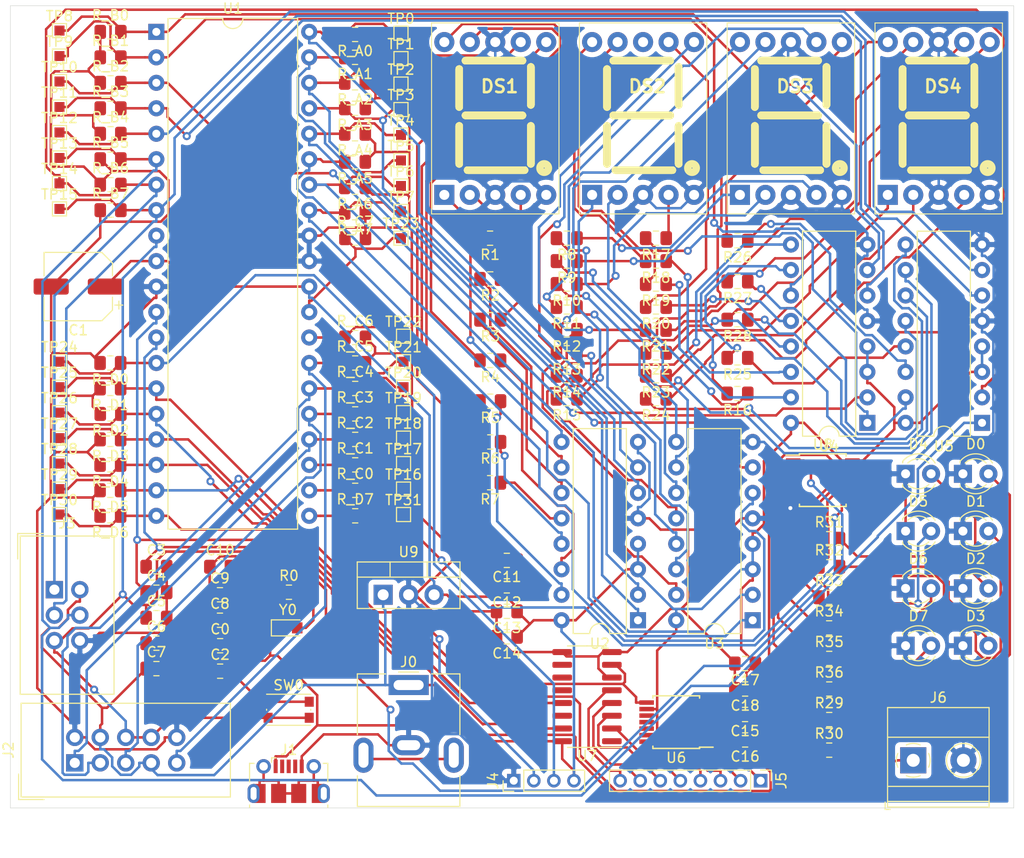
<source format=kicad_pcb>
(kicad_pcb (version 20171130) (host pcbnew 5.1.4)

  (general
    (thickness 1.6)
    (drawings 4)
    (tracks 1732)
    (zones 0)
    (modules 150)
    (nets 134)
  )

  (page A4)
  (layers
    (0 F.Cu signal)
    (31 B.Cu signal)
    (32 B.Adhes user)
    (33 F.Adhes user)
    (34 B.Paste user)
    (35 F.Paste user)
    (36 B.SilkS user)
    (37 F.SilkS user)
    (38 B.Mask user)
    (39 F.Mask user)
    (40 Dwgs.User user)
    (41 Cmts.User user)
    (42 Eco1.User user)
    (43 Eco2.User user)
    (44 Edge.Cuts user)
    (45 Margin user)
    (46 B.CrtYd user)
    (47 F.CrtYd user)
    (48 B.Fab user)
    (49 F.Fab user)
  )

  (setup
    (last_trace_width 0.25)
    (trace_clearance 0.2)
    (zone_clearance 0.508)
    (zone_45_only no)
    (trace_min 0.2)
    (via_size 0.8)
    (via_drill 0.4)
    (via_min_size 0.4)
    (via_min_drill 0.3)
    (uvia_size 0.8)
    (uvia_drill 0.4)
    (uvias_allowed no)
    (uvia_min_size 0.2)
    (uvia_min_drill 0.1)
    (edge_width 0.05)
    (segment_width 0.18)
    (pcb_text_width 0.3)
    (pcb_text_size 1.5 1.5)
    (mod_edge_width 0.12)
    (mod_text_size 1 1)
    (mod_text_width 0.15)
    (pad_size 1.15 1.4)
    (pad_drill 0)
    (pad_to_mask_clearance 0.051)
    (solder_mask_min_width 0.25)
    (aux_axis_origin 0 0)
    (visible_elements 7FFFFFFF)
    (pcbplotparams
      (layerselection 0x010fc_ffffffff)
      (usegerberextensions false)
      (usegerberattributes false)
      (usegerberadvancedattributes false)
      (creategerberjobfile false)
      (excludeedgelayer true)
      (linewidth 0.100000)
      (plotframeref false)
      (viasonmask false)
      (mode 1)
      (useauxorigin false)
      (hpglpennumber 1)
      (hpglpenspeed 20)
      (hpglpendiameter 15.000000)
      (psnegative false)
      (psa4output false)
      (plotreference true)
      (plotvalue true)
      (plotinvisibletext false)
      (padsonsilk false)
      (subtractmaskfromsilk false)
      (outputformat 1)
      (mirror false)
      (drillshape 1)
      (scaleselection 1)
      (outputdirectory "fabrication/"))
  )

  (net 0 "")
  (net 1 Vss)
  (net 2 "Net-(C0-Pad1)")
  (net 3 Vdd)
  (net 4 "Net-(C3-Pad1)")
  (net 5 "Net-(C4-Pad1)")
  (net 6 NRST)
  (net 7 "Net-(D0-Pad2)")
  (net 8 "Net-(D1-Pad2)")
  (net 9 "Net-(D2-Pad2)")
  (net 10 "Net-(D3-Pad2)")
  (net 11 "Net-(D4-Pad2)")
  (net 12 "Net-(D5-Pad2)")
  (net 13 "Net-(D6-Pad2)")
  (net 14 "Net-(D7-Pad2)")
  (net 15 "Net-(J0-PadMP)")
  (net 16 "Net-(J1-Pad6)")
  (net 17 "Net-(J1-Pad3)")
  (net 18 "Net-(J1-Pad4)")
  (net 19 "Net-(J1-Pad2)")
  (net 20 TDI)
  (net 21 TMS)
  (net 22 TDO)
  (net 23 TCK)
  (net 24 MOSI)
  (net 25 SCK)
  (net 26 MISO)
  (net 27 RXD)
  (net 28 TXD)
  (net 29 "Net-(J5-Pad8)")
  (net 30 "Net-(J5-Pad7)")
  (net 31 "Net-(J5-Pad6)")
  (net 32 "Net-(J5-Pad5)")
  (net 33 "Net-(J5-Pad4)")
  (net 34 "Net-(J5-Pad3)")
  (net 35 "Net-(J5-Pad2)")
  (net 36 "Net-(J5-Pad1)")
  (net 37 "Net-(R1-Pad2)")
  (net 38 "Net-(R2-Pad2)")
  (net 39 "Net-(R3-Pad2)")
  (net 40 "Net-(R8-Pad2)")
  (net 41 "Net-(R9-Pad2)")
  (net 42 "Net-(R10-Pad2)")
  (net 43 "Net-(R15-Pad2)")
  (net 44 "Net-(R16-Pad2)")
  (net 45 "Net-(R17-Pad2)")
  (net 46 "Net-(R22-Pad2)")
  (net 47 "Net-(R23-Pad2)")
  (net 48 "Net-(R24-Pad2)")
  (net 49 "Net-(R29-Pad1)")
  (net 50 "Net-(R30-Pad1)")
  (net 51 "Net-(R31-Pad1)")
  (net 52 "Net-(R32-Pad1)")
  (net 53 "Net-(R33-Pad1)")
  (net 54 "Net-(R34-Pad1)")
  (net 55 "Net-(R35-Pad1)")
  (net 56 "Net-(R36-Pad1)")
  (net 57 /Display/CHAR0_0)
  (net 58 /Display/CHAR0_1)
  (net 59 /Display/CHAR0_2)
  (net 60 /Display/CHAR0_3)
  (net 61 /Display/CHAR1_0)
  (net 62 /Display/CHAR1_1)
  (net 63 /Display/CHAR1_2)
  (net 64 /Display/CHAR1_3)
  (net 65 /Display/CHAR2_0)
  (net 66 /Display/CHAR2_1)
  (net 67 /Display/CHAR2_2)
  (net 68 /Display/CHAR2_3)
  (net 69 /Display/CHAR3_0)
  (net 70 "Net-(R_C0-Pad1)")
  (net 71 "Net-(R_C1-Pad1)")
  (net 72 "Net-(R_C6-Pad1)")
  (net 73 "Net-(R_C7-Pad1)")
  (net 74 LOAD)
  (net 75 ROWS)
  (net 76 COLUMNS)
  (net 77 CLK_BUTTONS)
  (net 78 STATUS)
  (net 79 CLK_STATUS)
  (net 80 "Net-(U6-Pad13)")
  (net 81 "Net-(U6-Pad12)")
  (net 82 "Net-(U6-Pad11)")
  (net 83 "Net-(U6-Pad10)")
  (net 84 "Net-(U7-Pad14)")
  (net 85 "Net-(U7-Pad12)")
  (net 86 "Net-(U7-Pad11)")
  (net 87 "Net-(U7-Pad10)")
  (net 88 "Net-(U7-Pad1)")
  (net 89 "Net-(DS1-Pad10)")
  (net 90 "Net-(DS1-Pad9)")
  (net 91 "Net-(DS1-Pad7)")
  (net 92 "Net-(DS1-Pad6)")
  (net 93 "Net-(DS1-Pad4)")
  (net 94 "Net-(DS1-Pad2)")
  (net 95 "Net-(DS1-Pad1)")
  (net 96 "Net-(DS2-Pad10)")
  (net 97 "Net-(DS2-Pad9)")
  (net 98 "Net-(DS2-Pad8)")
  (net 99 "Net-(DS2-Pad7)")
  (net 100 "Net-(DS2-Pad6)")
  (net 101 "Net-(DS2-Pad4)")
  (net 102 "Net-(DS2-Pad2)")
  (net 103 "Net-(DS2-Pad1)")
  (net 104 "Net-(DS3-Pad10)")
  (net 105 "Net-(DS3-Pad9)")
  (net 106 "Net-(DS3-Pad7)")
  (net 107 "Net-(DS3-Pad6)")
  (net 108 "Net-(DS3-Pad4)")
  (net 109 "Net-(DS3-Pad2)")
  (net 110 "Net-(DS3-Pad1)")
  (net 111 "Net-(DS4-Pad10)")
  (net 112 "Net-(DS4-Pad9)")
  (net 113 "Net-(DS4-Pad7)")
  (net 114 "Net-(DS4-Pad6)")
  (net 115 "Net-(DS4-Pad4)")
  (net 116 "Net-(DS4-Pad2)")
  (net 117 "Net-(DS4-Pad1)")
  (net 118 "Net-(R4-Pad1)")
  (net 119 "Net-(R5-Pad1)")
  (net 120 "Net-(R6-Pad1)")
  (net 121 "Net-(R7-Pad1)")
  (net 122 "Net-(R11-Pad1)")
  (net 123 "Net-(R12-Pad1)")
  (net 124 "Net-(R13-Pad1)")
  (net 125 "Net-(R14-Pad1)")
  (net 126 "Net-(R18-Pad1)")
  (net 127 "Net-(R19-Pad1)")
  (net 128 "Net-(R20-Pad1)")
  (net 129 "Net-(R21-Pad1)")
  (net 130 "Net-(R25-Pad1)")
  (net 131 "Net-(R26-Pad1)")
  (net 132 "Net-(R27-Pad1)")
  (net 133 "Net-(R28-Pad1)")

  (net_class Default "Dies ist die voreingestellte Netzklasse."
    (clearance 0.2)
    (trace_width 0.25)
    (via_dia 0.8)
    (via_drill 0.4)
    (uvia_dia 0.8)
    (uvia_drill 0.4)
    (diff_pair_width 0.2)
    (diff_pair_gap 0.5)
    (add_net /Display/CHAR0_0)
    (add_net /Display/CHAR0_1)
    (add_net /Display/CHAR0_2)
    (add_net /Display/CHAR0_3)
    (add_net /Display/CHAR1_0)
    (add_net /Display/CHAR1_1)
    (add_net /Display/CHAR1_2)
    (add_net /Display/CHAR1_3)
    (add_net /Display/CHAR2_0)
    (add_net /Display/CHAR2_1)
    (add_net /Display/CHAR2_2)
    (add_net /Display/CHAR2_3)
    (add_net /Display/CHAR3_0)
    (add_net CLK_BUTTONS)
    (add_net CLK_STATUS)
    (add_net COLUMNS)
    (add_net LOAD)
    (add_net MISO)
    (add_net MOSI)
    (add_net NRST)
    (add_net "Net-(C0-Pad1)")
    (add_net "Net-(C3-Pad1)")
    (add_net "Net-(C4-Pad1)")
    (add_net "Net-(D0-Pad2)")
    (add_net "Net-(D1-Pad2)")
    (add_net "Net-(D2-Pad2)")
    (add_net "Net-(D3-Pad2)")
    (add_net "Net-(D4-Pad2)")
    (add_net "Net-(D5-Pad2)")
    (add_net "Net-(D6-Pad2)")
    (add_net "Net-(D7-Pad2)")
    (add_net "Net-(DS1-Pad1)")
    (add_net "Net-(DS1-Pad10)")
    (add_net "Net-(DS1-Pad2)")
    (add_net "Net-(DS1-Pad4)")
    (add_net "Net-(DS1-Pad6)")
    (add_net "Net-(DS1-Pad7)")
    (add_net "Net-(DS1-Pad9)")
    (add_net "Net-(DS2-Pad1)")
    (add_net "Net-(DS2-Pad10)")
    (add_net "Net-(DS2-Pad2)")
    (add_net "Net-(DS2-Pad4)")
    (add_net "Net-(DS2-Pad6)")
    (add_net "Net-(DS2-Pad7)")
    (add_net "Net-(DS2-Pad8)")
    (add_net "Net-(DS2-Pad9)")
    (add_net "Net-(DS3-Pad1)")
    (add_net "Net-(DS3-Pad10)")
    (add_net "Net-(DS3-Pad2)")
    (add_net "Net-(DS3-Pad4)")
    (add_net "Net-(DS3-Pad6)")
    (add_net "Net-(DS3-Pad7)")
    (add_net "Net-(DS3-Pad9)")
    (add_net "Net-(DS4-Pad1)")
    (add_net "Net-(DS4-Pad10)")
    (add_net "Net-(DS4-Pad2)")
    (add_net "Net-(DS4-Pad4)")
    (add_net "Net-(DS4-Pad6)")
    (add_net "Net-(DS4-Pad7)")
    (add_net "Net-(DS4-Pad9)")
    (add_net "Net-(J0-PadMP)")
    (add_net "Net-(J1-Pad2)")
    (add_net "Net-(J1-Pad3)")
    (add_net "Net-(J1-Pad4)")
    (add_net "Net-(J1-Pad6)")
    (add_net "Net-(J5-Pad1)")
    (add_net "Net-(J5-Pad2)")
    (add_net "Net-(J5-Pad3)")
    (add_net "Net-(J5-Pad4)")
    (add_net "Net-(J5-Pad5)")
    (add_net "Net-(J5-Pad6)")
    (add_net "Net-(J5-Pad7)")
    (add_net "Net-(J5-Pad8)")
    (add_net "Net-(R1-Pad2)")
    (add_net "Net-(R10-Pad2)")
    (add_net "Net-(R11-Pad1)")
    (add_net "Net-(R12-Pad1)")
    (add_net "Net-(R13-Pad1)")
    (add_net "Net-(R14-Pad1)")
    (add_net "Net-(R15-Pad2)")
    (add_net "Net-(R16-Pad2)")
    (add_net "Net-(R17-Pad2)")
    (add_net "Net-(R18-Pad1)")
    (add_net "Net-(R19-Pad1)")
    (add_net "Net-(R2-Pad2)")
    (add_net "Net-(R20-Pad1)")
    (add_net "Net-(R21-Pad1)")
    (add_net "Net-(R22-Pad2)")
    (add_net "Net-(R23-Pad2)")
    (add_net "Net-(R24-Pad2)")
    (add_net "Net-(R25-Pad1)")
    (add_net "Net-(R26-Pad1)")
    (add_net "Net-(R27-Pad1)")
    (add_net "Net-(R28-Pad1)")
    (add_net "Net-(R29-Pad1)")
    (add_net "Net-(R3-Pad2)")
    (add_net "Net-(R30-Pad1)")
    (add_net "Net-(R31-Pad1)")
    (add_net "Net-(R32-Pad1)")
    (add_net "Net-(R33-Pad1)")
    (add_net "Net-(R34-Pad1)")
    (add_net "Net-(R35-Pad1)")
    (add_net "Net-(R36-Pad1)")
    (add_net "Net-(R4-Pad1)")
    (add_net "Net-(R5-Pad1)")
    (add_net "Net-(R6-Pad1)")
    (add_net "Net-(R7-Pad1)")
    (add_net "Net-(R8-Pad2)")
    (add_net "Net-(R9-Pad2)")
    (add_net "Net-(R_C0-Pad1)")
    (add_net "Net-(R_C1-Pad1)")
    (add_net "Net-(R_C6-Pad1)")
    (add_net "Net-(R_C7-Pad1)")
    (add_net "Net-(U6-Pad10)")
    (add_net "Net-(U6-Pad11)")
    (add_net "Net-(U6-Pad12)")
    (add_net "Net-(U6-Pad13)")
    (add_net "Net-(U7-Pad1)")
    (add_net "Net-(U7-Pad10)")
    (add_net "Net-(U7-Pad11)")
    (add_net "Net-(U7-Pad12)")
    (add_net "Net-(U7-Pad14)")
    (add_net ROWS)
    (add_net RXD)
    (add_net SCK)
    (add_net STATUS)
    (add_net TCK)
    (add_net TDI)
    (add_net TDO)
    (add_net TMS)
    (add_net TXD)
    (add_net Vdd)
    (add_net Vss)
  )

  (module Display_7Segment:SC56-11EWA (layer F.Cu) (tedit 0) (tstamp 5E0ED71C)
    (at 107.442 38.862)
    (descr SC56-11EWA)
    (tags Display)
    (path /5DD2ECA3/5E24C406)
    (fp_text reference DS4 (at 5.505 -10.82) (layer F.SilkS)
      (effects (font (size 1.27 1.27) (thickness 0.254)))
    )
    (fp_text value SC56-11EWA (at 5.505 -10.82) (layer F.SilkS) hide
      (effects (font (size 1.27 1.27) (thickness 0.254)))
    )
    (fp_circle (center 9.955 -2.675) (end 9.955 -2.255) (layer F.SilkS) (width 0.75))
    (fp_circle (center 9.93 -2.67) (end 9.93 -2.25) (layer F.Fab) (width 0.40005))
    (fp_line (start -1.62 2.28) (end -1.62 -17.52) (layer F.CrtYd) (width 0.15))
    (fp_line (start 11.88 2.28) (end -1.62 2.28) (layer F.CrtYd) (width 0.15))
    (fp_line (start 11.88 -17.52) (end 11.88 2.28) (layer F.CrtYd) (width 0.15))
    (fp_line (start -1.62 -17.52) (end 11.88 -17.52) (layer F.CrtYd) (width 0.15))
    (fp_line (start -1.27 -17.145) (end -1.27 1.9) (layer F.Fab) (width 0.2))
    (fp_line (start 11.43 -17.145) (end -1.27 -17.145) (layer F.Fab) (width 0.2))
    (fp_line (start 11.43 1.9) (end 11.43 -17.145) (layer F.Fab) (width 0.2))
    (fp_line (start -1.27 1.9) (end 11.43 1.9) (layer F.Fab) (width 0.2))
    (fp_line (start 2.115 -13.385) (end 7.785 -13.385) (layer F.SilkS) (width 0.75))
    (fp_line (start 2.115 -7.925) (end 7.785 -7.925) (layer F.SilkS) (width 0.75))
    (fp_line (start 8.625 -8.975) (end 8.625 -12.755) (layer F.SilkS) (width 0.75))
    (fp_line (start 8.625 -3.095) (end 8.625 -6.875) (layer F.SilkS) (width 0.75))
    (fp_line (start 2.325 -2.465) (end 7.995 -2.465) (layer F.SilkS) (width 0.75))
    (fp_line (start 1.485 -3.095) (end 1.485 -6.875) (layer F.SilkS) (width 0.75))
    (fp_line (start 1.485 -8.765) (end 1.485 -12.545) (layer F.SilkS) (width 0.75))
    (fp_line (start 8.625 -3.095) (end 8.625 -6.875) (layer F.SilkS) (width 0.75))
    (fp_line (start 2.325 -2.465) (end 7.995 -2.465) (layer F.SilkS) (width 0.75))
    (fp_line (start 1.485 -3.095) (end 1.485 -6.875) (layer F.SilkS) (width 0.75))
    (fp_line (start 2.115 -7.925) (end 7.785 -7.925) (layer F.SilkS) (width 0.75))
    (fp_line (start 8.625 -8.975) (end 8.625 -12.755) (layer F.SilkS) (width 0.75))
    (fp_line (start 1.485 -8.765) (end 1.485 -12.545) (layer F.SilkS) (width 0.75))
    (fp_line (start 2.115 -13.385) (end 7.785 -13.385) (layer F.SilkS) (width 0.75))
    (fp_line (start 8.625 -8.975) (end 8.625 -12.755) (layer F.SilkS) (width 0.75))
    (fp_line (start 8.625 -3.095) (end 8.625 -6.875) (layer F.SilkS) (width 0.75))
    (fp_line (start 1.485 -3.095) (end 1.485 -6.875) (layer F.SilkS) (width 0.75))
    (fp_line (start 1.485 -8.765) (end 1.485 -12.545) (layer F.SilkS) (width 0.75))
    (fp_line (start 2.325 -2.465) (end 7.995 -2.465) (layer F.SilkS) (width 0.75))
    (fp_line (start 2.115 -13.385) (end 7.785 -13.385) (layer F.SilkS) (width 0.75))
    (fp_line (start 2.115 -7.925) (end 7.785 -7.925) (layer F.SilkS) (width 0.75))
    (fp_line (start 2.115 -13.385) (end 7.785 -13.385) (layer F.SilkS) (width 0.75))
    (fp_line (start 2.115 -7.925) (end 7.785 -7.925) (layer F.SilkS) (width 0.75))
    (fp_line (start 8.625 -8.975) (end 8.625 -12.755) (layer F.SilkS) (width 0.75))
    (fp_line (start 8.625 -3.095) (end 8.625 -6.875) (layer F.SilkS) (width 0.75))
    (fp_line (start 2.325 -2.465) (end 7.995 -2.465) (layer F.SilkS) (width 0.75))
    (fp_line (start 1.485 -3.095) (end 1.485 -6.875) (layer F.SilkS) (width 0.75))
    (fp_line (start 1.485 -8.765) (end 1.485 -12.545) (layer F.SilkS) (width 0.75))
    (fp_line (start 8.625 -3.095) (end 8.625 -6.875) (layer F.SilkS) (width 0.75))
    (fp_line (start 2.325 -2.465) (end 7.995 -2.465) (layer F.SilkS) (width 0.75))
    (fp_line (start 1.485 -3.095) (end 1.485 -6.875) (layer F.SilkS) (width 0.75))
    (fp_line (start 2.115 -7.925) (end 7.785 -7.925) (layer F.SilkS) (width 0.75))
    (fp_line (start 8.625 -8.975) (end 8.625 -12.755) (layer F.SilkS) (width 0.75))
    (fp_line (start 1.485 -8.765) (end 1.485 -12.545) (layer F.SilkS) (width 0.75))
    (fp_line (start 2.115 -13.385) (end 7.785 -13.385) (layer F.SilkS) (width 0.75))
    (fp_line (start 8.625 -8.975) (end 8.625 -12.755) (layer F.SilkS) (width 0.75))
    (fp_line (start 8.625 -3.095) (end 8.625 -6.875) (layer F.SilkS) (width 0.75))
    (fp_line (start 1.485 -3.095) (end 1.485 -6.875) (layer F.SilkS) (width 0.75))
    (fp_line (start 1.485 -8.765) (end 1.485 -12.545) (layer F.SilkS) (width 0.75))
    (fp_line (start 2.325 -2.465) (end 7.995 -2.465) (layer F.SilkS) (width 0.75))
    (fp_line (start 2.115 -13.385) (end 7.785 -13.385) (layer F.SilkS) (width 0.75))
    (fp_line (start 2.115 -7.925) (end 7.785 -7.925) (layer F.SilkS) (width 0.75))
    (fp_line (start 2.09 -13.38) (end 7.76 -13.38) (layer F.Fab) (width 0.40005))
    (fp_line (start 2.09 -7.92) (end 7.76 -7.92) (layer F.Fab) (width 0.40005))
    (fp_line (start 8.6 -8.97) (end 8.6 -12.75) (layer F.Fab) (width 0.40005))
    (fp_line (start 8.6 -3.09) (end 8.6 -6.87) (layer F.Fab) (width 0.40005))
    (fp_line (start 2.3 -2.46) (end 7.97 -2.46) (layer F.Fab) (width 0.40005))
    (fp_line (start 1.46 -3.09) (end 1.46 -6.87) (layer F.Fab) (width 0.40005))
    (fp_line (start 1.46 -8.76) (end 1.46 -12.54) (layer F.Fab) (width 0.40005))
    (fp_line (start 8.6 -3.09) (end 8.6 -6.87) (layer F.Fab) (width 0.40005))
    (fp_line (start 2.3 -2.46) (end 7.97 -2.46) (layer F.Fab) (width 0.40005))
    (fp_line (start 1.46 -3.09) (end 1.46 -6.87) (layer F.Fab) (width 0.40005))
    (fp_line (start 2.09 -7.92) (end 7.76 -7.92) (layer F.Fab) (width 0.40005))
    (fp_line (start 8.6 -8.97) (end 8.6 -12.75) (layer F.Fab) (width 0.40005))
    (fp_line (start 1.46 -8.76) (end 1.46 -12.54) (layer F.Fab) (width 0.40005))
    (fp_line (start 2.09 -13.38) (end 7.76 -13.38) (layer F.Fab) (width 0.40005))
    (fp_line (start 8.6 -8.97) (end 8.6 -12.75) (layer F.Fab) (width 0.40005))
    (fp_line (start 8.6 -3.09) (end 8.6 -6.87) (layer F.Fab) (width 0.40005))
    (fp_line (start 1.46 -3.09) (end 1.46 -6.87) (layer F.Fab) (width 0.40005))
    (fp_line (start 1.46 -8.76) (end 1.46 -12.54) (layer F.Fab) (width 0.40005))
    (fp_line (start 2.3 -2.46) (end 7.97 -2.46) (layer F.Fab) (width 0.40005))
    (fp_line (start 2.09 -13.38) (end 7.76 -13.38) (layer F.Fab) (width 0.40005))
    (fp_line (start 2.09 -7.92) (end 7.76 -7.92) (layer F.Fab) (width 0.40005))
    (fp_line (start 2.09 -13.38) (end 7.76 -13.38) (layer F.Fab) (width 0.40005))
    (fp_line (start 2.09 -7.92) (end 7.76 -7.92) (layer F.Fab) (width 0.40005))
    (fp_line (start 8.6 -8.97) (end 8.6 -12.75) (layer F.Fab) (width 0.40005))
    (fp_line (start 8.6 -3.09) (end 8.6 -6.87) (layer F.Fab) (width 0.40005))
    (fp_line (start 2.3 -2.46) (end 7.97 -2.46) (layer F.Fab) (width 0.40005))
    (fp_line (start 1.46 -3.09) (end 1.46 -6.87) (layer F.Fab) (width 0.40005))
    (fp_line (start 1.46 -8.76) (end 1.46 -12.54) (layer F.Fab) (width 0.40005))
    (fp_line (start 8.6 -3.09) (end 8.6 -6.87) (layer F.Fab) (width 0.40005))
    (fp_line (start 2.3 -2.46) (end 7.97 -2.46) (layer F.Fab) (width 0.40005))
    (fp_line (start 1.46 -3.09) (end 1.46 -6.87) (layer F.Fab) (width 0.40005))
    (fp_line (start 2.09 -7.92) (end 7.76 -7.92) (layer F.Fab) (width 0.40005))
    (fp_line (start 8.6 -8.97) (end 8.6 -12.75) (layer F.Fab) (width 0.40005))
    (fp_line (start 1.46 -8.76) (end 1.46 -12.54) (layer F.Fab) (width 0.40005))
    (fp_line (start 2.09 -13.38) (end 7.76 -13.38) (layer F.Fab) (width 0.40005))
    (fp_line (start 8.6 -8.97) (end 8.6 -12.75) (layer F.Fab) (width 0.40005))
    (fp_line (start 8.6 -3.09) (end 8.6 -6.87) (layer F.Fab) (width 0.40005))
    (fp_line (start 1.46 -3.09) (end 1.46 -6.87) (layer F.Fab) (width 0.40005))
    (fp_line (start 1.46 -8.76) (end 1.46 -12.54) (layer F.Fab) (width 0.40005))
    (fp_line (start 2.3 -2.46) (end 7.97 -2.46) (layer F.Fab) (width 0.40005))
    (fp_line (start 2.09 -13.38) (end 7.76 -13.38) (layer F.Fab) (width 0.40005))
    (fp_line (start 2.09 -7.92) (end 7.76 -7.92) (layer F.Fab) (width 0.40005))
    (fp_line (start -1.27 -17.145) (end -1.27 1.9) (layer F.SilkS) (width 0.1))
    (fp_line (start 11.43 -17.145) (end -1.27 -17.145) (layer F.SilkS) (width 0.1))
    (fp_line (start 11.43 1.9) (end 11.43 -17.145) (layer F.SilkS) (width 0.1))
    (fp_line (start -1.27 1.9) (end 11.43 1.9) (layer F.SilkS) (width 0.1))
    (fp_text user %R (at 5.505 -10.82) (layer F.Fab)
      (effects (font (size 1.27 1.27) (thickness 0.254)))
    )
    (pad 10 thru_hole circle (at 0 -15.24) (size 2 2) (drill 1) (layers *.Cu *.Mask)
      (net 111 "Net-(DS4-Pad10)"))
    (pad 9 thru_hole circle (at 2.54 -15.24) (size 2 2) (drill 1) (layers *.Cu *.Mask)
      (net 112 "Net-(DS4-Pad9)"))
    (pad 8 thru_hole circle (at 5.08 -15.24) (size 2 2) (drill 1) (layers *.Cu *.Mask)
      (net 1 Vss))
    (pad 7 thru_hole circle (at 7.62 -15.24) (size 2 2) (drill 1) (layers *.Cu *.Mask)
      (net 113 "Net-(DS4-Pad7)"))
    (pad 6 thru_hole circle (at 10.16 -15.24) (size 2 2) (drill 1) (layers *.Cu *.Mask)
      (net 114 "Net-(DS4-Pad6)"))
    (pad 5 thru_hole circle (at 10.16 0) (size 2 2) (drill 1) (layers *.Cu *.Mask)
      (net 1 Vss))
    (pad 4 thru_hole circle (at 7.62 0) (size 2 2) (drill 1) (layers *.Cu *.Mask)
      (net 115 "Net-(DS4-Pad4)"))
    (pad 3 thru_hole circle (at 5.08 0) (size 2 2) (drill 1) (layers *.Cu *.Mask)
      (net 1 Vss))
    (pad 2 thru_hole circle (at 2.54 0) (size 2 2) (drill 1) (layers *.Cu *.Mask)
      (net 116 "Net-(DS4-Pad2)"))
    (pad 1 thru_hole rect (at 0 0) (size 2 2) (drill 1) (layers *.Cu *.Mask)
      (net 117 "Net-(DS4-Pad1)"))
  )

  (module Display_7Segment:SC56-11EWA (layer F.Cu) (tedit 0) (tstamp 5E0ED6AB)
    (at 92.71 38.862)
    (descr SC56-11EWA)
    (tags Display)
    (path /5DD2ECA3/5E114131)
    (fp_text reference DS3 (at 5.505 -10.82) (layer F.SilkS)
      (effects (font (size 1.27 1.27) (thickness 0.254)))
    )
    (fp_text value SC56-11EWA (at 5.505 -10.82) (layer F.SilkS) hide
      (effects (font (size 1.27 1.27) (thickness 0.254)))
    )
    (fp_circle (center 9.955 -2.675) (end 9.955 -2.255) (layer F.SilkS) (width 0.75))
    (fp_circle (center 9.93 -2.67) (end 9.93 -2.25) (layer F.Fab) (width 0.40005))
    (fp_line (start -1.62 2.28) (end -1.62 -17.52) (layer F.CrtYd) (width 0.15))
    (fp_line (start 11.88 2.28) (end -1.62 2.28) (layer F.CrtYd) (width 0.15))
    (fp_line (start 11.88 -17.52) (end 11.88 2.28) (layer F.CrtYd) (width 0.15))
    (fp_line (start -1.62 -17.52) (end 11.88 -17.52) (layer F.CrtYd) (width 0.15))
    (fp_line (start -1.27 -17.145) (end -1.27 1.9) (layer F.Fab) (width 0.2))
    (fp_line (start 11.43 -17.145) (end -1.27 -17.145) (layer F.Fab) (width 0.2))
    (fp_line (start 11.43 1.9) (end 11.43 -17.145) (layer F.Fab) (width 0.2))
    (fp_line (start -1.27 1.9) (end 11.43 1.9) (layer F.Fab) (width 0.2))
    (fp_line (start 2.115 -13.385) (end 7.785 -13.385) (layer F.SilkS) (width 0.75))
    (fp_line (start 2.115 -7.925) (end 7.785 -7.925) (layer F.SilkS) (width 0.75))
    (fp_line (start 8.625 -8.975) (end 8.625 -12.755) (layer F.SilkS) (width 0.75))
    (fp_line (start 8.625 -3.095) (end 8.625 -6.875) (layer F.SilkS) (width 0.75))
    (fp_line (start 2.325 -2.465) (end 7.995 -2.465) (layer F.SilkS) (width 0.75))
    (fp_line (start 1.485 -3.095) (end 1.485 -6.875) (layer F.SilkS) (width 0.75))
    (fp_line (start 1.485 -8.765) (end 1.485 -12.545) (layer F.SilkS) (width 0.75))
    (fp_line (start 8.625 -3.095) (end 8.625 -6.875) (layer F.SilkS) (width 0.75))
    (fp_line (start 2.325 -2.465) (end 7.995 -2.465) (layer F.SilkS) (width 0.75))
    (fp_line (start 1.485 -3.095) (end 1.485 -6.875) (layer F.SilkS) (width 0.75))
    (fp_line (start 2.115 -7.925) (end 7.785 -7.925) (layer F.SilkS) (width 0.75))
    (fp_line (start 8.625 -8.975) (end 8.625 -12.755) (layer F.SilkS) (width 0.75))
    (fp_line (start 1.485 -8.765) (end 1.485 -12.545) (layer F.SilkS) (width 0.75))
    (fp_line (start 2.115 -13.385) (end 7.785 -13.385) (layer F.SilkS) (width 0.75))
    (fp_line (start 8.625 -8.975) (end 8.625 -12.755) (layer F.SilkS) (width 0.75))
    (fp_line (start 8.625 -3.095) (end 8.625 -6.875) (layer F.SilkS) (width 0.75))
    (fp_line (start 1.485 -3.095) (end 1.485 -6.875) (layer F.SilkS) (width 0.75))
    (fp_line (start 1.485 -8.765) (end 1.485 -12.545) (layer F.SilkS) (width 0.75))
    (fp_line (start 2.325 -2.465) (end 7.995 -2.465) (layer F.SilkS) (width 0.75))
    (fp_line (start 2.115 -13.385) (end 7.785 -13.385) (layer F.SilkS) (width 0.75))
    (fp_line (start 2.115 -7.925) (end 7.785 -7.925) (layer F.SilkS) (width 0.75))
    (fp_line (start 2.115 -13.385) (end 7.785 -13.385) (layer F.SilkS) (width 0.75))
    (fp_line (start 2.115 -7.925) (end 7.785 -7.925) (layer F.SilkS) (width 0.75))
    (fp_line (start 8.625 -8.975) (end 8.625 -12.755) (layer F.SilkS) (width 0.75))
    (fp_line (start 8.625 -3.095) (end 8.625 -6.875) (layer F.SilkS) (width 0.75))
    (fp_line (start 2.325 -2.465) (end 7.995 -2.465) (layer F.SilkS) (width 0.75))
    (fp_line (start 1.485 -3.095) (end 1.485 -6.875) (layer F.SilkS) (width 0.75))
    (fp_line (start 1.485 -8.765) (end 1.485 -12.545) (layer F.SilkS) (width 0.75))
    (fp_line (start 8.625 -3.095) (end 8.625 -6.875) (layer F.SilkS) (width 0.75))
    (fp_line (start 2.325 -2.465) (end 7.995 -2.465) (layer F.SilkS) (width 0.75))
    (fp_line (start 1.485 -3.095) (end 1.485 -6.875) (layer F.SilkS) (width 0.75))
    (fp_line (start 2.115 -7.925) (end 7.785 -7.925) (layer F.SilkS) (width 0.75))
    (fp_line (start 8.625 -8.975) (end 8.625 -12.755) (layer F.SilkS) (width 0.75))
    (fp_line (start 1.485 -8.765) (end 1.485 -12.545) (layer F.SilkS) (width 0.75))
    (fp_line (start 2.115 -13.385) (end 7.785 -13.385) (layer F.SilkS) (width 0.75))
    (fp_line (start 8.625 -8.975) (end 8.625 -12.755) (layer F.SilkS) (width 0.75))
    (fp_line (start 8.625 -3.095) (end 8.625 -6.875) (layer F.SilkS) (width 0.75))
    (fp_line (start 1.485 -3.095) (end 1.485 -6.875) (layer F.SilkS) (width 0.75))
    (fp_line (start 1.485 -8.765) (end 1.485 -12.545) (layer F.SilkS) (width 0.75))
    (fp_line (start 2.325 -2.465) (end 7.995 -2.465) (layer F.SilkS) (width 0.75))
    (fp_line (start 2.115 -13.385) (end 7.785 -13.385) (layer F.SilkS) (width 0.75))
    (fp_line (start 2.115 -7.925) (end 7.785 -7.925) (layer F.SilkS) (width 0.75))
    (fp_line (start 2.09 -13.38) (end 7.76 -13.38) (layer F.Fab) (width 0.40005))
    (fp_line (start 2.09 -7.92) (end 7.76 -7.92) (layer F.Fab) (width 0.40005))
    (fp_line (start 8.6 -8.97) (end 8.6 -12.75) (layer F.Fab) (width 0.40005))
    (fp_line (start 8.6 -3.09) (end 8.6 -6.87) (layer F.Fab) (width 0.40005))
    (fp_line (start 2.3 -2.46) (end 7.97 -2.46) (layer F.Fab) (width 0.40005))
    (fp_line (start 1.46 -3.09) (end 1.46 -6.87) (layer F.Fab) (width 0.40005))
    (fp_line (start 1.46 -8.76) (end 1.46 -12.54) (layer F.Fab) (width 0.40005))
    (fp_line (start 8.6 -3.09) (end 8.6 -6.87) (layer F.Fab) (width 0.40005))
    (fp_line (start 2.3 -2.46) (end 7.97 -2.46) (layer F.Fab) (width 0.40005))
    (fp_line (start 1.46 -3.09) (end 1.46 -6.87) (layer F.Fab) (width 0.40005))
    (fp_line (start 2.09 -7.92) (end 7.76 -7.92) (layer F.Fab) (width 0.40005))
    (fp_line (start 8.6 -8.97) (end 8.6 -12.75) (layer F.Fab) (width 0.40005))
    (fp_line (start 1.46 -8.76) (end 1.46 -12.54) (layer F.Fab) (width 0.40005))
    (fp_line (start 2.09 -13.38) (end 7.76 -13.38) (layer F.Fab) (width 0.40005))
    (fp_line (start 8.6 -8.97) (end 8.6 -12.75) (layer F.Fab) (width 0.40005))
    (fp_line (start 8.6 -3.09) (end 8.6 -6.87) (layer F.Fab) (width 0.40005))
    (fp_line (start 1.46 -3.09) (end 1.46 -6.87) (layer F.Fab) (width 0.40005))
    (fp_line (start 1.46 -8.76) (end 1.46 -12.54) (layer F.Fab) (width 0.40005))
    (fp_line (start 2.3 -2.46) (end 7.97 -2.46) (layer F.Fab) (width 0.40005))
    (fp_line (start 2.09 -13.38) (end 7.76 -13.38) (layer F.Fab) (width 0.40005))
    (fp_line (start 2.09 -7.92) (end 7.76 -7.92) (layer F.Fab) (width 0.40005))
    (fp_line (start 2.09 -13.38) (end 7.76 -13.38) (layer F.Fab) (width 0.40005))
    (fp_line (start 2.09 -7.92) (end 7.76 -7.92) (layer F.Fab) (width 0.40005))
    (fp_line (start 8.6 -8.97) (end 8.6 -12.75) (layer F.Fab) (width 0.40005))
    (fp_line (start 8.6 -3.09) (end 8.6 -6.87) (layer F.Fab) (width 0.40005))
    (fp_line (start 2.3 -2.46) (end 7.97 -2.46) (layer F.Fab) (width 0.40005))
    (fp_line (start 1.46 -3.09) (end 1.46 -6.87) (layer F.Fab) (width 0.40005))
    (fp_line (start 1.46 -8.76) (end 1.46 -12.54) (layer F.Fab) (width 0.40005))
    (fp_line (start 8.6 -3.09) (end 8.6 -6.87) (layer F.Fab) (width 0.40005))
    (fp_line (start 2.3 -2.46) (end 7.97 -2.46) (layer F.Fab) (width 0.40005))
    (fp_line (start 1.46 -3.09) (end 1.46 -6.87) (layer F.Fab) (width 0.40005))
    (fp_line (start 2.09 -7.92) (end 7.76 -7.92) (layer F.Fab) (width 0.40005))
    (fp_line (start 8.6 -8.97) (end 8.6 -12.75) (layer F.Fab) (width 0.40005))
    (fp_line (start 1.46 -8.76) (end 1.46 -12.54) (layer F.Fab) (width 0.40005))
    (fp_line (start 2.09 -13.38) (end 7.76 -13.38) (layer F.Fab) (width 0.40005))
    (fp_line (start 8.6 -8.97) (end 8.6 -12.75) (layer F.Fab) (width 0.40005))
    (fp_line (start 8.6 -3.09) (end 8.6 -6.87) (layer F.Fab) (width 0.40005))
    (fp_line (start 1.46 -3.09) (end 1.46 -6.87) (layer F.Fab) (width 0.40005))
    (fp_line (start 1.46 -8.76) (end 1.46 -12.54) (layer F.Fab) (width 0.40005))
    (fp_line (start 2.3 -2.46) (end 7.97 -2.46) (layer F.Fab) (width 0.40005))
    (fp_line (start 2.09 -13.38) (end 7.76 -13.38) (layer F.Fab) (width 0.40005))
    (fp_line (start 2.09 -7.92) (end 7.76 -7.92) (layer F.Fab) (width 0.40005))
    (fp_line (start -1.27 -17.145) (end -1.27 1.9) (layer F.SilkS) (width 0.1))
    (fp_line (start 11.43 -17.145) (end -1.27 -17.145) (layer F.SilkS) (width 0.1))
    (fp_line (start 11.43 1.9) (end 11.43 -17.145) (layer F.SilkS) (width 0.1))
    (fp_line (start -1.27 1.9) (end 11.43 1.9) (layer F.SilkS) (width 0.1))
    (fp_text user %R (at 5.505 -10.82) (layer F.Fab)
      (effects (font (size 1.27 1.27) (thickness 0.254)))
    )
    (pad 10 thru_hole circle (at 0 -15.24) (size 2 2) (drill 1) (layers *.Cu *.Mask)
      (net 104 "Net-(DS3-Pad10)"))
    (pad 9 thru_hole circle (at 2.54 -15.24) (size 2 2) (drill 1) (layers *.Cu *.Mask)
      (net 105 "Net-(DS3-Pad9)"))
    (pad 8 thru_hole circle (at 5.08 -15.24) (size 2 2) (drill 1) (layers *.Cu *.Mask)
      (net 1 Vss))
    (pad 7 thru_hole circle (at 7.62 -15.24) (size 2 2) (drill 1) (layers *.Cu *.Mask)
      (net 106 "Net-(DS3-Pad7)"))
    (pad 6 thru_hole circle (at 10.16 -15.24) (size 2 2) (drill 1) (layers *.Cu *.Mask)
      (net 107 "Net-(DS3-Pad6)"))
    (pad 5 thru_hole circle (at 10.16 0) (size 2 2) (drill 1) (layers *.Cu *.Mask)
      (net 1 Vss))
    (pad 4 thru_hole circle (at 7.62 0) (size 2 2) (drill 1) (layers *.Cu *.Mask)
      (net 108 "Net-(DS3-Pad4)"))
    (pad 3 thru_hole circle (at 5.08 0) (size 2 2) (drill 1) (layers *.Cu *.Mask)
      (net 1 Vss))
    (pad 2 thru_hole circle (at 2.54 0) (size 2 2) (drill 1) (layers *.Cu *.Mask)
      (net 109 "Net-(DS3-Pad2)"))
    (pad 1 thru_hole rect (at 0 0) (size 2 2) (drill 1) (layers *.Cu *.Mask)
      (net 110 "Net-(DS3-Pad1)"))
  )

  (module Display_7Segment:SC56-11EWA (layer F.Cu) (tedit 0) (tstamp 5E0ED63A)
    (at 77.978 38.862)
    (descr SC56-11EWA)
    (tags Display)
    (path /5DD2ECA3/5E342A36)
    (fp_text reference DS2 (at 5.505 -10.82) (layer F.SilkS)
      (effects (font (size 1.27 1.27) (thickness 0.254)))
    )
    (fp_text value SC56-11EWA (at 5.505 -10.82) (layer F.SilkS) hide
      (effects (font (size 1.27 1.27) (thickness 0.254)))
    )
    (fp_circle (center 9.955 -2.675) (end 9.955 -2.255) (layer F.SilkS) (width 0.75))
    (fp_circle (center 9.93 -2.67) (end 9.93 -2.25) (layer F.Fab) (width 0.40005))
    (fp_line (start -1.62 2.28) (end -1.62 -17.52) (layer F.CrtYd) (width 0.15))
    (fp_line (start 11.88 2.28) (end -1.62 2.28) (layer F.CrtYd) (width 0.15))
    (fp_line (start 11.88 -17.52) (end 11.88 2.28) (layer F.CrtYd) (width 0.15))
    (fp_line (start -1.62 -17.52) (end 11.88 -17.52) (layer F.CrtYd) (width 0.15))
    (fp_line (start -1.27 -17.145) (end -1.27 1.9) (layer F.Fab) (width 0.2))
    (fp_line (start 11.43 -17.145) (end -1.27 -17.145) (layer F.Fab) (width 0.2))
    (fp_line (start 11.43 1.9) (end 11.43 -17.145) (layer F.Fab) (width 0.2))
    (fp_line (start -1.27 1.9) (end 11.43 1.9) (layer F.Fab) (width 0.2))
    (fp_line (start 2.115 -13.385) (end 7.785 -13.385) (layer F.SilkS) (width 0.75))
    (fp_line (start 2.115 -7.925) (end 7.785 -7.925) (layer F.SilkS) (width 0.75))
    (fp_line (start 8.625 -8.975) (end 8.625 -12.755) (layer F.SilkS) (width 0.75))
    (fp_line (start 8.625 -3.095) (end 8.625 -6.875) (layer F.SilkS) (width 0.75))
    (fp_line (start 2.325 -2.465) (end 7.995 -2.465) (layer F.SilkS) (width 0.75))
    (fp_line (start 1.485 -3.095) (end 1.485 -6.875) (layer F.SilkS) (width 0.75))
    (fp_line (start 1.485 -8.765) (end 1.485 -12.545) (layer F.SilkS) (width 0.75))
    (fp_line (start 8.625 -3.095) (end 8.625 -6.875) (layer F.SilkS) (width 0.75))
    (fp_line (start 2.325 -2.465) (end 7.995 -2.465) (layer F.SilkS) (width 0.75))
    (fp_line (start 1.485 -3.095) (end 1.485 -6.875) (layer F.SilkS) (width 0.75))
    (fp_line (start 2.115 -7.925) (end 7.785 -7.925) (layer F.SilkS) (width 0.75))
    (fp_line (start 8.625 -8.975) (end 8.625 -12.755) (layer F.SilkS) (width 0.75))
    (fp_line (start 1.485 -8.765) (end 1.485 -12.545) (layer F.SilkS) (width 0.75))
    (fp_line (start 2.115 -13.385) (end 7.785 -13.385) (layer F.SilkS) (width 0.75))
    (fp_line (start 8.625 -8.975) (end 8.625 -12.755) (layer F.SilkS) (width 0.75))
    (fp_line (start 8.625 -3.095) (end 8.625 -6.875) (layer F.SilkS) (width 0.75))
    (fp_line (start 1.485 -3.095) (end 1.485 -6.875) (layer F.SilkS) (width 0.75))
    (fp_line (start 1.485 -8.765) (end 1.485 -12.545) (layer F.SilkS) (width 0.75))
    (fp_line (start 2.325 -2.465) (end 7.995 -2.465) (layer F.SilkS) (width 0.75))
    (fp_line (start 2.115 -13.385) (end 7.785 -13.385) (layer F.SilkS) (width 0.75))
    (fp_line (start 2.115 -7.925) (end 7.785 -7.925) (layer F.SilkS) (width 0.75))
    (fp_line (start 2.115 -13.385) (end 7.785 -13.385) (layer F.SilkS) (width 0.75))
    (fp_line (start 2.115 -7.925) (end 7.785 -7.925) (layer F.SilkS) (width 0.75))
    (fp_line (start 8.625 -8.975) (end 8.625 -12.755) (layer F.SilkS) (width 0.75))
    (fp_line (start 8.625 -3.095) (end 8.625 -6.875) (layer F.SilkS) (width 0.75))
    (fp_line (start 2.325 -2.465) (end 7.995 -2.465) (layer F.SilkS) (width 0.75))
    (fp_line (start 1.485 -3.095) (end 1.485 -6.875) (layer F.SilkS) (width 0.75))
    (fp_line (start 1.485 -8.765) (end 1.485 -12.545) (layer F.SilkS) (width 0.75))
    (fp_line (start 8.625 -3.095) (end 8.625 -6.875) (layer F.SilkS) (width 0.75))
    (fp_line (start 2.325 -2.465) (end 7.995 -2.465) (layer F.SilkS) (width 0.75))
    (fp_line (start 1.485 -3.095) (end 1.485 -6.875) (layer F.SilkS) (width 0.75))
    (fp_line (start 2.115 -7.925) (end 7.785 -7.925) (layer F.SilkS) (width 0.75))
    (fp_line (start 8.625 -8.975) (end 8.625 -12.755) (layer F.SilkS) (width 0.75))
    (fp_line (start 1.485 -8.765) (end 1.485 -12.545) (layer F.SilkS) (width 0.75))
    (fp_line (start 2.115 -13.385) (end 7.785 -13.385) (layer F.SilkS) (width 0.75))
    (fp_line (start 8.625 -8.975) (end 8.625 -12.755) (layer F.SilkS) (width 0.75))
    (fp_line (start 8.625 -3.095) (end 8.625 -6.875) (layer F.SilkS) (width 0.75))
    (fp_line (start 1.485 -3.095) (end 1.485 -6.875) (layer F.SilkS) (width 0.75))
    (fp_line (start 1.485 -8.765) (end 1.485 -12.545) (layer F.SilkS) (width 0.75))
    (fp_line (start 2.325 -2.465) (end 7.995 -2.465) (layer F.SilkS) (width 0.75))
    (fp_line (start 2.115 -13.385) (end 7.785 -13.385) (layer F.SilkS) (width 0.75))
    (fp_line (start 2.115 -7.925) (end 7.785 -7.925) (layer F.SilkS) (width 0.75))
    (fp_line (start 2.09 -13.38) (end 7.76 -13.38) (layer F.Fab) (width 0.40005))
    (fp_line (start 2.09 -7.92) (end 7.76 -7.92) (layer F.Fab) (width 0.40005))
    (fp_line (start 8.6 -8.97) (end 8.6 -12.75) (layer F.Fab) (width 0.40005))
    (fp_line (start 8.6 -3.09) (end 8.6 -6.87) (layer F.Fab) (width 0.40005))
    (fp_line (start 2.3 -2.46) (end 7.97 -2.46) (layer F.Fab) (width 0.40005))
    (fp_line (start 1.46 -3.09) (end 1.46 -6.87) (layer F.Fab) (width 0.40005))
    (fp_line (start 1.46 -8.76) (end 1.46 -12.54) (layer F.Fab) (width 0.40005))
    (fp_line (start 8.6 -3.09) (end 8.6 -6.87) (layer F.Fab) (width 0.40005))
    (fp_line (start 2.3 -2.46) (end 7.97 -2.46) (layer F.Fab) (width 0.40005))
    (fp_line (start 1.46 -3.09) (end 1.46 -6.87) (layer F.Fab) (width 0.40005))
    (fp_line (start 2.09 -7.92) (end 7.76 -7.92) (layer F.Fab) (width 0.40005))
    (fp_line (start 8.6 -8.97) (end 8.6 -12.75) (layer F.Fab) (width 0.40005))
    (fp_line (start 1.46 -8.76) (end 1.46 -12.54) (layer F.Fab) (width 0.40005))
    (fp_line (start 2.09 -13.38) (end 7.76 -13.38) (layer F.Fab) (width 0.40005))
    (fp_line (start 8.6 -8.97) (end 8.6 -12.75) (layer F.Fab) (width 0.40005))
    (fp_line (start 8.6 -3.09) (end 8.6 -6.87) (layer F.Fab) (width 0.40005))
    (fp_line (start 1.46 -3.09) (end 1.46 -6.87) (layer F.Fab) (width 0.40005))
    (fp_line (start 1.46 -8.76) (end 1.46 -12.54) (layer F.Fab) (width 0.40005))
    (fp_line (start 2.3 -2.46) (end 7.97 -2.46) (layer F.Fab) (width 0.40005))
    (fp_line (start 2.09 -13.38) (end 7.76 -13.38) (layer F.Fab) (width 0.40005))
    (fp_line (start 2.09 -7.92) (end 7.76 -7.92) (layer F.Fab) (width 0.40005))
    (fp_line (start 2.09 -13.38) (end 7.76 -13.38) (layer F.Fab) (width 0.40005))
    (fp_line (start 2.09 -7.92) (end 7.76 -7.92) (layer F.Fab) (width 0.40005))
    (fp_line (start 8.6 -8.97) (end 8.6 -12.75) (layer F.Fab) (width 0.40005))
    (fp_line (start 8.6 -3.09) (end 8.6 -6.87) (layer F.Fab) (width 0.40005))
    (fp_line (start 2.3 -2.46) (end 7.97 -2.46) (layer F.Fab) (width 0.40005))
    (fp_line (start 1.46 -3.09) (end 1.46 -6.87) (layer F.Fab) (width 0.40005))
    (fp_line (start 1.46 -8.76) (end 1.46 -12.54) (layer F.Fab) (width 0.40005))
    (fp_line (start 8.6 -3.09) (end 8.6 -6.87) (layer F.Fab) (width 0.40005))
    (fp_line (start 2.3 -2.46) (end 7.97 -2.46) (layer F.Fab) (width 0.40005))
    (fp_line (start 1.46 -3.09) (end 1.46 -6.87) (layer F.Fab) (width 0.40005))
    (fp_line (start 2.09 -7.92) (end 7.76 -7.92) (layer F.Fab) (width 0.40005))
    (fp_line (start 8.6 -8.97) (end 8.6 -12.75) (layer F.Fab) (width 0.40005))
    (fp_line (start 1.46 -8.76) (end 1.46 -12.54) (layer F.Fab) (width 0.40005))
    (fp_line (start 2.09 -13.38) (end 7.76 -13.38) (layer F.Fab) (width 0.40005))
    (fp_line (start 8.6 -8.97) (end 8.6 -12.75) (layer F.Fab) (width 0.40005))
    (fp_line (start 8.6 -3.09) (end 8.6 -6.87) (layer F.Fab) (width 0.40005))
    (fp_line (start 1.46 -3.09) (end 1.46 -6.87) (layer F.Fab) (width 0.40005))
    (fp_line (start 1.46 -8.76) (end 1.46 -12.54) (layer F.Fab) (width 0.40005))
    (fp_line (start 2.3 -2.46) (end 7.97 -2.46) (layer F.Fab) (width 0.40005))
    (fp_line (start 2.09 -13.38) (end 7.76 -13.38) (layer F.Fab) (width 0.40005))
    (fp_line (start 2.09 -7.92) (end 7.76 -7.92) (layer F.Fab) (width 0.40005))
    (fp_line (start -1.27 -17.145) (end -1.27 1.9) (layer F.SilkS) (width 0.1))
    (fp_line (start 11.43 -17.145) (end -1.27 -17.145) (layer F.SilkS) (width 0.1))
    (fp_line (start 11.43 1.9) (end 11.43 -17.145) (layer F.SilkS) (width 0.1))
    (fp_line (start -1.27 1.9) (end 11.43 1.9) (layer F.SilkS) (width 0.1))
    (fp_text user %R (at 5.505 -10.82) (layer F.Fab)
      (effects (font (size 1.27 1.27) (thickness 0.254)))
    )
    (pad 10 thru_hole circle (at 0 -15.24) (size 2 2) (drill 1) (layers *.Cu *.Mask)
      (net 96 "Net-(DS2-Pad10)"))
    (pad 9 thru_hole circle (at 2.54 -15.24) (size 2 2) (drill 1) (layers *.Cu *.Mask)
      (net 97 "Net-(DS2-Pad9)"))
    (pad 8 thru_hole circle (at 5.08 -15.24) (size 2 2) (drill 1) (layers *.Cu *.Mask)
      (net 98 "Net-(DS2-Pad8)"))
    (pad 7 thru_hole circle (at 7.62 -15.24) (size 2 2) (drill 1) (layers *.Cu *.Mask)
      (net 99 "Net-(DS2-Pad7)"))
    (pad 6 thru_hole circle (at 10.16 -15.24) (size 2 2) (drill 1) (layers *.Cu *.Mask)
      (net 100 "Net-(DS2-Pad6)"))
    (pad 5 thru_hole circle (at 10.16 0) (size 2 2) (drill 1) (layers *.Cu *.Mask)
      (net 1 Vss))
    (pad 4 thru_hole circle (at 7.62 0) (size 2 2) (drill 1) (layers *.Cu *.Mask)
      (net 101 "Net-(DS2-Pad4)"))
    (pad 3 thru_hole circle (at 5.08 0) (size 2 2) (drill 1) (layers *.Cu *.Mask)
      (net 1 Vss))
    (pad 2 thru_hole circle (at 2.54 0) (size 2 2) (drill 1) (layers *.Cu *.Mask)
      (net 102 "Net-(DS2-Pad2)"))
    (pad 1 thru_hole rect (at 0 0) (size 2 2) (drill 1) (layers *.Cu *.Mask)
      (net 103 "Net-(DS2-Pad1)"))
  )

  (module Display_7Segment:SC56-11EWA (layer F.Cu) (tedit 0) (tstamp 5E0ED5C9)
    (at 63.246 38.862)
    (descr SC56-11EWA)
    (tags Display)
    (path /5DD2ECA3/5E10E017)
    (fp_text reference DS1 (at 5.505 -10.82) (layer F.SilkS)
      (effects (font (size 1.27 1.27) (thickness 0.254)))
    )
    (fp_text value SC56-11EWA (at 5.505 -10.82) (layer F.SilkS) hide
      (effects (font (size 1.27 1.27) (thickness 0.254)))
    )
    (fp_circle (center 9.955 -2.675) (end 9.955 -2.255) (layer F.SilkS) (width 0.75))
    (fp_circle (center 9.93 -2.67) (end 9.93 -2.25) (layer F.Fab) (width 0.40005))
    (fp_line (start -1.62 2.28) (end -1.62 -17.52) (layer F.CrtYd) (width 0.15))
    (fp_line (start 11.88 2.28) (end -1.62 2.28) (layer F.CrtYd) (width 0.15))
    (fp_line (start 11.88 -17.52) (end 11.88 2.28) (layer F.CrtYd) (width 0.15))
    (fp_line (start -1.62 -17.52) (end 11.88 -17.52) (layer F.CrtYd) (width 0.15))
    (fp_line (start -1.27 -17.145) (end -1.27 1.9) (layer F.Fab) (width 0.2))
    (fp_line (start 11.43 -17.145) (end -1.27 -17.145) (layer F.Fab) (width 0.2))
    (fp_line (start 11.43 1.9) (end 11.43 -17.145) (layer F.Fab) (width 0.2))
    (fp_line (start -1.27 1.9) (end 11.43 1.9) (layer F.Fab) (width 0.2))
    (fp_line (start 2.115 -13.385) (end 7.785 -13.385) (layer F.SilkS) (width 0.75))
    (fp_line (start 2.115 -7.925) (end 7.785 -7.925) (layer F.SilkS) (width 0.75))
    (fp_line (start 8.625 -8.975) (end 8.625 -12.755) (layer F.SilkS) (width 0.75))
    (fp_line (start 8.625 -3.095) (end 8.625 -6.875) (layer F.SilkS) (width 0.75))
    (fp_line (start 2.325 -2.465) (end 7.995 -2.465) (layer F.SilkS) (width 0.75))
    (fp_line (start 1.485 -3.095) (end 1.485 -6.875) (layer F.SilkS) (width 0.75))
    (fp_line (start 1.485 -8.765) (end 1.485 -12.545) (layer F.SilkS) (width 0.75))
    (fp_line (start 8.625 -3.095) (end 8.625 -6.875) (layer F.SilkS) (width 0.75))
    (fp_line (start 2.325 -2.465) (end 7.995 -2.465) (layer F.SilkS) (width 0.75))
    (fp_line (start 1.485 -3.095) (end 1.485 -6.875) (layer F.SilkS) (width 0.75))
    (fp_line (start 2.115 -7.925) (end 7.785 -7.925) (layer F.SilkS) (width 0.75))
    (fp_line (start 8.625 -8.975) (end 8.625 -12.755) (layer F.SilkS) (width 0.75))
    (fp_line (start 1.485 -8.765) (end 1.485 -12.545) (layer F.SilkS) (width 0.75))
    (fp_line (start 2.115 -13.385) (end 7.785 -13.385) (layer F.SilkS) (width 0.75))
    (fp_line (start 8.625 -8.975) (end 8.625 -12.755) (layer F.SilkS) (width 0.75))
    (fp_line (start 8.625 -3.095) (end 8.625 -6.875) (layer F.SilkS) (width 0.75))
    (fp_line (start 1.485 -3.095) (end 1.485 -6.875) (layer F.SilkS) (width 0.75))
    (fp_line (start 1.485 -8.765) (end 1.485 -12.545) (layer F.SilkS) (width 0.75))
    (fp_line (start 2.325 -2.465) (end 7.995 -2.465) (layer F.SilkS) (width 0.75))
    (fp_line (start 2.115 -13.385) (end 7.785 -13.385) (layer F.SilkS) (width 0.75))
    (fp_line (start 2.115 -7.925) (end 7.785 -7.925) (layer F.SilkS) (width 0.75))
    (fp_line (start 2.115 -13.385) (end 7.785 -13.385) (layer F.SilkS) (width 0.75))
    (fp_line (start 2.115 -7.925) (end 7.785 -7.925) (layer F.SilkS) (width 0.75))
    (fp_line (start 8.625 -8.975) (end 8.625 -12.755) (layer F.SilkS) (width 0.75))
    (fp_line (start 8.625 -3.095) (end 8.625 -6.875) (layer F.SilkS) (width 0.75))
    (fp_line (start 2.325 -2.465) (end 7.995 -2.465) (layer F.SilkS) (width 0.75))
    (fp_line (start 1.485 -3.095) (end 1.485 -6.875) (layer F.SilkS) (width 0.75))
    (fp_line (start 1.485 -8.765) (end 1.485 -12.545) (layer F.SilkS) (width 0.75))
    (fp_line (start 8.625 -3.095) (end 8.625 -6.875) (layer F.SilkS) (width 0.75))
    (fp_line (start 2.325 -2.465) (end 7.995 -2.465) (layer F.SilkS) (width 0.75))
    (fp_line (start 1.485 -3.095) (end 1.485 -6.875) (layer F.SilkS) (width 0.75))
    (fp_line (start 2.115 -7.925) (end 7.785 -7.925) (layer F.SilkS) (width 0.75))
    (fp_line (start 8.625 -8.975) (end 8.625 -12.755) (layer F.SilkS) (width 0.75))
    (fp_line (start 1.485 -8.765) (end 1.485 -12.545) (layer F.SilkS) (width 0.75))
    (fp_line (start 2.115 -13.385) (end 7.785 -13.385) (layer F.SilkS) (width 0.75))
    (fp_line (start 8.625 -8.975) (end 8.625 -12.755) (layer F.SilkS) (width 0.75))
    (fp_line (start 8.625 -3.095) (end 8.625 -6.875) (layer F.SilkS) (width 0.75))
    (fp_line (start 1.485 -3.095) (end 1.485 -6.875) (layer F.SilkS) (width 0.75))
    (fp_line (start 1.485 -8.765) (end 1.485 -12.545) (layer F.SilkS) (width 0.75))
    (fp_line (start 2.325 -2.465) (end 7.995 -2.465) (layer F.SilkS) (width 0.75))
    (fp_line (start 2.115 -13.385) (end 7.785 -13.385) (layer F.SilkS) (width 0.75))
    (fp_line (start 2.115 -7.925) (end 7.785 -7.925) (layer F.SilkS) (width 0.75))
    (fp_line (start 2.09 -13.38) (end 7.76 -13.38) (layer F.Fab) (width 0.40005))
    (fp_line (start 2.09 -7.92) (end 7.76 -7.92) (layer F.Fab) (width 0.40005))
    (fp_line (start 8.6 -8.97) (end 8.6 -12.75) (layer F.Fab) (width 0.40005))
    (fp_line (start 8.6 -3.09) (end 8.6 -6.87) (layer F.Fab) (width 0.40005))
    (fp_line (start 2.3 -2.46) (end 7.97 -2.46) (layer F.Fab) (width 0.40005))
    (fp_line (start 1.46 -3.09) (end 1.46 -6.87) (layer F.Fab) (width 0.40005))
    (fp_line (start 1.46 -8.76) (end 1.46 -12.54) (layer F.Fab) (width 0.40005))
    (fp_line (start 8.6 -3.09) (end 8.6 -6.87) (layer F.Fab) (width 0.40005))
    (fp_line (start 2.3 -2.46) (end 7.97 -2.46) (layer F.Fab) (width 0.40005))
    (fp_line (start 1.46 -3.09) (end 1.46 -6.87) (layer F.Fab) (width 0.40005))
    (fp_line (start 2.09 -7.92) (end 7.76 -7.92) (layer F.Fab) (width 0.40005))
    (fp_line (start 8.6 -8.97) (end 8.6 -12.75) (layer F.Fab) (width 0.40005))
    (fp_line (start 1.46 -8.76) (end 1.46 -12.54) (layer F.Fab) (width 0.40005))
    (fp_line (start 2.09 -13.38) (end 7.76 -13.38) (layer F.Fab) (width 0.40005))
    (fp_line (start 8.6 -8.97) (end 8.6 -12.75) (layer F.Fab) (width 0.40005))
    (fp_line (start 8.6 -3.09) (end 8.6 -6.87) (layer F.Fab) (width 0.40005))
    (fp_line (start 1.46 -3.09) (end 1.46 -6.87) (layer F.Fab) (width 0.40005))
    (fp_line (start 1.46 -8.76) (end 1.46 -12.54) (layer F.Fab) (width 0.40005))
    (fp_line (start 2.3 -2.46) (end 7.97 -2.46) (layer F.Fab) (width 0.40005))
    (fp_line (start 2.09 -13.38) (end 7.76 -13.38) (layer F.Fab) (width 0.40005))
    (fp_line (start 2.09 -7.92) (end 7.76 -7.92) (layer F.Fab) (width 0.40005))
    (fp_line (start 2.09 -13.38) (end 7.76 -13.38) (layer F.Fab) (width 0.40005))
    (fp_line (start 2.09 -7.92) (end 7.76 -7.92) (layer F.Fab) (width 0.40005))
    (fp_line (start 8.6 -8.97) (end 8.6 -12.75) (layer F.Fab) (width 0.40005))
    (fp_line (start 8.6 -3.09) (end 8.6 -6.87) (layer F.Fab) (width 0.40005))
    (fp_line (start 2.3 -2.46) (end 7.97 -2.46) (layer F.Fab) (width 0.40005))
    (fp_line (start 1.46 -3.09) (end 1.46 -6.87) (layer F.Fab) (width 0.40005))
    (fp_line (start 1.46 -8.76) (end 1.46 -12.54) (layer F.Fab) (width 0.40005))
    (fp_line (start 8.6 -3.09) (end 8.6 -6.87) (layer F.Fab) (width 0.40005))
    (fp_line (start 2.3 -2.46) (end 7.97 -2.46) (layer F.Fab) (width 0.40005))
    (fp_line (start 1.46 -3.09) (end 1.46 -6.87) (layer F.Fab) (width 0.40005))
    (fp_line (start 2.09 -7.92) (end 7.76 -7.92) (layer F.Fab) (width 0.40005))
    (fp_line (start 8.6 -8.97) (end 8.6 -12.75) (layer F.Fab) (width 0.40005))
    (fp_line (start 1.46 -8.76) (end 1.46 -12.54) (layer F.Fab) (width 0.40005))
    (fp_line (start 2.09 -13.38) (end 7.76 -13.38) (layer F.Fab) (width 0.40005))
    (fp_line (start 8.6 -8.97) (end 8.6 -12.75) (layer F.Fab) (width 0.40005))
    (fp_line (start 8.6 -3.09) (end 8.6 -6.87) (layer F.Fab) (width 0.40005))
    (fp_line (start 1.46 -3.09) (end 1.46 -6.87) (layer F.Fab) (width 0.40005))
    (fp_line (start 1.46 -8.76) (end 1.46 -12.54) (layer F.Fab) (width 0.40005))
    (fp_line (start 2.3 -2.46) (end 7.97 -2.46) (layer F.Fab) (width 0.40005))
    (fp_line (start 2.09 -13.38) (end 7.76 -13.38) (layer F.Fab) (width 0.40005))
    (fp_line (start 2.09 -7.92) (end 7.76 -7.92) (layer F.Fab) (width 0.40005))
    (fp_line (start -1.27 -17.145) (end -1.27 1.9) (layer F.SilkS) (width 0.1))
    (fp_line (start 11.43 -17.145) (end -1.27 -17.145) (layer F.SilkS) (width 0.1))
    (fp_line (start 11.43 1.9) (end 11.43 -17.145) (layer F.SilkS) (width 0.1))
    (fp_line (start -1.27 1.9) (end 11.43 1.9) (layer F.SilkS) (width 0.1))
    (fp_text user %R (at 5.505 -10.82) (layer F.Fab)
      (effects (font (size 1.27 1.27) (thickness 0.254)))
    )
    (pad 10 thru_hole circle (at 0 -15.24) (size 2 2) (drill 1) (layers *.Cu *.Mask)
      (net 89 "Net-(DS1-Pad10)"))
    (pad 9 thru_hole circle (at 2.54 -15.24) (size 2 2) (drill 1) (layers *.Cu *.Mask)
      (net 90 "Net-(DS1-Pad9)"))
    (pad 8 thru_hole circle (at 5.08 -15.24) (size 2 2) (drill 1) (layers *.Cu *.Mask)
      (net 1 Vss))
    (pad 7 thru_hole circle (at 7.62 -15.24) (size 2 2) (drill 1) (layers *.Cu *.Mask)
      (net 91 "Net-(DS1-Pad7)"))
    (pad 6 thru_hole circle (at 10.16 -15.24) (size 2 2) (drill 1) (layers *.Cu *.Mask)
      (net 92 "Net-(DS1-Pad6)"))
    (pad 5 thru_hole circle (at 10.16 0) (size 2 2) (drill 1) (layers *.Cu *.Mask)
      (net 1 Vss))
    (pad 4 thru_hole circle (at 7.62 0) (size 2 2) (drill 1) (layers *.Cu *.Mask)
      (net 93 "Net-(DS1-Pad4)"))
    (pad 3 thru_hole circle (at 5.08 0) (size 2 2) (drill 1) (layers *.Cu *.Mask)
      (net 1 Vss))
    (pad 2 thru_hole circle (at 2.54 0) (size 2 2) (drill 1) (layers *.Cu *.Mask)
      (net 94 "Net-(DS1-Pad2)"))
    (pad 1 thru_hole rect (at 0 0) (size 2 2) (drill 1) (layers *.Cu *.Mask)
      (net 95 "Net-(DS1-Pad1)"))
  )

  (module Connector_PinHeader_2.00mm:PinHeader_1x08_P2.00mm_Vertical (layer F.Cu) (tedit 59FED667) (tstamp 5DDBCF1D)
    (at 94.772 97.282 270)
    (descr "Through hole straight pin header, 1x08, 2.00mm pitch, single row")
    (tags "Through hole pin header THT 1x08 2.00mm single row")
    (path /5DDEAC3F/5DDED974)
    (fp_text reference J5 (at 0 -2.06 90) (layer F.SilkS)
      (effects (font (size 1 1) (thickness 0.15)))
    )
    (fp_text value Conn_01x08_Female (at 0 16.06 90) (layer F.Fab)
      (effects (font (size 1 1) (thickness 0.15)))
    )
    (fp_text user %R (at 0 7) (layer F.Fab)
      (effects (font (size 1 1) (thickness 0.15)))
    )
    (fp_line (start 1.5 -1.5) (end -1.5 -1.5) (layer F.CrtYd) (width 0.05))
    (fp_line (start 1.5 15.5) (end 1.5 -1.5) (layer F.CrtYd) (width 0.05))
    (fp_line (start -1.5 15.5) (end 1.5 15.5) (layer F.CrtYd) (width 0.05))
    (fp_line (start -1.5 -1.5) (end -1.5 15.5) (layer F.CrtYd) (width 0.05))
    (fp_line (start -1.06 -1.06) (end 0 -1.06) (layer F.SilkS) (width 0.12))
    (fp_line (start -1.06 0) (end -1.06 -1.06) (layer F.SilkS) (width 0.12))
    (fp_line (start -1.06 1) (end 1.06 1) (layer F.SilkS) (width 0.12))
    (fp_line (start 1.06 1) (end 1.06 15.06) (layer F.SilkS) (width 0.12))
    (fp_line (start -1.06 1) (end -1.06 15.06) (layer F.SilkS) (width 0.12))
    (fp_line (start -1.06 15.06) (end 1.06 15.06) (layer F.SilkS) (width 0.12))
    (fp_line (start -1 -0.5) (end -0.5 -1) (layer F.Fab) (width 0.1))
    (fp_line (start -1 15) (end -1 -0.5) (layer F.Fab) (width 0.1))
    (fp_line (start 1 15) (end -1 15) (layer F.Fab) (width 0.1))
    (fp_line (start 1 -1) (end 1 15) (layer F.Fab) (width 0.1))
    (fp_line (start -0.5 -1) (end 1 -1) (layer F.Fab) (width 0.1))
    (pad 8 thru_hole oval (at 0 14 270) (size 1.35 1.35) (drill 0.8) (layers *.Cu *.Mask)
      (net 29 "Net-(J5-Pad8)"))
    (pad 7 thru_hole oval (at 0 12 270) (size 1.35 1.35) (drill 0.8) (layers *.Cu *.Mask)
      (net 30 "Net-(J5-Pad7)"))
    (pad 6 thru_hole oval (at 0 10 270) (size 1.35 1.35) (drill 0.8) (layers *.Cu *.Mask)
      (net 31 "Net-(J5-Pad6)"))
    (pad 5 thru_hole oval (at 0 8 270) (size 1.35 1.35) (drill 0.8) (layers *.Cu *.Mask)
      (net 32 "Net-(J5-Pad5)"))
    (pad 4 thru_hole oval (at 0 6 270) (size 1.35 1.35) (drill 0.8) (layers *.Cu *.Mask)
      (net 33 "Net-(J5-Pad4)"))
    (pad 3 thru_hole oval (at 0 4 270) (size 1.35 1.35) (drill 0.8) (layers *.Cu *.Mask)
      (net 34 "Net-(J5-Pad3)"))
    (pad 2 thru_hole oval (at 0 2 270) (size 1.35 1.35) (drill 0.8) (layers *.Cu *.Mask)
      (net 35 "Net-(J5-Pad2)"))
    (pad 1 thru_hole rect (at 0 0 270) (size 1.35 1.35) (drill 0.8) (layers *.Cu *.Mask)
      (net 36 "Net-(J5-Pad1)"))
    (model ${KISYS3DMOD}/Connector_PinHeader_2.00mm.3dshapes/PinHeader_1x08_P2.00mm_Vertical.wrl
      (at (xyz 0 0 0))
      (scale (xyz 1 1 1))
      (rotate (xyz 0 0 0))
    )
  )

  (module Connector_PinHeader_2.00mm:PinHeader_1x04_P2.00mm_Vertical (layer F.Cu) (tedit 59FED667) (tstamp 5DDBCEFF)
    (at 70.168 97.282 90)
    (descr "Through hole straight pin header, 1x04, 2.00mm pitch, single row")
    (tags "Through hole pin header THT 1x04 2.00mm single row")
    (path /5DD71B42)
    (fp_text reference J4 (at 0 -2.06 90) (layer F.SilkS)
      (effects (font (size 1 1) (thickness 0.15)))
    )
    (fp_text value Conn_01x04_Female (at 0 8.06 90) (layer F.Fab)
      (effects (font (size 1 1) (thickness 0.15)))
    )
    (fp_text user %R (at 0 3) (layer F.Fab)
      (effects (font (size 1 1) (thickness 0.15)))
    )
    (fp_line (start 1.5 -1.5) (end -1.5 -1.5) (layer F.CrtYd) (width 0.05))
    (fp_line (start 1.5 7.5) (end 1.5 -1.5) (layer F.CrtYd) (width 0.05))
    (fp_line (start -1.5 7.5) (end 1.5 7.5) (layer F.CrtYd) (width 0.05))
    (fp_line (start -1.5 -1.5) (end -1.5 7.5) (layer F.CrtYd) (width 0.05))
    (fp_line (start -1.06 -1.06) (end 0 -1.06) (layer F.SilkS) (width 0.12))
    (fp_line (start -1.06 0) (end -1.06 -1.06) (layer F.SilkS) (width 0.12))
    (fp_line (start -1.06 1) (end 1.06 1) (layer F.SilkS) (width 0.12))
    (fp_line (start 1.06 1) (end 1.06 7.06) (layer F.SilkS) (width 0.12))
    (fp_line (start -1.06 1) (end -1.06 7.06) (layer F.SilkS) (width 0.12))
    (fp_line (start -1.06 7.06) (end 1.06 7.06) (layer F.SilkS) (width 0.12))
    (fp_line (start -1 -0.5) (end -0.5 -1) (layer F.Fab) (width 0.1))
    (fp_line (start -1 7) (end -1 -0.5) (layer F.Fab) (width 0.1))
    (fp_line (start 1 7) (end -1 7) (layer F.Fab) (width 0.1))
    (fp_line (start 1 -1) (end 1 7) (layer F.Fab) (width 0.1))
    (fp_line (start -0.5 -1) (end 1 -1) (layer F.Fab) (width 0.1))
    (pad 4 thru_hole oval (at 0 6 90) (size 1.35 1.35) (drill 0.8) (layers *.Cu *.Mask)
      (net 3 Vdd))
    (pad 3 thru_hole oval (at 0 4 90) (size 1.35 1.35) (drill 0.8) (layers *.Cu *.Mask)
      (net 27 RXD))
    (pad 2 thru_hole oval (at 0 2 90) (size 1.35 1.35) (drill 0.8) (layers *.Cu *.Mask)
      (net 28 TXD))
    (pad 1 thru_hole rect (at 0 0 90) (size 1.35 1.35) (drill 0.8) (layers *.Cu *.Mask)
      (net 1 Vss))
    (model ${KISYS3DMOD}/Connector_PinHeader_2.00mm.3dshapes/PinHeader_1x04_P2.00mm_Vertical.wrl
      (at (xyz 0 0 0))
      (scale (xyz 1 1 1))
      (rotate (xyz 0 0 0))
    )
  )

  (module Package_DIP:DIP-40_W15.24mm (layer F.Cu) (tedit 5A02E8C5) (tstamp 5DDBD5F0)
    (at 34.544 22.606)
    (descr "40-lead though-hole mounted DIP package, row spacing 15.24 mm (600 mils)")
    (tags "THT DIP DIL PDIP 2.54mm 15.24mm 600mil")
    (path /5DB85A9E)
    (fp_text reference U1 (at 7.62 -2.33) (layer F.SilkS)
      (effects (font (size 1 1) (thickness 0.15)))
    )
    (fp_text value ATmega16A-PU (at 7.62 50.59) (layer F.Fab)
      (effects (font (size 1 1) (thickness 0.15)))
    )
    (fp_text user %R (at 7.62 24.13) (layer F.Fab)
      (effects (font (size 1 1) (thickness 0.15)))
    )
    (fp_line (start 16.3 -1.55) (end -1.05 -1.55) (layer F.CrtYd) (width 0.05))
    (fp_line (start 16.3 49.8) (end 16.3 -1.55) (layer F.CrtYd) (width 0.05))
    (fp_line (start -1.05 49.8) (end 16.3 49.8) (layer F.CrtYd) (width 0.05))
    (fp_line (start -1.05 -1.55) (end -1.05 49.8) (layer F.CrtYd) (width 0.05))
    (fp_line (start 14.08 -1.33) (end 8.62 -1.33) (layer F.SilkS) (width 0.12))
    (fp_line (start 14.08 49.59) (end 14.08 -1.33) (layer F.SilkS) (width 0.12))
    (fp_line (start 1.16 49.59) (end 14.08 49.59) (layer F.SilkS) (width 0.12))
    (fp_line (start 1.16 -1.33) (end 1.16 49.59) (layer F.SilkS) (width 0.12))
    (fp_line (start 6.62 -1.33) (end 1.16 -1.33) (layer F.SilkS) (width 0.12))
    (fp_line (start 0.255 -0.27) (end 1.255 -1.27) (layer F.Fab) (width 0.1))
    (fp_line (start 0.255 49.53) (end 0.255 -0.27) (layer F.Fab) (width 0.1))
    (fp_line (start 14.985 49.53) (end 0.255 49.53) (layer F.Fab) (width 0.1))
    (fp_line (start 14.985 -1.27) (end 14.985 49.53) (layer F.Fab) (width 0.1))
    (fp_line (start 1.255 -1.27) (end 14.985 -1.27) (layer F.Fab) (width 0.1))
    (fp_arc (start 7.62 -1.33) (end 6.62 -1.33) (angle -180) (layer F.SilkS) (width 0.12))
    (pad 40 thru_hole oval (at 15.24 0) (size 1.6 1.6) (drill 0.8) (layers *.Cu *.Mask)
      (net 57 /Display/CHAR0_0))
    (pad 20 thru_hole oval (at 0 48.26) (size 1.6 1.6) (drill 0.8) (layers *.Cu *.Mask)
      (net 78 STATUS))
    (pad 39 thru_hole oval (at 15.24 2.54) (size 1.6 1.6) (drill 0.8) (layers *.Cu *.Mask)
      (net 58 /Display/CHAR0_1))
    (pad 19 thru_hole oval (at 0 45.72) (size 1.6 1.6) (drill 0.8) (layers *.Cu *.Mask)
      (net 77 CLK_BUTTONS))
    (pad 38 thru_hole oval (at 15.24 5.08) (size 1.6 1.6) (drill 0.8) (layers *.Cu *.Mask)
      (net 59 /Display/CHAR0_2))
    (pad 18 thru_hole oval (at 0 43.18) (size 1.6 1.6) (drill 0.8) (layers *.Cu *.Mask)
      (net 76 COLUMNS))
    (pad 37 thru_hole oval (at 15.24 7.62) (size 1.6 1.6) (drill 0.8) (layers *.Cu *.Mask)
      (net 60 /Display/CHAR0_3))
    (pad 17 thru_hole oval (at 0 40.64) (size 1.6 1.6) (drill 0.8) (layers *.Cu *.Mask)
      (net 75 ROWS))
    (pad 36 thru_hole oval (at 15.24 10.16) (size 1.6 1.6) (drill 0.8) (layers *.Cu *.Mask)
      (net 61 /Display/CHAR1_0))
    (pad 16 thru_hole oval (at 0 38.1) (size 1.6 1.6) (drill 0.8) (layers *.Cu *.Mask)
      (net 74 LOAD))
    (pad 35 thru_hole oval (at 15.24 12.7) (size 1.6 1.6) (drill 0.8) (layers *.Cu *.Mask)
      (net 62 /Display/CHAR1_1))
    (pad 15 thru_hole oval (at 0 35.56) (size 1.6 1.6) (drill 0.8) (layers *.Cu *.Mask)
      (net 28 TXD))
    (pad 34 thru_hole oval (at 15.24 15.24) (size 1.6 1.6) (drill 0.8) (layers *.Cu *.Mask)
      (net 63 /Display/CHAR1_2))
    (pad 14 thru_hole oval (at 0 33.02) (size 1.6 1.6) (drill 0.8) (layers *.Cu *.Mask)
      (net 27 RXD))
    (pad 33 thru_hole oval (at 15.24 17.78) (size 1.6 1.6) (drill 0.8) (layers *.Cu *.Mask)
      (net 64 /Display/CHAR1_3))
    (pad 13 thru_hole oval (at 0 30.48) (size 1.6 1.6) (drill 0.8) (layers *.Cu *.Mask)
      (net 4 "Net-(C3-Pad1)"))
    (pad 32 thru_hole oval (at 15.24 20.32) (size 1.6 1.6) (drill 0.8) (layers *.Cu *.Mask)
      (net 1 Vss))
    (pad 12 thru_hole oval (at 0 27.94) (size 1.6 1.6) (drill 0.8) (layers *.Cu *.Mask)
      (net 5 "Net-(C4-Pad1)"))
    (pad 31 thru_hole oval (at 15.24 22.86) (size 1.6 1.6) (drill 0.8) (layers *.Cu *.Mask)
      (net 1 Vss))
    (pad 11 thru_hole oval (at 0 25.4) (size 1.6 1.6) (drill 0.8) (layers *.Cu *.Mask)
      (net 1 Vss))
    (pad 30 thru_hole oval (at 15.24 25.4) (size 1.6 1.6) (drill 0.8) (layers *.Cu *.Mask)
      (net 3 Vdd))
    (pad 10 thru_hole oval (at 0 22.86) (size 1.6 1.6) (drill 0.8) (layers *.Cu *.Mask)
      (net 3 Vdd))
    (pad 29 thru_hole oval (at 15.24 27.94) (size 1.6 1.6) (drill 0.8) (layers *.Cu *.Mask)
      (net 73 "Net-(R_C7-Pad1)"))
    (pad 9 thru_hole oval (at 0 20.32) (size 1.6 1.6) (drill 0.8) (layers *.Cu *.Mask)
      (net 6 NRST))
    (pad 28 thru_hole oval (at 15.24 30.48) (size 1.6 1.6) (drill 0.8) (layers *.Cu *.Mask)
      (net 72 "Net-(R_C6-Pad1)"))
    (pad 8 thru_hole oval (at 0 17.78) (size 1.6 1.6) (drill 0.8) (layers *.Cu *.Mask)
      (net 25 SCK))
    (pad 27 thru_hole oval (at 15.24 33.02) (size 1.6 1.6) (drill 0.8) (layers *.Cu *.Mask)
      (net 20 TDI))
    (pad 7 thru_hole oval (at 0 15.24) (size 1.6 1.6) (drill 0.8) (layers *.Cu *.Mask)
      (net 26 MISO))
    (pad 26 thru_hole oval (at 15.24 35.56) (size 1.6 1.6) (drill 0.8) (layers *.Cu *.Mask)
      (net 22 TDO))
    (pad 6 thru_hole oval (at 0 12.7) (size 1.6 1.6) (drill 0.8) (layers *.Cu *.Mask)
      (net 24 MOSI))
    (pad 25 thru_hole oval (at 15.24 38.1) (size 1.6 1.6) (drill 0.8) (layers *.Cu *.Mask)
      (net 21 TMS))
    (pad 5 thru_hole oval (at 0 10.16) (size 1.6 1.6) (drill 0.8) (layers *.Cu *.Mask)
      (net 69 /Display/CHAR3_0))
    (pad 24 thru_hole oval (at 15.24 40.64) (size 1.6 1.6) (drill 0.8) (layers *.Cu *.Mask)
      (net 23 TCK))
    (pad 4 thru_hole oval (at 0 7.62) (size 1.6 1.6) (drill 0.8) (layers *.Cu *.Mask)
      (net 68 /Display/CHAR2_3))
    (pad 23 thru_hole oval (at 15.24 43.18) (size 1.6 1.6) (drill 0.8) (layers *.Cu *.Mask)
      (net 71 "Net-(R_C1-Pad1)"))
    (pad 3 thru_hole oval (at 0 5.08) (size 1.6 1.6) (drill 0.8) (layers *.Cu *.Mask)
      (net 67 /Display/CHAR2_2))
    (pad 22 thru_hole oval (at 15.24 45.72) (size 1.6 1.6) (drill 0.8) (layers *.Cu *.Mask)
      (net 70 "Net-(R_C0-Pad1)"))
    (pad 2 thru_hole oval (at 0 2.54) (size 1.6 1.6) (drill 0.8) (layers *.Cu *.Mask)
      (net 66 /Display/CHAR2_1))
    (pad 21 thru_hole oval (at 15.24 48.26) (size 1.6 1.6) (drill 0.8) (layers *.Cu *.Mask)
      (net 79 CLK_STATUS))
    (pad 1 thru_hole rect (at 0 0) (size 1.6 1.6) (drill 0.8) (layers *.Cu *.Mask)
      (net 65 /Display/CHAR2_0))
    (model ${KISYS3DMOD}/Package_DIP.3dshapes/DIP-40_W15.24mm.wrl
      (at (xyz 0 0 0))
      (scale (xyz 1 1 1))
      (rotate (xyz 0 0 0))
    )
  )

  (module Resistor_SMD:R_0805_2012Metric_Pad1.15x1.40mm_HandSolder (layer F.Cu) (tedit 5B36C52B) (tstamp 5DDBD213)
    (at 54.347 32.766 180)
    (descr "Resistor SMD 0805 (2012 Metric), square (rectangular) end terminal, IPC_7351 nominal with elongated pad for handsoldering. (Body size source: https://docs.google.com/spreadsheets/d/1BsfQQcO9C6DZCsRaXUlFlo91Tg2WpOkGARC1WS5S8t0/edit?usp=sharing), generated with kicad-footprint-generator")
    (tags "resistor handsolder")
    (path /5DE41C32)
    (attr smd)
    (fp_text reference R_A4 (at 0 -1.65) (layer F.SilkS)
      (effects (font (size 1 1) (thickness 0.15)))
    )
    (fp_text value R (at 0 1.65) (layer F.Fab)
      (effects (font (size 1 1) (thickness 0.15)))
    )
    (fp_text user %R (at 0 0) (layer F.Fab)
      (effects (font (size 0.5 0.5) (thickness 0.08)))
    )
    (fp_line (start 1.85 0.95) (end -1.85 0.95) (layer F.CrtYd) (width 0.05))
    (fp_line (start 1.85 -0.95) (end 1.85 0.95) (layer F.CrtYd) (width 0.05))
    (fp_line (start -1.85 -0.95) (end 1.85 -0.95) (layer F.CrtYd) (width 0.05))
    (fp_line (start -1.85 0.95) (end -1.85 -0.95) (layer F.CrtYd) (width 0.05))
    (fp_line (start -0.261252 0.71) (end 0.261252 0.71) (layer F.SilkS) (width 0.12))
    (fp_line (start -0.261252 -0.71) (end 0.261252 -0.71) (layer F.SilkS) (width 0.12))
    (fp_line (start 1 0.6) (end -1 0.6) (layer F.Fab) (width 0.1))
    (fp_line (start 1 -0.6) (end 1 0.6) (layer F.Fab) (width 0.1))
    (fp_line (start -1 -0.6) (end 1 -0.6) (layer F.Fab) (width 0.1))
    (fp_line (start -1 0.6) (end -1 -0.6) (layer F.Fab) (width 0.1))
    (pad 2 smd roundrect (at 1.025 0 180) (size 1.15 1.4) (layers F.Cu F.Paste F.Mask) (roundrect_rratio 0.217391)
      (net 61 /Display/CHAR1_0))
    (pad 1 smd roundrect (at -1.025 0 180) (size 1.15 1.4) (layers F.Cu F.Paste F.Mask) (roundrect_rratio 0.217391)
      (net 1 Vss))
    (model ${KISYS3DMOD}/Resistor_SMD.3dshapes/R_0805_2012Metric.wrl
      (at (xyz 0 0 0))
      (scale (xyz 1 1 1))
      (rotate (xyz 0 0 0))
    )
  )

  (module Resistor_SMD:R_0805_2012Metric_Pad1.15x1.40mm_HandSolder (layer F.Cu) (tedit 5B36C52B) (tstamp 5DDBD1CF)
    (at 54.356 22.86 180)
    (descr "Resistor SMD 0805 (2012 Metric), square (rectangular) end terminal, IPC_7351 nominal with elongated pad for handsoldering. (Body size source: https://docs.google.com/spreadsheets/d/1BsfQQcO9C6DZCsRaXUlFlo91Tg2WpOkGARC1WS5S8t0/edit?usp=sharing), generated with kicad-footprint-generator")
    (tags "resistor handsolder")
    (path /5DE3F959)
    (attr smd)
    (fp_text reference R_A0 (at 0 -1.65) (layer F.SilkS)
      (effects (font (size 1 1) (thickness 0.15)))
    )
    (fp_text value R (at 0 1.65) (layer F.Fab)
      (effects (font (size 1 1) (thickness 0.15)))
    )
    (fp_text user %R (at 0 0) (layer F.Fab)
      (effects (font (size 0.5 0.5) (thickness 0.08)))
    )
    (fp_line (start 1.85 0.95) (end -1.85 0.95) (layer F.CrtYd) (width 0.05))
    (fp_line (start 1.85 -0.95) (end 1.85 0.95) (layer F.CrtYd) (width 0.05))
    (fp_line (start -1.85 -0.95) (end 1.85 -0.95) (layer F.CrtYd) (width 0.05))
    (fp_line (start -1.85 0.95) (end -1.85 -0.95) (layer F.CrtYd) (width 0.05))
    (fp_line (start -0.261252 0.71) (end 0.261252 0.71) (layer F.SilkS) (width 0.12))
    (fp_line (start -0.261252 -0.71) (end 0.261252 -0.71) (layer F.SilkS) (width 0.12))
    (fp_line (start 1 0.6) (end -1 0.6) (layer F.Fab) (width 0.1))
    (fp_line (start 1 -0.6) (end 1 0.6) (layer F.Fab) (width 0.1))
    (fp_line (start -1 -0.6) (end 1 -0.6) (layer F.Fab) (width 0.1))
    (fp_line (start -1 0.6) (end -1 -0.6) (layer F.Fab) (width 0.1))
    (pad 2 smd roundrect (at 1.025 0 180) (size 1.15 1.4) (layers F.Cu F.Paste F.Mask) (roundrect_rratio 0.217391)
      (net 57 /Display/CHAR0_0))
    (pad 1 smd roundrect (at -1.025 0 180) (size 1.15 1.4) (layers F.Cu F.Paste F.Mask) (roundrect_rratio 0.217391)
      (net 1 Vss))
    (model ${KISYS3DMOD}/Resistor_SMD.3dshapes/R_0805_2012Metric.wrl
      (at (xyz 0 0 0))
      (scale (xyz 1 1 1))
      (rotate (xyz 0 0 0))
    )
  )

  (module Crystal:Crystal_SMD_2012-2Pin_2.0x1.2mm_HandSoldering (layer F.Cu) (tedit 5A0FD1B2) (tstamp 5DDBD719)
    (at 47.661 82.042)
    (descr "SMD Crystal 2012/2 http://txccrystal.com/images/pdf/9ht11.pdf, hand-soldering, 2.0x1.2mm^2 package")
    (tags "SMD SMT crystal hand-soldering")
    (path /5DCCBC8A)
    (attr smd)
    (fp_text reference Y0 (at 0 -1.8) (layer F.SilkS)
      (effects (font (size 1 1) (thickness 0.15)))
    )
    (fp_text value Crystal (at 0 1.8) (layer F.Fab)
      (effects (font (size 1 1) (thickness 0.15)))
    )
    (fp_circle (center 0 0) (end 0.046667 0) (layer F.Adhes) (width 0.093333))
    (fp_circle (center 0 0) (end 0.106667 0) (layer F.Adhes) (width 0.066667))
    (fp_circle (center 0 0) (end 0.166667 0) (layer F.Adhes) (width 0.066667))
    (fp_circle (center 0 0) (end 0.2 0) (layer F.Adhes) (width 0.1))
    (fp_line (start 1.7 -0.9) (end -1.7 -0.9) (layer F.CrtYd) (width 0.05))
    (fp_line (start 1.7 0.9) (end 1.7 -0.9) (layer F.CrtYd) (width 0.05))
    (fp_line (start -1.7 0.9) (end 1.7 0.9) (layer F.CrtYd) (width 0.05))
    (fp_line (start -1.7 -0.9) (end -1.7 0.9) (layer F.CrtYd) (width 0.05))
    (fp_line (start -1.65 0.8) (end 1.2 0.8) (layer F.SilkS) (width 0.12))
    (fp_line (start -1.65 -0.8) (end -1.65 0.8) (layer F.SilkS) (width 0.12))
    (fp_line (start 1.2 -0.8) (end -1.65 -0.8) (layer F.SilkS) (width 0.12))
    (fp_line (start -1 0.1) (end -0.5 0.6) (layer F.Fab) (width 0.1))
    (fp_line (start 1 -0.6) (end -1 -0.6) (layer F.Fab) (width 0.1))
    (fp_line (start 1 0.6) (end 1 -0.6) (layer F.Fab) (width 0.1))
    (fp_line (start -1 0.6) (end 1 0.6) (layer F.Fab) (width 0.1))
    (fp_line (start -1 -0.6) (end -1 0.6) (layer F.Fab) (width 0.1))
    (fp_text user %R (at 0 0) (layer F.Fab)
      (effects (font (size 0.5 0.5) (thickness 0.075)))
    )
    (pad 2 smd rect (at 0.925 0) (size 1.05 1.1) (layers F.Cu F.Paste F.Mask)
      (net 5 "Net-(C4-Pad1)"))
    (pad 1 smd rect (at -0.925 0) (size 1.05 1.1) (layers F.Cu F.Paste F.Mask)
      (net 4 "Net-(C3-Pad1)"))
    (model ${KISYS3DMOD}/Crystal.3dshapes/Crystal_SMD_2012-2Pin_2.0x1.2mm_HandSoldering.wrl
      (at (xyz 0 0 0))
      (scale (xyz 1 1 1))
      (rotate (xyz 0 0 0))
    )
  )

  (module Package_TO_SOT_THT:TO-220-3_Vertical (layer F.Cu) (tedit 5AC8BA0D) (tstamp 5DDBD702)
    (at 57.15 78.74)
    (descr "TO-220-3, Vertical, RM 2.54mm, see https://www.vishay.com/docs/66542/to-220-1.pdf")
    (tags "TO-220-3 Vertical RM 2.54mm")
    (path /5DE337F2)
    (fp_text reference U9 (at 2.54 -4.27) (layer F.SilkS)
      (effects (font (size 1 1) (thickness 0.15)))
    )
    (fp_text value L7805 (at 2.54 2.5) (layer F.Fab)
      (effects (font (size 1 1) (thickness 0.15)))
    )
    (fp_text user %R (at 2.54 -4.27) (layer F.Fab)
      (effects (font (size 1 1) (thickness 0.15)))
    )
    (fp_line (start 7.79 -3.4) (end -2.71 -3.4) (layer F.CrtYd) (width 0.05))
    (fp_line (start 7.79 1.51) (end 7.79 -3.4) (layer F.CrtYd) (width 0.05))
    (fp_line (start -2.71 1.51) (end 7.79 1.51) (layer F.CrtYd) (width 0.05))
    (fp_line (start -2.71 -3.4) (end -2.71 1.51) (layer F.CrtYd) (width 0.05))
    (fp_line (start 4.391 -3.27) (end 4.391 -1.76) (layer F.SilkS) (width 0.12))
    (fp_line (start 0.69 -3.27) (end 0.69 -1.76) (layer F.SilkS) (width 0.12))
    (fp_line (start -2.58 -1.76) (end 7.66 -1.76) (layer F.SilkS) (width 0.12))
    (fp_line (start 7.66 -3.27) (end 7.66 1.371) (layer F.SilkS) (width 0.12))
    (fp_line (start -2.58 -3.27) (end -2.58 1.371) (layer F.SilkS) (width 0.12))
    (fp_line (start -2.58 1.371) (end 7.66 1.371) (layer F.SilkS) (width 0.12))
    (fp_line (start -2.58 -3.27) (end 7.66 -3.27) (layer F.SilkS) (width 0.12))
    (fp_line (start 4.39 -3.15) (end 4.39 -1.88) (layer F.Fab) (width 0.1))
    (fp_line (start 0.69 -3.15) (end 0.69 -1.88) (layer F.Fab) (width 0.1))
    (fp_line (start -2.46 -1.88) (end 7.54 -1.88) (layer F.Fab) (width 0.1))
    (fp_line (start 7.54 -3.15) (end -2.46 -3.15) (layer F.Fab) (width 0.1))
    (fp_line (start 7.54 1.25) (end 7.54 -3.15) (layer F.Fab) (width 0.1))
    (fp_line (start -2.46 1.25) (end 7.54 1.25) (layer F.Fab) (width 0.1))
    (fp_line (start -2.46 -3.15) (end -2.46 1.25) (layer F.Fab) (width 0.1))
    (pad 3 thru_hole oval (at 5.08 0) (size 1.905 2) (drill 1.1) (layers *.Cu *.Mask)
      (net 3 Vdd))
    (pad 2 thru_hole oval (at 2.54 0) (size 1.905 2) (drill 1.1) (layers *.Cu *.Mask)
      (net 1 Vss))
    (pad 1 thru_hole rect (at 0 0) (size 1.905 2) (drill 1.1) (layers *.Cu *.Mask)
      (net 2 "Net-(C0-Pad1)"))
    (model ${KISYS3DMOD}/Package_TO_SOT_THT.3dshapes/TO-220-3_Vertical.wrl
      (at (xyz 0 0 0))
      (scale (xyz 1 1 1))
      (rotate (xyz 0 0 0))
    )
  )

  (module Package_SO:TSSOP-14_4.4x5mm_P0.65mm (layer F.Cu) (tedit 5A02F25C) (tstamp 5DDBD6E8)
    (at 100.965 67.31)
    (descr "14-Lead Plastic Thin Shrink Small Outline (ST)-4.4 mm Body [TSSOP] (see Microchip Packaging Specification 00000049BS.pdf)")
    (tags "SSOP 0.65")
    (path /5DE30C4A/5DCAE7C2)
    (attr smd)
    (fp_text reference U8 (at 0 -3.55) (layer F.SilkS)
      (effects (font (size 1 1) (thickness 0.15)))
    )
    (fp_text value 74HC164 (at 0 3.55) (layer F.Fab)
      (effects (font (size 1 1) (thickness 0.15)))
    )
    (fp_text user %R (at 0 0) (layer F.Fab)
      (effects (font (size 0.8 0.8) (thickness 0.15)))
    )
    (fp_line (start -2.325 -2.5) (end -3.675 -2.5) (layer F.SilkS) (width 0.15))
    (fp_line (start -2.325 2.625) (end 2.325 2.625) (layer F.SilkS) (width 0.15))
    (fp_line (start -2.325 -2.625) (end 2.325 -2.625) (layer F.SilkS) (width 0.15))
    (fp_line (start -2.325 2.625) (end -2.325 2.4) (layer F.SilkS) (width 0.15))
    (fp_line (start 2.325 2.625) (end 2.325 2.4) (layer F.SilkS) (width 0.15))
    (fp_line (start 2.325 -2.625) (end 2.325 -2.4) (layer F.SilkS) (width 0.15))
    (fp_line (start -2.325 -2.625) (end -2.325 -2.5) (layer F.SilkS) (width 0.15))
    (fp_line (start -3.95 2.8) (end 3.95 2.8) (layer F.CrtYd) (width 0.05))
    (fp_line (start -3.95 -2.8) (end 3.95 -2.8) (layer F.CrtYd) (width 0.05))
    (fp_line (start 3.95 -2.8) (end 3.95 2.8) (layer F.CrtYd) (width 0.05))
    (fp_line (start -3.95 -2.8) (end -3.95 2.8) (layer F.CrtYd) (width 0.05))
    (fp_line (start -2.2 -1.5) (end -1.2 -2.5) (layer F.Fab) (width 0.15))
    (fp_line (start -2.2 2.5) (end -2.2 -1.5) (layer F.Fab) (width 0.15))
    (fp_line (start 2.2 2.5) (end -2.2 2.5) (layer F.Fab) (width 0.15))
    (fp_line (start 2.2 -2.5) (end 2.2 2.5) (layer F.Fab) (width 0.15))
    (fp_line (start -1.2 -2.5) (end 2.2 -2.5) (layer F.Fab) (width 0.15))
    (pad 14 smd rect (at 2.95 -1.95) (size 1.45 0.45) (layers F.Cu F.Paste F.Mask)
      (net 3 Vdd))
    (pad 13 smd rect (at 2.95 -1.3) (size 1.45 0.45) (layers F.Cu F.Paste F.Mask)
      (net 50 "Net-(R30-Pad1)"))
    (pad 12 smd rect (at 2.95 -0.65) (size 1.45 0.45) (layers F.Cu F.Paste F.Mask)
      (net 49 "Net-(R29-Pad1)"))
    (pad 11 smd rect (at 2.95 0) (size 1.45 0.45) (layers F.Cu F.Paste F.Mask)
      (net 51 "Net-(R31-Pad1)"))
    (pad 10 smd rect (at 2.95 0.65) (size 1.45 0.45) (layers F.Cu F.Paste F.Mask)
      (net 52 "Net-(R32-Pad1)"))
    (pad 9 smd rect (at 2.95 1.3) (size 1.45 0.45) (layers F.Cu F.Paste F.Mask)
      (net 3 Vdd))
    (pad 8 smd rect (at 2.95 1.95) (size 1.45 0.45) (layers F.Cu F.Paste F.Mask)
      (net 79 CLK_STATUS))
    (pad 7 smd rect (at -2.95 1.95) (size 1.45 0.45) (layers F.Cu F.Paste F.Mask)
      (net 1 Vss))
    (pad 6 smd rect (at -2.95 1.3) (size 1.45 0.45) (layers F.Cu F.Paste F.Mask)
      (net 53 "Net-(R33-Pad1)"))
    (pad 5 smd rect (at -2.95 0.65) (size 1.45 0.45) (layers F.Cu F.Paste F.Mask)
      (net 54 "Net-(R34-Pad1)"))
    (pad 4 smd rect (at -2.95 0) (size 1.45 0.45) (layers F.Cu F.Paste F.Mask)
      (net 55 "Net-(R35-Pad1)"))
    (pad 3 smd rect (at -2.95 -0.65) (size 1.45 0.45) (layers F.Cu F.Paste F.Mask)
      (net 56 "Net-(R36-Pad1)"))
    (pad 2 smd rect (at -2.95 -1.3) (size 1.45 0.45) (layers F.Cu F.Paste F.Mask)
      (net 78 STATUS))
    (pad 1 smd rect (at -2.95 -1.95) (size 1.45 0.45) (layers F.Cu F.Paste F.Mask)
      (net 78 STATUS))
    (model ${KISYS3DMOD}/Package_SO.3dshapes/TSSOP-14_4.4x5mm_P0.65mm.wrl
      (at (xyz 0 0 0))
      (scale (xyz 1 1 1))
      (rotate (xyz 0 0 0))
    )
  )

  (module Package_SO:SOIC-16_3.9x9.9mm_P1.27mm (layer F.Cu) (tedit 5C97300E) (tstamp 5DDBD6C5)
    (at 77.47 88.9 180)
    (descr "SOIC, 16 Pin (JEDEC MS-012AC, https://www.analog.com/media/en/package-pcb-resources/package/pkg_pdf/soic_narrow-r/r_16.pdf), generated with kicad-footprint-generator ipc_gullwing_generator.py")
    (tags "SOIC SO")
    (path /5DDEAC3F/5DCEF9EB)
    (attr smd)
    (fp_text reference U7 (at 0 -5.9) (layer F.SilkS)
      (effects (font (size 1 1) (thickness 0.15)))
    )
    (fp_text value 74LS166 (at 0 5.9) (layer F.Fab)
      (effects (font (size 1 1) (thickness 0.15)))
    )
    (fp_text user %R (at 0.635 2.54) (layer F.Fab)
      (effects (font (size 0.98 0.98) (thickness 0.15)))
    )
    (fp_line (start 3.7 -5.2) (end -3.7 -5.2) (layer F.CrtYd) (width 0.05))
    (fp_line (start 3.7 5.2) (end 3.7 -5.2) (layer F.CrtYd) (width 0.05))
    (fp_line (start -3.7 5.2) (end 3.7 5.2) (layer F.CrtYd) (width 0.05))
    (fp_line (start -3.7 -5.2) (end -3.7 5.2) (layer F.CrtYd) (width 0.05))
    (fp_line (start -1.95 -3.975) (end -0.975 -4.95) (layer F.Fab) (width 0.1))
    (fp_line (start -1.95 4.95) (end -1.95 -3.975) (layer F.Fab) (width 0.1))
    (fp_line (start 1.95 4.95) (end -1.95 4.95) (layer F.Fab) (width 0.1))
    (fp_line (start 1.95 -4.95) (end 1.95 4.95) (layer F.Fab) (width 0.1))
    (fp_line (start -0.975 -4.95) (end 1.95 -4.95) (layer F.Fab) (width 0.1))
    (fp_line (start 0 -5.06) (end -3.45 -5.06) (layer F.SilkS) (width 0.12))
    (fp_line (start 0 -5.06) (end 1.95 -5.06) (layer F.SilkS) (width 0.12))
    (fp_line (start 0 5.06) (end -1.95 5.06) (layer F.SilkS) (width 0.12))
    (fp_line (start 0 5.06) (end 1.95 5.06) (layer F.SilkS) (width 0.12))
    (pad 16 smd roundrect (at 2.475 -4.445 180) (size 1.95 0.6) (layers F.Cu F.Paste F.Mask) (roundrect_rratio 0.25)
      (net 3 Vdd))
    (pad 15 smd roundrect (at 2.475 -3.175 180) (size 1.95 0.6) (layers F.Cu F.Paste F.Mask) (roundrect_rratio 0.25)
      (net 74 LOAD))
    (pad 14 smd roundrect (at 2.475 -1.905 180) (size 1.95 0.6) (layers F.Cu F.Paste F.Mask) (roundrect_rratio 0.25)
      (net 84 "Net-(U7-Pad14)"))
    (pad 13 smd roundrect (at 2.475 -0.635 180) (size 1.95 0.6) (layers F.Cu F.Paste F.Mask) (roundrect_rratio 0.25)
      (net 76 COLUMNS))
    (pad 12 smd roundrect (at 2.475 0.635 180) (size 1.95 0.6) (layers F.Cu F.Paste F.Mask) (roundrect_rratio 0.25)
      (net 85 "Net-(U7-Pad12)"))
    (pad 11 smd roundrect (at 2.475 1.905 180) (size 1.95 0.6) (layers F.Cu F.Paste F.Mask) (roundrect_rratio 0.25)
      (net 86 "Net-(U7-Pad11)"))
    (pad 10 smd roundrect (at 2.475 3.175 180) (size 1.95 0.6) (layers F.Cu F.Paste F.Mask) (roundrect_rratio 0.25)
      (net 87 "Net-(U7-Pad10)"))
    (pad 9 smd roundrect (at 2.475 4.445 180) (size 1.95 0.6) (layers F.Cu F.Paste F.Mask) (roundrect_rratio 0.25)
      (net 1 Vss))
    (pad 8 smd roundrect (at -2.475 4.445 180) (size 1.95 0.6) (layers F.Cu F.Paste F.Mask) (roundrect_rratio 0.25)
      (net 1 Vss))
    (pad 7 smd roundrect (at -2.475 3.175 180) (size 1.95 0.6) (layers F.Cu F.Paste F.Mask) (roundrect_rratio 0.25)
      (net 77 CLK_BUTTONS))
    (pad 6 smd roundrect (at -2.475 1.905 180) (size 1.95 0.6) (layers F.Cu F.Paste F.Mask) (roundrect_rratio 0.25)
      (net 1 Vss))
    (pad 5 smd roundrect (at -2.475 0.635 180) (size 1.95 0.6) (layers F.Cu F.Paste F.Mask) (roundrect_rratio 0.25)
      (net 29 "Net-(J5-Pad8)"))
    (pad 4 smd roundrect (at -2.475 -0.635 180) (size 1.95 0.6) (layers F.Cu F.Paste F.Mask) (roundrect_rratio 0.25)
      (net 30 "Net-(J5-Pad7)"))
    (pad 3 smd roundrect (at -2.475 -1.905 180) (size 1.95 0.6) (layers F.Cu F.Paste F.Mask) (roundrect_rratio 0.25)
      (net 31 "Net-(J5-Pad6)"))
    (pad 2 smd roundrect (at -2.475 -3.175 180) (size 1.95 0.6) (layers F.Cu F.Paste F.Mask) (roundrect_rratio 0.25)
      (net 32 "Net-(J5-Pad5)"))
    (pad 1 smd roundrect (at -2.475 -4.445 180) (size 1.95 0.6) (layers F.Cu F.Paste F.Mask) (roundrect_rratio 0.25)
      (net 88 "Net-(U7-Pad1)"))
    (model ${KISYS3DMOD}/Package_SO.3dshapes/SOIC-16_3.9x9.9mm_P1.27mm.wrl
      (at (xyz 0 0 0))
      (scale (xyz 1 1 1))
      (rotate (xyz 0 0 0))
    )
  )

  (module Package_SO:TSSOP-14_4.4x5mm_P0.65mm (layer F.Cu) (tedit 5A02F25C) (tstamp 5DDBD6A3)
    (at 86.36 91.44 180)
    (descr "14-Lead Plastic Thin Shrink Small Outline (ST)-4.4 mm Body [TSSOP] (see Microchip Packaging Specification 00000049BS.pdf)")
    (tags "SSOP 0.65")
    (path /5DDEAC3F/5DCCE5D7)
    (attr smd)
    (fp_text reference U6 (at 0 -3.55) (layer F.SilkS)
      (effects (font (size 1 1) (thickness 0.15)))
    )
    (fp_text value 74HC164 (at 0 3.55) (layer F.Fab)
      (effects (font (size 1 1) (thickness 0.15)))
    )
    (fp_text user %R (at 0 0) (layer F.Fab)
      (effects (font (size 0.8 0.8) (thickness 0.15)))
    )
    (fp_line (start -2.325 -2.5) (end -3.675 -2.5) (layer F.SilkS) (width 0.15))
    (fp_line (start -2.325 2.625) (end 2.325 2.625) (layer F.SilkS) (width 0.15))
    (fp_line (start -2.325 -2.625) (end 2.325 -2.625) (layer F.SilkS) (width 0.15))
    (fp_line (start -2.325 2.625) (end -2.325 2.4) (layer F.SilkS) (width 0.15))
    (fp_line (start 2.325 2.625) (end 2.325 2.4) (layer F.SilkS) (width 0.15))
    (fp_line (start 2.325 -2.625) (end 2.325 -2.4) (layer F.SilkS) (width 0.15))
    (fp_line (start -2.325 -2.625) (end -2.325 -2.5) (layer F.SilkS) (width 0.15))
    (fp_line (start -3.95 2.8) (end 3.95 2.8) (layer F.CrtYd) (width 0.05))
    (fp_line (start -3.95 -2.8) (end 3.95 -2.8) (layer F.CrtYd) (width 0.05))
    (fp_line (start 3.95 -2.8) (end 3.95 2.8) (layer F.CrtYd) (width 0.05))
    (fp_line (start -3.95 -2.8) (end -3.95 2.8) (layer F.CrtYd) (width 0.05))
    (fp_line (start -2.2 -1.5) (end -1.2 -2.5) (layer F.Fab) (width 0.15))
    (fp_line (start -2.2 2.5) (end -2.2 -1.5) (layer F.Fab) (width 0.15))
    (fp_line (start 2.2 2.5) (end -2.2 2.5) (layer F.Fab) (width 0.15))
    (fp_line (start 2.2 -2.5) (end 2.2 2.5) (layer F.Fab) (width 0.15))
    (fp_line (start -1.2 -2.5) (end 2.2 -2.5) (layer F.Fab) (width 0.15))
    (pad 14 smd rect (at 2.95 -1.95 180) (size 1.45 0.45) (layers F.Cu F.Paste F.Mask)
      (net 3 Vdd))
    (pad 13 smd rect (at 2.95 -1.3 180) (size 1.45 0.45) (layers F.Cu F.Paste F.Mask)
      (net 80 "Net-(U6-Pad13)"))
    (pad 12 smd rect (at 2.95 -0.65 180) (size 1.45 0.45) (layers F.Cu F.Paste F.Mask)
      (net 81 "Net-(U6-Pad12)"))
    (pad 11 smd rect (at 2.95 0 180) (size 1.45 0.45) (layers F.Cu F.Paste F.Mask)
      (net 82 "Net-(U6-Pad11)"))
    (pad 10 smd rect (at 2.95 0.65 180) (size 1.45 0.45) (layers F.Cu F.Paste F.Mask)
      (net 83 "Net-(U6-Pad10)"))
    (pad 9 smd rect (at 2.95 1.3 180) (size 1.45 0.45) (layers F.Cu F.Paste F.Mask)
      (net 3 Vdd))
    (pad 8 smd rect (at 2.95 1.95 180) (size 1.45 0.45) (layers F.Cu F.Paste F.Mask)
      (net 77 CLK_BUTTONS))
    (pad 7 smd rect (at -2.95 1.95 180) (size 1.45 0.45) (layers F.Cu F.Paste F.Mask)
      (net 1 Vss))
    (pad 6 smd rect (at -2.95 1.3 180) (size 1.45 0.45) (layers F.Cu F.Paste F.Mask)
      (net 33 "Net-(J5-Pad4)"))
    (pad 5 smd rect (at -2.95 0.65 180) (size 1.45 0.45) (layers F.Cu F.Paste F.Mask)
      (net 34 "Net-(J5-Pad3)"))
    (pad 4 smd rect (at -2.95 0 180) (size 1.45 0.45) (layers F.Cu F.Paste F.Mask)
      (net 35 "Net-(J5-Pad2)"))
    (pad 3 smd rect (at -2.95 -0.65 180) (size 1.45 0.45) (layers F.Cu F.Paste F.Mask)
      (net 36 "Net-(J5-Pad1)"))
    (pad 2 smd rect (at -2.95 -1.3 180) (size 1.45 0.45) (layers F.Cu F.Paste F.Mask)
      (net 75 ROWS))
    (pad 1 smd rect (at -2.95 -1.95 180) (size 1.45 0.45) (layers F.Cu F.Paste F.Mask)
      (net 75 ROWS))
    (model ${KISYS3DMOD}/Package_SO.3dshapes/TSSOP-14_4.4x5mm_P0.65mm.wrl
      (at (xyz 0 0 0))
      (scale (xyz 1 1 1))
      (rotate (xyz 0 0 0))
    )
  )

  (module Package_DIP:DIP-16_W7.62mm (layer F.Cu) (tedit 5A02E8C5) (tstamp 5DDC2218)
    (at 116.84 61.595 180)
    (descr "16-lead though-hole mounted DIP package, row spacing 7.62 mm (300 mils)")
    (tags "THT DIP DIL PDIP 2.54mm 7.62mm 300mil")
    (path /5DD2ECA3/5E335BBF)
    (fp_text reference U5 (at 3.81 -2.33) (layer F.SilkS)
      (effects (font (size 1 1) (thickness 0.15)))
    )
    (fp_text value 4511 (at 3.81 20.11) (layer F.Fab)
      (effects (font (size 1 1) (thickness 0.15)))
    )
    (fp_text user %R (at 3.81 8.89) (layer F.Fab)
      (effects (font (size 1 1) (thickness 0.15)))
    )
    (fp_line (start 8.7 -1.55) (end -1.1 -1.55) (layer F.CrtYd) (width 0.05))
    (fp_line (start 8.7 19.3) (end 8.7 -1.55) (layer F.CrtYd) (width 0.05))
    (fp_line (start -1.1 19.3) (end 8.7 19.3) (layer F.CrtYd) (width 0.05))
    (fp_line (start -1.1 -1.55) (end -1.1 19.3) (layer F.CrtYd) (width 0.05))
    (fp_line (start 6.46 -1.33) (end 4.81 -1.33) (layer F.SilkS) (width 0.12))
    (fp_line (start 6.46 19.11) (end 6.46 -1.33) (layer F.SilkS) (width 0.12))
    (fp_line (start 1.16 19.11) (end 6.46 19.11) (layer F.SilkS) (width 0.12))
    (fp_line (start 1.16 -1.33) (end 1.16 19.11) (layer F.SilkS) (width 0.12))
    (fp_line (start 2.81 -1.33) (end 1.16 -1.33) (layer F.SilkS) (width 0.12))
    (fp_line (start 0.635 -0.27) (end 1.635 -1.27) (layer F.Fab) (width 0.1))
    (fp_line (start 0.635 19.05) (end 0.635 -0.27) (layer F.Fab) (width 0.1))
    (fp_line (start 6.985 19.05) (end 0.635 19.05) (layer F.Fab) (width 0.1))
    (fp_line (start 6.985 -1.27) (end 6.985 19.05) (layer F.Fab) (width 0.1))
    (fp_line (start 1.635 -1.27) (end 6.985 -1.27) (layer F.Fab) (width 0.1))
    (fp_arc (start 3.81 -1.33) (end 2.81 -1.33) (angle -180) (layer F.SilkS) (width 0.12))
    (pad 16 thru_hole oval (at 7.62 0 180) (size 1.6 1.6) (drill 0.8) (layers *.Cu *.Mask)
      (net 3 Vdd))
    (pad 8 thru_hole oval (at 0 17.78 180) (size 1.6 1.6) (drill 0.8) (layers *.Cu *.Mask)
      (net 1 Vss))
    (pad 15 thru_hole oval (at 7.62 2.54 180) (size 1.6 1.6) (drill 0.8) (layers *.Cu *.Mask)
      (net 132 "Net-(R27-Pad1)"))
    (pad 7 thru_hole oval (at 0 15.24 180) (size 1.6 1.6) (drill 0.8) (layers *.Cu *.Mask)
      (net 69 /Display/CHAR3_0))
    (pad 14 thru_hole oval (at 7.62 5.08 180) (size 1.6 1.6) (drill 0.8) (layers *.Cu *.Mask)
      (net 131 "Net-(R26-Pad1)"))
    (pad 6 thru_hole oval (at 0 12.7 180) (size 1.6 1.6) (drill 0.8) (layers *.Cu *.Mask)
      (net 25 SCK))
    (pad 13 thru_hole oval (at 7.62 7.62 180) (size 1.6 1.6) (drill 0.8) (layers *.Cu *.Mask)
      (net 130 "Net-(R25-Pad1)"))
    (pad 5 thru_hole oval (at 0 10.16 180) (size 1.6 1.6) (drill 0.8) (layers *.Cu *.Mask)
      (net 1 Vss))
    (pad 12 thru_hole oval (at 7.62 10.16 180) (size 1.6 1.6) (drill 0.8) (layers *.Cu *.Mask)
      (net 133 "Net-(R28-Pad1)"))
    (pad 4 thru_hole oval (at 0 7.62 180) (size 1.6 1.6) (drill 0.8) (layers *.Cu *.Mask)
      (net 3 Vdd))
    (pad 11 thru_hole oval (at 7.62 12.7 180) (size 1.6 1.6) (drill 0.8) (layers *.Cu *.Mask)
      (net 48 "Net-(R24-Pad2)"))
    (pad 3 thru_hole oval (at 0 5.08 180) (size 1.6 1.6) (drill 0.8) (layers *.Cu *.Mask)
      (net 3 Vdd))
    (pad 10 thru_hole oval (at 7.62 15.24 180) (size 1.6 1.6) (drill 0.8) (layers *.Cu *.Mask)
      (net 47 "Net-(R23-Pad2)"))
    (pad 2 thru_hole oval (at 0 2.54 180) (size 1.6 1.6) (drill 0.8) (layers *.Cu *.Mask)
      (net 26 MISO))
    (pad 9 thru_hole oval (at 7.62 17.78 180) (size 1.6 1.6) (drill 0.8) (layers *.Cu *.Mask)
      (net 46 "Net-(R22-Pad2)"))
    (pad 1 thru_hole rect (at 0 0 180) (size 1.6 1.6) (drill 0.8) (layers *.Cu *.Mask)
      (net 24 MOSI))
    (model ${KISYS3DMOD}/Package_DIP.3dshapes/DIP-16_W7.62mm.wrl
      (at (xyz 0 0 0))
      (scale (xyz 1 1 1))
      (rotate (xyz 0 0 0))
    )
  )

  (module Package_DIP:DIP-16_W7.62mm (layer F.Cu) (tedit 5A02E8C5) (tstamp 5DDBD65C)
    (at 105.41 61.595 180)
    (descr "16-lead though-hole mounted DIP package, row spacing 7.62 mm (300 mils)")
    (tags "THT DIP DIL PDIP 2.54mm 7.62mm 300mil")
    (path /5DD2ECA3/5E3374CE)
    (fp_text reference U4 (at 3.81 -2.33) (layer F.SilkS)
      (effects (font (size 1 1) (thickness 0.15)))
    )
    (fp_text value 4511 (at 3.81 20.11) (layer F.Fab)
      (effects (font (size 1 1) (thickness 0.15)))
    )
    (fp_text user %R (at 3.81 8.89) (layer F.Fab)
      (effects (font (size 1 1) (thickness 0.15)))
    )
    (fp_line (start 8.7 -1.55) (end -1.1 -1.55) (layer F.CrtYd) (width 0.05))
    (fp_line (start 8.7 19.3) (end 8.7 -1.55) (layer F.CrtYd) (width 0.05))
    (fp_line (start -1.1 19.3) (end 8.7 19.3) (layer F.CrtYd) (width 0.05))
    (fp_line (start -1.1 -1.55) (end -1.1 19.3) (layer F.CrtYd) (width 0.05))
    (fp_line (start 6.46 -1.33) (end 4.81 -1.33) (layer F.SilkS) (width 0.12))
    (fp_line (start 6.46 19.11) (end 6.46 -1.33) (layer F.SilkS) (width 0.12))
    (fp_line (start 1.16 19.11) (end 6.46 19.11) (layer F.SilkS) (width 0.12))
    (fp_line (start 1.16 -1.33) (end 1.16 19.11) (layer F.SilkS) (width 0.12))
    (fp_line (start 2.81 -1.33) (end 1.16 -1.33) (layer F.SilkS) (width 0.12))
    (fp_line (start 0.635 -0.27) (end 1.635 -1.27) (layer F.Fab) (width 0.1))
    (fp_line (start 0.635 19.05) (end 0.635 -0.27) (layer F.Fab) (width 0.1))
    (fp_line (start 6.985 19.05) (end 0.635 19.05) (layer F.Fab) (width 0.1))
    (fp_line (start 6.985 -1.27) (end 6.985 19.05) (layer F.Fab) (width 0.1))
    (fp_line (start 1.635 -1.27) (end 6.985 -1.27) (layer F.Fab) (width 0.1))
    (fp_arc (start 3.81 -1.33) (end 2.81 -1.33) (angle -180) (layer F.SilkS) (width 0.12))
    (pad 16 thru_hole oval (at 7.62 0 180) (size 1.6 1.6) (drill 0.8) (layers *.Cu *.Mask)
      (net 3 Vdd))
    (pad 8 thru_hole oval (at 0 17.78 180) (size 1.6 1.6) (drill 0.8) (layers *.Cu *.Mask)
      (net 1 Vss))
    (pad 15 thru_hole oval (at 7.62 2.54 180) (size 1.6 1.6) (drill 0.8) (layers *.Cu *.Mask)
      (net 127 "Net-(R19-Pad1)"))
    (pad 7 thru_hole oval (at 0 15.24 180) (size 1.6 1.6) (drill 0.8) (layers *.Cu *.Mask)
      (net 65 /Display/CHAR2_0))
    (pad 14 thru_hole oval (at 7.62 5.08 180) (size 1.6 1.6) (drill 0.8) (layers *.Cu *.Mask)
      (net 126 "Net-(R18-Pad1)"))
    (pad 6 thru_hole oval (at 0 12.7 180) (size 1.6 1.6) (drill 0.8) (layers *.Cu *.Mask)
      (net 68 /Display/CHAR2_3))
    (pad 13 thru_hole oval (at 7.62 7.62 180) (size 1.6 1.6) (drill 0.8) (layers *.Cu *.Mask)
      (net 128 "Net-(R20-Pad1)"))
    (pad 5 thru_hole oval (at 0 10.16 180) (size 1.6 1.6) (drill 0.8) (layers *.Cu *.Mask)
      (net 1 Vss))
    (pad 12 thru_hole oval (at 7.62 10.16 180) (size 1.6 1.6) (drill 0.8) (layers *.Cu *.Mask)
      (net 129 "Net-(R21-Pad1)"))
    (pad 4 thru_hole oval (at 0 7.62 180) (size 1.6 1.6) (drill 0.8) (layers *.Cu *.Mask)
      (net 3 Vdd))
    (pad 11 thru_hole oval (at 7.62 12.7 180) (size 1.6 1.6) (drill 0.8) (layers *.Cu *.Mask)
      (net 45 "Net-(R17-Pad2)"))
    (pad 3 thru_hole oval (at 0 5.08 180) (size 1.6 1.6) (drill 0.8) (layers *.Cu *.Mask)
      (net 3 Vdd))
    (pad 10 thru_hole oval (at 7.62 15.24 180) (size 1.6 1.6) (drill 0.8) (layers *.Cu *.Mask)
      (net 44 "Net-(R16-Pad2)"))
    (pad 2 thru_hole oval (at 0 2.54 180) (size 1.6 1.6) (drill 0.8) (layers *.Cu *.Mask)
      (net 67 /Display/CHAR2_2))
    (pad 9 thru_hole oval (at 7.62 17.78 180) (size 1.6 1.6) (drill 0.8) (layers *.Cu *.Mask)
      (net 43 "Net-(R15-Pad2)"))
    (pad 1 thru_hole rect (at 0 0 180) (size 1.6 1.6) (drill 0.8) (layers *.Cu *.Mask)
      (net 66 /Display/CHAR2_1))
    (model ${KISYS3DMOD}/Package_DIP.3dshapes/DIP-16_W7.62mm.wrl
      (at (xyz 0 0 0))
      (scale (xyz 1 1 1))
      (rotate (xyz 0 0 0))
    )
  )

  (module Package_DIP:DIP-16_W7.62mm (layer F.Cu) (tedit 5A02E8C5) (tstamp 5DDBD638)
    (at 93.98 81.28 180)
    (descr "16-lead though-hole mounted DIP package, row spacing 7.62 mm (300 mils)")
    (tags "THT DIP DIL PDIP 2.54mm 7.62mm 300mil")
    (path /5DD2ECA3/5E338774)
    (fp_text reference U3 (at 3.81 -2.33) (layer F.SilkS)
      (effects (font (size 1 1) (thickness 0.15)))
    )
    (fp_text value 4511 (at 3.81 20.11) (layer F.Fab)
      (effects (font (size 1 1) (thickness 0.15)))
    )
    (fp_text user %R (at 3.81 8.89) (layer F.Fab)
      (effects (font (size 1 1) (thickness 0.15)))
    )
    (fp_line (start 8.7 -1.55) (end -1.1 -1.55) (layer F.CrtYd) (width 0.05))
    (fp_line (start 8.7 19.3) (end 8.7 -1.55) (layer F.CrtYd) (width 0.05))
    (fp_line (start -1.1 19.3) (end 8.7 19.3) (layer F.CrtYd) (width 0.05))
    (fp_line (start -1.1 -1.55) (end -1.1 19.3) (layer F.CrtYd) (width 0.05))
    (fp_line (start 6.46 -1.33) (end 4.81 -1.33) (layer F.SilkS) (width 0.12))
    (fp_line (start 6.46 19.11) (end 6.46 -1.33) (layer F.SilkS) (width 0.12))
    (fp_line (start 1.16 19.11) (end 6.46 19.11) (layer F.SilkS) (width 0.12))
    (fp_line (start 1.16 -1.33) (end 1.16 19.11) (layer F.SilkS) (width 0.12))
    (fp_line (start 2.81 -1.33) (end 1.16 -1.33) (layer F.SilkS) (width 0.12))
    (fp_line (start 0.635 -0.27) (end 1.635 -1.27) (layer F.Fab) (width 0.1))
    (fp_line (start 0.635 19.05) (end 0.635 -0.27) (layer F.Fab) (width 0.1))
    (fp_line (start 6.985 19.05) (end 0.635 19.05) (layer F.Fab) (width 0.1))
    (fp_line (start 6.985 -1.27) (end 6.985 19.05) (layer F.Fab) (width 0.1))
    (fp_line (start 1.635 -1.27) (end 6.985 -1.27) (layer F.Fab) (width 0.1))
    (fp_arc (start 3.81 -1.33) (end 2.81 -1.33) (angle -180) (layer F.SilkS) (width 0.12))
    (pad 16 thru_hole oval (at 7.62 0 180) (size 1.6 1.6) (drill 0.8) (layers *.Cu *.Mask)
      (net 3 Vdd))
    (pad 8 thru_hole oval (at 0 17.78 180) (size 1.6 1.6) (drill 0.8) (layers *.Cu *.Mask)
      (net 1 Vss))
    (pad 15 thru_hole oval (at 7.62 2.54 180) (size 1.6 1.6) (drill 0.8) (layers *.Cu *.Mask)
      (net 123 "Net-(R12-Pad1)"))
    (pad 7 thru_hole oval (at 0 15.24 180) (size 1.6 1.6) (drill 0.8) (layers *.Cu *.Mask)
      (net 61 /Display/CHAR1_0))
    (pad 14 thru_hole oval (at 7.62 5.08 180) (size 1.6 1.6) (drill 0.8) (layers *.Cu *.Mask)
      (net 122 "Net-(R11-Pad1)"))
    (pad 6 thru_hole oval (at 0 12.7 180) (size 1.6 1.6) (drill 0.8) (layers *.Cu *.Mask)
      (net 64 /Display/CHAR1_3))
    (pad 13 thru_hole oval (at 7.62 7.62 180) (size 1.6 1.6) (drill 0.8) (layers *.Cu *.Mask)
      (net 124 "Net-(R13-Pad1)"))
    (pad 5 thru_hole oval (at 0 10.16 180) (size 1.6 1.6) (drill 0.8) (layers *.Cu *.Mask)
      (net 1 Vss))
    (pad 12 thru_hole oval (at 7.62 10.16 180) (size 1.6 1.6) (drill 0.8) (layers *.Cu *.Mask)
      (net 125 "Net-(R14-Pad1)"))
    (pad 4 thru_hole oval (at 0 7.62 180) (size 1.6 1.6) (drill 0.8) (layers *.Cu *.Mask)
      (net 3 Vdd))
    (pad 11 thru_hole oval (at 7.62 12.7 180) (size 1.6 1.6) (drill 0.8) (layers *.Cu *.Mask)
      (net 42 "Net-(R10-Pad2)"))
    (pad 3 thru_hole oval (at 0 5.08 180) (size 1.6 1.6) (drill 0.8) (layers *.Cu *.Mask)
      (net 3 Vdd))
    (pad 10 thru_hole oval (at 7.62 15.24 180) (size 1.6 1.6) (drill 0.8) (layers *.Cu *.Mask)
      (net 41 "Net-(R9-Pad2)"))
    (pad 2 thru_hole oval (at 0 2.54 180) (size 1.6 1.6) (drill 0.8) (layers *.Cu *.Mask)
      (net 63 /Display/CHAR1_2))
    (pad 9 thru_hole oval (at 7.62 17.78 180) (size 1.6 1.6) (drill 0.8) (layers *.Cu *.Mask)
      (net 40 "Net-(R8-Pad2)"))
    (pad 1 thru_hole rect (at 0 0 180) (size 1.6 1.6) (drill 0.8) (layers *.Cu *.Mask)
      (net 62 /Display/CHAR1_1))
    (model ${KISYS3DMOD}/Package_DIP.3dshapes/DIP-16_W7.62mm.wrl
      (at (xyz 0 0 0))
      (scale (xyz 1 1 1))
      (rotate (xyz 0 0 0))
    )
  )

  (module Package_DIP:DIP-16_W7.62mm (layer F.Cu) (tedit 5A02E8C5) (tstamp 5DDBD614)
    (at 82.55 81.28 180)
    (descr "16-lead though-hole mounted DIP package, row spacing 7.62 mm (300 mils)")
    (tags "THT DIP DIL PDIP 2.54mm 7.62mm 300mil")
    (path /5DD2ECA3/5E337F28)
    (fp_text reference U2 (at 3.81 -2.33) (layer F.SilkS)
      (effects (font (size 1 1) (thickness 0.15)))
    )
    (fp_text value 4511 (at 3.81 20.11) (layer F.Fab)
      (effects (font (size 1 1) (thickness 0.15)))
    )
    (fp_text user %R (at 3.81 8.89) (layer F.Fab)
      (effects (font (size 1 1) (thickness 0.15)))
    )
    (fp_line (start 8.7 -1.55) (end -1.1 -1.55) (layer F.CrtYd) (width 0.05))
    (fp_line (start 8.7 19.3) (end 8.7 -1.55) (layer F.CrtYd) (width 0.05))
    (fp_line (start -1.1 19.3) (end 8.7 19.3) (layer F.CrtYd) (width 0.05))
    (fp_line (start -1.1 -1.55) (end -1.1 19.3) (layer F.CrtYd) (width 0.05))
    (fp_line (start 6.46 -1.33) (end 4.81 -1.33) (layer F.SilkS) (width 0.12))
    (fp_line (start 6.46 19.11) (end 6.46 -1.33) (layer F.SilkS) (width 0.12))
    (fp_line (start 1.16 19.11) (end 6.46 19.11) (layer F.SilkS) (width 0.12))
    (fp_line (start 1.16 -1.33) (end 1.16 19.11) (layer F.SilkS) (width 0.12))
    (fp_line (start 2.81 -1.33) (end 1.16 -1.33) (layer F.SilkS) (width 0.12))
    (fp_line (start 0.635 -0.27) (end 1.635 -1.27) (layer F.Fab) (width 0.1))
    (fp_line (start 0.635 19.05) (end 0.635 -0.27) (layer F.Fab) (width 0.1))
    (fp_line (start 6.985 19.05) (end 0.635 19.05) (layer F.Fab) (width 0.1))
    (fp_line (start 6.985 -1.27) (end 6.985 19.05) (layer F.Fab) (width 0.1))
    (fp_line (start 1.635 -1.27) (end 6.985 -1.27) (layer F.Fab) (width 0.1))
    (fp_arc (start 3.81 -1.33) (end 2.81 -1.33) (angle -180) (layer F.SilkS) (width 0.12))
    (pad 16 thru_hole oval (at 7.62 0 180) (size 1.6 1.6) (drill 0.8) (layers *.Cu *.Mask)
      (net 3 Vdd))
    (pad 8 thru_hole oval (at 0 17.78 180) (size 1.6 1.6) (drill 0.8) (layers *.Cu *.Mask)
      (net 1 Vss))
    (pad 15 thru_hole oval (at 7.62 2.54 180) (size 1.6 1.6) (drill 0.8) (layers *.Cu *.Mask)
      (net 119 "Net-(R5-Pad1)"))
    (pad 7 thru_hole oval (at 0 15.24 180) (size 1.6 1.6) (drill 0.8) (layers *.Cu *.Mask)
      (net 57 /Display/CHAR0_0))
    (pad 14 thru_hole oval (at 7.62 5.08 180) (size 1.6 1.6) (drill 0.8) (layers *.Cu *.Mask)
      (net 118 "Net-(R4-Pad1)"))
    (pad 6 thru_hole oval (at 0 12.7 180) (size 1.6 1.6) (drill 0.8) (layers *.Cu *.Mask)
      (net 60 /Display/CHAR0_3))
    (pad 13 thru_hole oval (at 7.62 7.62 180) (size 1.6 1.6) (drill 0.8) (layers *.Cu *.Mask)
      (net 120 "Net-(R6-Pad1)"))
    (pad 5 thru_hole oval (at 0 10.16 180) (size 1.6 1.6) (drill 0.8) (layers *.Cu *.Mask)
      (net 1 Vss))
    (pad 12 thru_hole oval (at 7.62 10.16 180) (size 1.6 1.6) (drill 0.8) (layers *.Cu *.Mask)
      (net 121 "Net-(R7-Pad1)"))
    (pad 4 thru_hole oval (at 0 7.62 180) (size 1.6 1.6) (drill 0.8) (layers *.Cu *.Mask)
      (net 3 Vdd))
    (pad 11 thru_hole oval (at 7.62 12.7 180) (size 1.6 1.6) (drill 0.8) (layers *.Cu *.Mask)
      (net 39 "Net-(R3-Pad2)"))
    (pad 3 thru_hole oval (at 0 5.08 180) (size 1.6 1.6) (drill 0.8) (layers *.Cu *.Mask)
      (net 3 Vdd))
    (pad 10 thru_hole oval (at 7.62 15.24 180) (size 1.6 1.6) (drill 0.8) (layers *.Cu *.Mask)
      (net 38 "Net-(R2-Pad2)"))
    (pad 2 thru_hole oval (at 0 2.54 180) (size 1.6 1.6) (drill 0.8) (layers *.Cu *.Mask)
      (net 59 /Display/CHAR0_2))
    (pad 9 thru_hole oval (at 7.62 17.78 180) (size 1.6 1.6) (drill 0.8) (layers *.Cu *.Mask)
      (net 37 "Net-(R1-Pad2)"))
    (pad 1 thru_hole rect (at 0 0 180) (size 1.6 1.6) (drill 0.8) (layers *.Cu *.Mask)
      (net 58 /Display/CHAR0_1))
    (model ${KISYS3DMOD}/Package_DIP.3dshapes/DIP-16_W7.62mm.wrl
      (at (xyz 0 0 0))
      (scale (xyz 1 1 1))
      (rotate (xyz 0 0 0))
    )
  )

  (module TestPoint:TestPoint_Pad_1.0x1.0mm (layer F.Cu) (tedit 5A0F774F) (tstamp 5DDBD5B4)
    (at 59.182 70.739)
    (descr "SMD rectangular pad as test Point, square 1.0mm side length")
    (tags "test point SMD pad rectangle square")
    (path /5E4AD323)
    (attr virtual)
    (fp_text reference TP31 (at 0 -1.448) (layer F.SilkS)
      (effects (font (size 1 1) (thickness 0.15)))
    )
    (fp_text value TestPoint (at 0 1.55) (layer F.Fab)
      (effects (font (size 1 1) (thickness 0.15)))
    )
    (fp_line (start 1 1) (end -1 1) (layer F.CrtYd) (width 0.05))
    (fp_line (start 1 1) (end 1 -1) (layer F.CrtYd) (width 0.05))
    (fp_line (start -1 -1) (end -1 1) (layer F.CrtYd) (width 0.05))
    (fp_line (start -1 -1) (end 1 -1) (layer F.CrtYd) (width 0.05))
    (fp_line (start -0.7 0.7) (end -0.7 -0.7) (layer F.SilkS) (width 0.12))
    (fp_line (start 0.7 0.7) (end -0.7 0.7) (layer F.SilkS) (width 0.12))
    (fp_line (start 0.7 -0.7) (end 0.7 0.7) (layer F.SilkS) (width 0.12))
    (fp_line (start -0.7 -0.7) (end 0.7 -0.7) (layer F.SilkS) (width 0.12))
    (fp_text user %R (at 0 -1.45) (layer F.Fab)
      (effects (font (size 1 1) (thickness 0.15)))
    )
    (pad 1 smd rect (at 0 0) (size 1 1) (layers F.Cu F.Mask)
      (net 79 CLK_STATUS))
  )

  (module TestPoint:TestPoint_Pad_1.0x1.0mm (layer F.Cu) (tedit 5A0F774F) (tstamp 5DDBD5A6)
    (at 24.892 70.739)
    (descr "SMD rectangular pad as test Point, square 1.0mm side length")
    (tags "test point SMD pad rectangle square")
    (path /5E4AD1F0)
    (attr virtual)
    (fp_text reference TP30 (at 0 -1.448) (layer F.SilkS)
      (effects (font (size 1 1) (thickness 0.15)))
    )
    (fp_text value TestPoint (at 0 1.55) (layer F.Fab)
      (effects (font (size 1 1) (thickness 0.15)))
    )
    (fp_line (start 1 1) (end -1 1) (layer F.CrtYd) (width 0.05))
    (fp_line (start 1 1) (end 1 -1) (layer F.CrtYd) (width 0.05))
    (fp_line (start -1 -1) (end -1 1) (layer F.CrtYd) (width 0.05))
    (fp_line (start -1 -1) (end 1 -1) (layer F.CrtYd) (width 0.05))
    (fp_line (start -0.7 0.7) (end -0.7 -0.7) (layer F.SilkS) (width 0.12))
    (fp_line (start 0.7 0.7) (end -0.7 0.7) (layer F.SilkS) (width 0.12))
    (fp_line (start 0.7 -0.7) (end 0.7 0.7) (layer F.SilkS) (width 0.12))
    (fp_line (start -0.7 -0.7) (end 0.7 -0.7) (layer F.SilkS) (width 0.12))
    (fp_text user %R (at 0 -1.45) (layer F.Fab)
      (effects (font (size 1 1) (thickness 0.15)))
    )
    (pad 1 smd rect (at 0 0) (size 1 1) (layers F.Cu F.Mask)
      (net 78 STATUS))
  )

  (module TestPoint:TestPoint_Pad_1.0x1.0mm (layer F.Cu) (tedit 5A0F774F) (tstamp 5DDBD598)
    (at 24.892 68.199)
    (descr "SMD rectangular pad as test Point, square 1.0mm side length")
    (tags "test point SMD pad rectangle square")
    (path /5E4AD0CF)
    (attr virtual)
    (fp_text reference TP29 (at 0 -1.448) (layer F.SilkS)
      (effects (font (size 1 1) (thickness 0.15)))
    )
    (fp_text value TestPoint (at 0 1.55) (layer F.Fab)
      (effects (font (size 1 1) (thickness 0.15)))
    )
    (fp_line (start 1 1) (end -1 1) (layer F.CrtYd) (width 0.05))
    (fp_line (start 1 1) (end 1 -1) (layer F.CrtYd) (width 0.05))
    (fp_line (start -1 -1) (end -1 1) (layer F.CrtYd) (width 0.05))
    (fp_line (start -1 -1) (end 1 -1) (layer F.CrtYd) (width 0.05))
    (fp_line (start -0.7 0.7) (end -0.7 -0.7) (layer F.SilkS) (width 0.12))
    (fp_line (start 0.7 0.7) (end -0.7 0.7) (layer F.SilkS) (width 0.12))
    (fp_line (start 0.7 -0.7) (end 0.7 0.7) (layer F.SilkS) (width 0.12))
    (fp_line (start -0.7 -0.7) (end 0.7 -0.7) (layer F.SilkS) (width 0.12))
    (fp_text user %R (at 0 -1.45) (layer F.Fab)
      (effects (font (size 1 1) (thickness 0.15)))
    )
    (pad 1 smd rect (at 0 0) (size 1 1) (layers F.Cu F.Mask)
      (net 77 CLK_BUTTONS))
  )

  (module TestPoint:TestPoint_Pad_1.0x1.0mm (layer F.Cu) (tedit 5A0F774F) (tstamp 5DDBD58A)
    (at 24.892 65.659)
    (descr "SMD rectangular pad as test Point, square 1.0mm side length")
    (tags "test point SMD pad rectangle square")
    (path /5E4ACF89)
    (attr virtual)
    (fp_text reference TP28 (at 0 -1.448) (layer F.SilkS)
      (effects (font (size 1 1) (thickness 0.15)))
    )
    (fp_text value TestPoint (at 0 1.55) (layer F.Fab)
      (effects (font (size 1 1) (thickness 0.15)))
    )
    (fp_line (start 1 1) (end -1 1) (layer F.CrtYd) (width 0.05))
    (fp_line (start 1 1) (end 1 -1) (layer F.CrtYd) (width 0.05))
    (fp_line (start -1 -1) (end -1 1) (layer F.CrtYd) (width 0.05))
    (fp_line (start -1 -1) (end 1 -1) (layer F.CrtYd) (width 0.05))
    (fp_line (start -0.7 0.7) (end -0.7 -0.7) (layer F.SilkS) (width 0.12))
    (fp_line (start 0.7 0.7) (end -0.7 0.7) (layer F.SilkS) (width 0.12))
    (fp_line (start 0.7 -0.7) (end 0.7 0.7) (layer F.SilkS) (width 0.12))
    (fp_line (start -0.7 -0.7) (end 0.7 -0.7) (layer F.SilkS) (width 0.12))
    (fp_text user %R (at 0 -1.45) (layer F.Fab)
      (effects (font (size 1 1) (thickness 0.15)))
    )
    (pad 1 smd rect (at 0 0) (size 1 1) (layers F.Cu F.Mask)
      (net 76 COLUMNS))
  )

  (module TestPoint:TestPoint_Pad_1.0x1.0mm (layer F.Cu) (tedit 5A0F774F) (tstamp 5DDBD57C)
    (at 24.892 63.119)
    (descr "SMD rectangular pad as test Point, square 1.0mm side length")
    (tags "test point SMD pad rectangle square")
    (path /5E4ACE59)
    (attr virtual)
    (fp_text reference TP27 (at 0 -1.448) (layer F.SilkS)
      (effects (font (size 1 1) (thickness 0.15)))
    )
    (fp_text value TestPoint (at 0 1.55) (layer F.Fab)
      (effects (font (size 1 1) (thickness 0.15)))
    )
    (fp_line (start 1 1) (end -1 1) (layer F.CrtYd) (width 0.05))
    (fp_line (start 1 1) (end 1 -1) (layer F.CrtYd) (width 0.05))
    (fp_line (start -1 -1) (end -1 1) (layer F.CrtYd) (width 0.05))
    (fp_line (start -1 -1) (end 1 -1) (layer F.CrtYd) (width 0.05))
    (fp_line (start -0.7 0.7) (end -0.7 -0.7) (layer F.SilkS) (width 0.12))
    (fp_line (start 0.7 0.7) (end -0.7 0.7) (layer F.SilkS) (width 0.12))
    (fp_line (start 0.7 -0.7) (end 0.7 0.7) (layer F.SilkS) (width 0.12))
    (fp_line (start -0.7 -0.7) (end 0.7 -0.7) (layer F.SilkS) (width 0.12))
    (fp_text user %R (at 0 -1.45) (layer F.Fab)
      (effects (font (size 1 1) (thickness 0.15)))
    )
    (pad 1 smd rect (at 0 0) (size 1 1) (layers F.Cu F.Mask)
      (net 75 ROWS))
  )

  (module TestPoint:TestPoint_Pad_1.0x1.0mm (layer F.Cu) (tedit 5A0F774F) (tstamp 5DDBD56E)
    (at 24.892 60.579)
    (descr "SMD rectangular pad as test Point, square 1.0mm side length")
    (tags "test point SMD pad rectangle square")
    (path /5E4ACD3D)
    (attr virtual)
    (fp_text reference TP26 (at 0 -1.448) (layer F.SilkS)
      (effects (font (size 1 1) (thickness 0.15)))
    )
    (fp_text value TestPoint (at 0 1.55) (layer F.Fab)
      (effects (font (size 1 1) (thickness 0.15)))
    )
    (fp_line (start 1 1) (end -1 1) (layer F.CrtYd) (width 0.05))
    (fp_line (start 1 1) (end 1 -1) (layer F.CrtYd) (width 0.05))
    (fp_line (start -1 -1) (end -1 1) (layer F.CrtYd) (width 0.05))
    (fp_line (start -1 -1) (end 1 -1) (layer F.CrtYd) (width 0.05))
    (fp_line (start -0.7 0.7) (end -0.7 -0.7) (layer F.SilkS) (width 0.12))
    (fp_line (start 0.7 0.7) (end -0.7 0.7) (layer F.SilkS) (width 0.12))
    (fp_line (start 0.7 -0.7) (end 0.7 0.7) (layer F.SilkS) (width 0.12))
    (fp_line (start -0.7 -0.7) (end 0.7 -0.7) (layer F.SilkS) (width 0.12))
    (fp_text user %R (at 0 -1.45) (layer F.Fab)
      (effects (font (size 1 1) (thickness 0.15)))
    )
    (pad 1 smd rect (at 0 0) (size 1 1) (layers F.Cu F.Mask)
      (net 74 LOAD))
  )

  (module TestPoint:TestPoint_Pad_1.0x1.0mm (layer F.Cu) (tedit 5A0F774F) (tstamp 5DDBD560)
    (at 24.892 58.039)
    (descr "SMD rectangular pad as test Point, square 1.0mm side length")
    (tags "test point SMD pad rectangle square")
    (path /5E4ACC09)
    (attr virtual)
    (fp_text reference TP25 (at 0 -1.448) (layer F.SilkS)
      (effects (font (size 1 1) (thickness 0.15)))
    )
    (fp_text value TestPoint (at 0 1.55) (layer F.Fab)
      (effects (font (size 1 1) (thickness 0.15)))
    )
    (fp_line (start 1 1) (end -1 1) (layer F.CrtYd) (width 0.05))
    (fp_line (start 1 1) (end 1 -1) (layer F.CrtYd) (width 0.05))
    (fp_line (start -1 -1) (end -1 1) (layer F.CrtYd) (width 0.05))
    (fp_line (start -1 -1) (end 1 -1) (layer F.CrtYd) (width 0.05))
    (fp_line (start -0.7 0.7) (end -0.7 -0.7) (layer F.SilkS) (width 0.12))
    (fp_line (start 0.7 0.7) (end -0.7 0.7) (layer F.SilkS) (width 0.12))
    (fp_line (start 0.7 -0.7) (end 0.7 0.7) (layer F.SilkS) (width 0.12))
    (fp_line (start -0.7 -0.7) (end 0.7 -0.7) (layer F.SilkS) (width 0.12))
    (fp_text user %R (at 0 -1.45) (layer F.Fab)
      (effects (font (size 1 1) (thickness 0.15)))
    )
    (pad 1 smd rect (at 0 0) (size 1 1) (layers F.Cu F.Mask)
      (net 28 TXD))
  )

  (module TestPoint:TestPoint_Pad_1.0x1.0mm (layer F.Cu) (tedit 5A0F774F) (tstamp 5DDBD552)
    (at 24.892 55.499)
    (descr "SMD rectangular pad as test Point, square 1.0mm side length")
    (tags "test point SMD pad rectangle square")
    (path /5E4ACA23)
    (attr virtual)
    (fp_text reference TP24 (at 0 -1.448) (layer F.SilkS)
      (effects (font (size 1 1) (thickness 0.15)))
    )
    (fp_text value TestPoint (at 0 1.55) (layer F.Fab)
      (effects (font (size 1 1) (thickness 0.15)))
    )
    (fp_line (start 1 1) (end -1 1) (layer F.CrtYd) (width 0.05))
    (fp_line (start 1 1) (end 1 -1) (layer F.CrtYd) (width 0.05))
    (fp_line (start -1 -1) (end -1 1) (layer F.CrtYd) (width 0.05))
    (fp_line (start -1 -1) (end 1 -1) (layer F.CrtYd) (width 0.05))
    (fp_line (start -0.7 0.7) (end -0.7 -0.7) (layer F.SilkS) (width 0.12))
    (fp_line (start 0.7 0.7) (end -0.7 0.7) (layer F.SilkS) (width 0.12))
    (fp_line (start 0.7 -0.7) (end 0.7 0.7) (layer F.SilkS) (width 0.12))
    (fp_line (start -0.7 -0.7) (end 0.7 -0.7) (layer F.SilkS) (width 0.12))
    (fp_text user %R (at 0 -1.45) (layer F.Fab)
      (effects (font (size 1 1) (thickness 0.15)))
    )
    (pad 1 smd rect (at 0 0) (size 1 1) (layers F.Cu F.Mask)
      (net 27 RXD))
  )

  (module TestPoint:TestPoint_Pad_1.0x1.0mm (layer F.Cu) (tedit 5A0F774F) (tstamp 5DDBD544)
    (at 58.928 43.18)
    (descr "SMD rectangular pad as test Point, square 1.0mm side length")
    (tags "test point SMD pad rectangle square")
    (path /5E4AC90C)
    (attr virtual)
    (fp_text reference TP23 (at 0 -1.448) (layer F.SilkS)
      (effects (font (size 1 1) (thickness 0.15)))
    )
    (fp_text value TestPoint (at 0 1.55) (layer F.Fab)
      (effects (font (size 1 1) (thickness 0.15)))
    )
    (fp_line (start 1 1) (end -1 1) (layer F.CrtYd) (width 0.05))
    (fp_line (start 1 1) (end 1 -1) (layer F.CrtYd) (width 0.05))
    (fp_line (start -1 -1) (end -1 1) (layer F.CrtYd) (width 0.05))
    (fp_line (start -1 -1) (end 1 -1) (layer F.CrtYd) (width 0.05))
    (fp_line (start -0.7 0.7) (end -0.7 -0.7) (layer F.SilkS) (width 0.12))
    (fp_line (start 0.7 0.7) (end -0.7 0.7) (layer F.SilkS) (width 0.12))
    (fp_line (start 0.7 -0.7) (end 0.7 0.7) (layer F.SilkS) (width 0.12))
    (fp_line (start -0.7 -0.7) (end 0.7 -0.7) (layer F.SilkS) (width 0.12))
    (fp_text user %R (at 0 -1.45) (layer F.Fab)
      (effects (font (size 1 1) (thickness 0.15)))
    )
    (pad 1 smd rect (at 0 0) (size 1 1) (layers F.Cu F.Mask)
      (net 73 "Net-(R_C7-Pad1)"))
  )

  (module TestPoint:TestPoint_Pad_1.0x1.0mm (layer F.Cu) (tedit 5A0F774F) (tstamp 5DDBD536)
    (at 59.182 52.959)
    (descr "SMD rectangular pad as test Point, square 1.0mm side length")
    (tags "test point SMD pad rectangle square")
    (path /5E4AC7FA)
    (attr virtual)
    (fp_text reference TP22 (at 0 -1.448) (layer F.SilkS)
      (effects (font (size 1 1) (thickness 0.15)))
    )
    (fp_text value TestPoint (at 0 1.55) (layer F.Fab)
      (effects (font (size 1 1) (thickness 0.15)))
    )
    (fp_line (start 1 1) (end -1 1) (layer F.CrtYd) (width 0.05))
    (fp_line (start 1 1) (end 1 -1) (layer F.CrtYd) (width 0.05))
    (fp_line (start -1 -1) (end -1 1) (layer F.CrtYd) (width 0.05))
    (fp_line (start -1 -1) (end 1 -1) (layer F.CrtYd) (width 0.05))
    (fp_line (start -0.7 0.7) (end -0.7 -0.7) (layer F.SilkS) (width 0.12))
    (fp_line (start 0.7 0.7) (end -0.7 0.7) (layer F.SilkS) (width 0.12))
    (fp_line (start 0.7 -0.7) (end 0.7 0.7) (layer F.SilkS) (width 0.12))
    (fp_line (start -0.7 -0.7) (end 0.7 -0.7) (layer F.SilkS) (width 0.12))
    (fp_text user %R (at 0 -1.45) (layer F.Fab)
      (effects (font (size 1 1) (thickness 0.15)))
    )
    (pad 1 smd rect (at 0 0) (size 1 1) (layers F.Cu F.Mask)
      (net 72 "Net-(R_C6-Pad1)"))
  )

  (module TestPoint:TestPoint_Pad_1.0x1.0mm (layer F.Cu) (tedit 5A0F774F) (tstamp 5DDBD528)
    (at 59.182 55.499)
    (descr "SMD rectangular pad as test Point, square 1.0mm side length")
    (tags "test point SMD pad rectangle square")
    (path /5E4AC6D0)
    (attr virtual)
    (fp_text reference TP21 (at 0 -1.448) (layer F.SilkS)
      (effects (font (size 1 1) (thickness 0.15)))
    )
    (fp_text value TestPoint (at 0 1.55) (layer F.Fab)
      (effects (font (size 1 1) (thickness 0.15)))
    )
    (fp_line (start 1 1) (end -1 1) (layer F.CrtYd) (width 0.05))
    (fp_line (start 1 1) (end 1 -1) (layer F.CrtYd) (width 0.05))
    (fp_line (start -1 -1) (end -1 1) (layer F.CrtYd) (width 0.05))
    (fp_line (start -1 -1) (end 1 -1) (layer F.CrtYd) (width 0.05))
    (fp_line (start -0.7 0.7) (end -0.7 -0.7) (layer F.SilkS) (width 0.12))
    (fp_line (start 0.7 0.7) (end -0.7 0.7) (layer F.SilkS) (width 0.12))
    (fp_line (start 0.7 -0.7) (end 0.7 0.7) (layer F.SilkS) (width 0.12))
    (fp_line (start -0.7 -0.7) (end 0.7 -0.7) (layer F.SilkS) (width 0.12))
    (fp_text user %R (at 0 -1.45) (layer F.Fab)
      (effects (font (size 1 1) (thickness 0.15)))
    )
    (pad 1 smd rect (at 0 0) (size 1 1) (layers F.Cu F.Mask)
      (net 20 TDI))
  )

  (module TestPoint:TestPoint_Pad_1.0x1.0mm (layer F.Cu) (tedit 5A0F774F) (tstamp 5DDBD51A)
    (at 59.182 58.039)
    (descr "SMD rectangular pad as test Point, square 1.0mm side length")
    (tags "test point SMD pad rectangle square")
    (path /5E4AC5A6)
    (attr virtual)
    (fp_text reference TP20 (at 0 -1.448) (layer F.SilkS)
      (effects (font (size 1 1) (thickness 0.15)))
    )
    (fp_text value TestPoint (at 0 1.55) (layer F.Fab)
      (effects (font (size 1 1) (thickness 0.15)))
    )
    (fp_line (start 1 1) (end -1 1) (layer F.CrtYd) (width 0.05))
    (fp_line (start 1 1) (end 1 -1) (layer F.CrtYd) (width 0.05))
    (fp_line (start -1 -1) (end -1 1) (layer F.CrtYd) (width 0.05))
    (fp_line (start -1 -1) (end 1 -1) (layer F.CrtYd) (width 0.05))
    (fp_line (start -0.7 0.7) (end -0.7 -0.7) (layer F.SilkS) (width 0.12))
    (fp_line (start 0.7 0.7) (end -0.7 0.7) (layer F.SilkS) (width 0.12))
    (fp_line (start 0.7 -0.7) (end 0.7 0.7) (layer F.SilkS) (width 0.12))
    (fp_line (start -0.7 -0.7) (end 0.7 -0.7) (layer F.SilkS) (width 0.12))
    (fp_text user %R (at 0 -1.45) (layer F.Fab)
      (effects (font (size 1 1) (thickness 0.15)))
    )
    (pad 1 smd rect (at 0 0) (size 1 1) (layers F.Cu F.Mask)
      (net 22 TDO))
  )

  (module TestPoint:TestPoint_Pad_1.0x1.0mm (layer F.Cu) (tedit 5A0F774F) (tstamp 5DDBD50C)
    (at 59.182 60.579)
    (descr "SMD rectangular pad as test Point, square 1.0mm side length")
    (tags "test point SMD pad rectangle square")
    (path /5E4AC485)
    (attr virtual)
    (fp_text reference TP19 (at 0 -1.448) (layer F.SilkS)
      (effects (font (size 1 1) (thickness 0.15)))
    )
    (fp_text value TestPoint (at 0 1.55) (layer F.Fab)
      (effects (font (size 1 1) (thickness 0.15)))
    )
    (fp_line (start 1 1) (end -1 1) (layer F.CrtYd) (width 0.05))
    (fp_line (start 1 1) (end 1 -1) (layer F.CrtYd) (width 0.05))
    (fp_line (start -1 -1) (end -1 1) (layer F.CrtYd) (width 0.05))
    (fp_line (start -1 -1) (end 1 -1) (layer F.CrtYd) (width 0.05))
    (fp_line (start -0.7 0.7) (end -0.7 -0.7) (layer F.SilkS) (width 0.12))
    (fp_line (start 0.7 0.7) (end -0.7 0.7) (layer F.SilkS) (width 0.12))
    (fp_line (start 0.7 -0.7) (end 0.7 0.7) (layer F.SilkS) (width 0.12))
    (fp_line (start -0.7 -0.7) (end 0.7 -0.7) (layer F.SilkS) (width 0.12))
    (fp_text user %R (at 0 -1.45) (layer F.Fab)
      (effects (font (size 1 1) (thickness 0.15)))
    )
    (pad 1 smd rect (at 0 0) (size 1 1) (layers F.Cu F.Mask)
      (net 21 TMS))
  )

  (module TestPoint:TestPoint_Pad_1.0x1.0mm (layer F.Cu) (tedit 5A0F774F) (tstamp 5DDBD4FE)
    (at 59.182 63.119)
    (descr "SMD rectangular pad as test Point, square 1.0mm side length")
    (tags "test point SMD pad rectangle square")
    (path /5E4AC36E)
    (attr virtual)
    (fp_text reference TP18 (at 0 -1.448) (layer F.SilkS)
      (effects (font (size 1 1) (thickness 0.15)))
    )
    (fp_text value TestPoint (at 0 1.55) (layer F.Fab)
      (effects (font (size 1 1) (thickness 0.15)))
    )
    (fp_line (start 1 1) (end -1 1) (layer F.CrtYd) (width 0.05))
    (fp_line (start 1 1) (end 1 -1) (layer F.CrtYd) (width 0.05))
    (fp_line (start -1 -1) (end -1 1) (layer F.CrtYd) (width 0.05))
    (fp_line (start -1 -1) (end 1 -1) (layer F.CrtYd) (width 0.05))
    (fp_line (start -0.7 0.7) (end -0.7 -0.7) (layer F.SilkS) (width 0.12))
    (fp_line (start 0.7 0.7) (end -0.7 0.7) (layer F.SilkS) (width 0.12))
    (fp_line (start 0.7 -0.7) (end 0.7 0.7) (layer F.SilkS) (width 0.12))
    (fp_line (start -0.7 -0.7) (end 0.7 -0.7) (layer F.SilkS) (width 0.12))
    (fp_text user %R (at 0 -1.45) (layer F.Fab)
      (effects (font (size 1 1) (thickness 0.15)))
    )
    (pad 1 smd rect (at 0 0) (size 1 1) (layers F.Cu F.Mask)
      (net 23 TCK))
  )

  (module TestPoint:TestPoint_Pad_1.0x1.0mm (layer F.Cu) (tedit 5A0F774F) (tstamp 5DDBD4F0)
    (at 59.182 65.659)
    (descr "SMD rectangular pad as test Point, square 1.0mm side length")
    (tags "test point SMD pad rectangle square")
    (path /5E4AC22B)
    (attr virtual)
    (fp_text reference TP17 (at 0 -1.448) (layer F.SilkS)
      (effects (font (size 1 1) (thickness 0.15)))
    )
    (fp_text value TestPoint (at 0 1.55) (layer F.Fab)
      (effects (font (size 1 1) (thickness 0.15)))
    )
    (fp_line (start 1 1) (end -1 1) (layer F.CrtYd) (width 0.05))
    (fp_line (start 1 1) (end 1 -1) (layer F.CrtYd) (width 0.05))
    (fp_line (start -1 -1) (end -1 1) (layer F.CrtYd) (width 0.05))
    (fp_line (start -1 -1) (end 1 -1) (layer F.CrtYd) (width 0.05))
    (fp_line (start -0.7 0.7) (end -0.7 -0.7) (layer F.SilkS) (width 0.12))
    (fp_line (start 0.7 0.7) (end -0.7 0.7) (layer F.SilkS) (width 0.12))
    (fp_line (start 0.7 -0.7) (end 0.7 0.7) (layer F.SilkS) (width 0.12))
    (fp_line (start -0.7 -0.7) (end 0.7 -0.7) (layer F.SilkS) (width 0.12))
    (fp_text user %R (at 0 -1.45) (layer F.Fab)
      (effects (font (size 1 1) (thickness 0.15)))
    )
    (pad 1 smd rect (at 0 0) (size 1 1) (layers F.Cu F.Mask)
      (net 71 "Net-(R_C1-Pad1)"))
  )

  (module TestPoint:TestPoint_Pad_1.0x1.0mm (layer F.Cu) (tedit 5A0F774F) (tstamp 5DDBD4E2)
    (at 59.182 68.199)
    (descr "SMD rectangular pad as test Point, square 1.0mm side length")
    (tags "test point SMD pad rectangle square")
    (path /5E4AC066)
    (attr virtual)
    (fp_text reference TP16 (at 0 -1.448) (layer F.SilkS)
      (effects (font (size 1 1) (thickness 0.15)))
    )
    (fp_text value TestPoint (at 0 1.55) (layer F.Fab)
      (effects (font (size 1 1) (thickness 0.15)))
    )
    (fp_line (start 1 1) (end -1 1) (layer F.CrtYd) (width 0.05))
    (fp_line (start 1 1) (end 1 -1) (layer F.CrtYd) (width 0.05))
    (fp_line (start -1 -1) (end -1 1) (layer F.CrtYd) (width 0.05))
    (fp_line (start -1 -1) (end 1 -1) (layer F.CrtYd) (width 0.05))
    (fp_line (start -0.7 0.7) (end -0.7 -0.7) (layer F.SilkS) (width 0.12))
    (fp_line (start 0.7 0.7) (end -0.7 0.7) (layer F.SilkS) (width 0.12))
    (fp_line (start 0.7 -0.7) (end 0.7 0.7) (layer F.SilkS) (width 0.12))
    (fp_line (start -0.7 -0.7) (end 0.7 -0.7) (layer F.SilkS) (width 0.12))
    (fp_text user %R (at 0 -1.45) (layer F.Fab)
      (effects (font (size 1 1) (thickness 0.15)))
    )
    (pad 1 smd rect (at 0 0) (size 1 1) (layers F.Cu F.Mask)
      (net 70 "Net-(R_C0-Pad1)"))
  )

  (module TestPoint:TestPoint_Pad_1.0x1.0mm (layer F.Cu) (tedit 5A0F774F) (tstamp 5DDBD4D4)
    (at 24.892 40.259)
    (descr "SMD rectangular pad as test Point, square 1.0mm side length")
    (tags "test point SMD pad rectangle square")
    (path /5E4ABF2E)
    (attr virtual)
    (fp_text reference TP15 (at 0 -1.448) (layer F.SilkS)
      (effects (font (size 1 1) (thickness 0.15)))
    )
    (fp_text value TestPoint (at 0 1.55) (layer F.Fab)
      (effects (font (size 1 1) (thickness 0.15)))
    )
    (fp_line (start 1 1) (end -1 1) (layer F.CrtYd) (width 0.05))
    (fp_line (start 1 1) (end 1 -1) (layer F.CrtYd) (width 0.05))
    (fp_line (start -1 -1) (end -1 1) (layer F.CrtYd) (width 0.05))
    (fp_line (start -1 -1) (end 1 -1) (layer F.CrtYd) (width 0.05))
    (fp_line (start -0.7 0.7) (end -0.7 -0.7) (layer F.SilkS) (width 0.12))
    (fp_line (start 0.7 0.7) (end -0.7 0.7) (layer F.SilkS) (width 0.12))
    (fp_line (start 0.7 -0.7) (end 0.7 0.7) (layer F.SilkS) (width 0.12))
    (fp_line (start -0.7 -0.7) (end 0.7 -0.7) (layer F.SilkS) (width 0.12))
    (fp_text user %R (at 0 -1.45) (layer F.Fab)
      (effects (font (size 1 1) (thickness 0.15)))
    )
    (pad 1 smd rect (at 0 0) (size 1 1) (layers F.Cu F.Mask)
      (net 25 SCK))
  )

  (module TestPoint:TestPoint_Pad_1.0x1.0mm (layer F.Cu) (tedit 5A0F774F) (tstamp 5DDBD4C6)
    (at 24.892 37.719)
    (descr "SMD rectangular pad as test Point, square 1.0mm side length")
    (tags "test point SMD pad rectangle square")
    (path /5E4ABDE7)
    (attr virtual)
    (fp_text reference TP14 (at 0 -1.448) (layer F.SilkS)
      (effects (font (size 1 1) (thickness 0.15)))
    )
    (fp_text value TestPoint (at 0 1.55) (layer F.Fab)
      (effects (font (size 1 1) (thickness 0.15)))
    )
    (fp_line (start 1 1) (end -1 1) (layer F.CrtYd) (width 0.05))
    (fp_line (start 1 1) (end 1 -1) (layer F.CrtYd) (width 0.05))
    (fp_line (start -1 -1) (end -1 1) (layer F.CrtYd) (width 0.05))
    (fp_line (start -1 -1) (end 1 -1) (layer F.CrtYd) (width 0.05))
    (fp_line (start -0.7 0.7) (end -0.7 -0.7) (layer F.SilkS) (width 0.12))
    (fp_line (start 0.7 0.7) (end -0.7 0.7) (layer F.SilkS) (width 0.12))
    (fp_line (start 0.7 -0.7) (end 0.7 0.7) (layer F.SilkS) (width 0.12))
    (fp_line (start -0.7 -0.7) (end 0.7 -0.7) (layer F.SilkS) (width 0.12))
    (fp_text user %R (at 0 -1.45) (layer F.Fab)
      (effects (font (size 1 1) (thickness 0.15)))
    )
    (pad 1 smd rect (at 0 0) (size 1 1) (layers F.Cu F.Mask)
      (net 26 MISO))
  )

  (module TestPoint:TestPoint_Pad_1.0x1.0mm (layer F.Cu) (tedit 5A0F774F) (tstamp 5DDBD4B8)
    (at 24.892 35.179)
    (descr "SMD rectangular pad as test Point, square 1.0mm side length")
    (tags "test point SMD pad rectangle square")
    (path /5E4ABCF1)
    (attr virtual)
    (fp_text reference TP13 (at 0 -1.448) (layer F.SilkS)
      (effects (font (size 1 1) (thickness 0.15)))
    )
    (fp_text value TestPoint (at 0 1.55) (layer F.Fab)
      (effects (font (size 1 1) (thickness 0.15)))
    )
    (fp_line (start 1 1) (end -1 1) (layer F.CrtYd) (width 0.05))
    (fp_line (start 1 1) (end 1 -1) (layer F.CrtYd) (width 0.05))
    (fp_line (start -1 -1) (end -1 1) (layer F.CrtYd) (width 0.05))
    (fp_line (start -1 -1) (end 1 -1) (layer F.CrtYd) (width 0.05))
    (fp_line (start -0.7 0.7) (end -0.7 -0.7) (layer F.SilkS) (width 0.12))
    (fp_line (start 0.7 0.7) (end -0.7 0.7) (layer F.SilkS) (width 0.12))
    (fp_line (start 0.7 -0.7) (end 0.7 0.7) (layer F.SilkS) (width 0.12))
    (fp_line (start -0.7 -0.7) (end 0.7 -0.7) (layer F.SilkS) (width 0.12))
    (fp_text user %R (at 0 -1.45) (layer F.Fab)
      (effects (font (size 1 1) (thickness 0.15)))
    )
    (pad 1 smd rect (at 0 0) (size 1 1) (layers F.Cu F.Mask)
      (net 24 MOSI))
  )

  (module TestPoint:TestPoint_Pad_1.0x1.0mm (layer F.Cu) (tedit 5A0F774F) (tstamp 5DDBD4AA)
    (at 24.892 32.639)
    (descr "SMD rectangular pad as test Point, square 1.0mm side length")
    (tags "test point SMD pad rectangle square")
    (path /5E4ABB97)
    (attr virtual)
    (fp_text reference TP12 (at 0 -1.448) (layer F.SilkS)
      (effects (font (size 1 1) (thickness 0.15)))
    )
    (fp_text value TestPoint (at 0 1.55) (layer F.Fab)
      (effects (font (size 1 1) (thickness 0.15)))
    )
    (fp_line (start 1 1) (end -1 1) (layer F.CrtYd) (width 0.05))
    (fp_line (start 1 1) (end 1 -1) (layer F.CrtYd) (width 0.05))
    (fp_line (start -1 -1) (end -1 1) (layer F.CrtYd) (width 0.05))
    (fp_line (start -1 -1) (end 1 -1) (layer F.CrtYd) (width 0.05))
    (fp_line (start -0.7 0.7) (end -0.7 -0.7) (layer F.SilkS) (width 0.12))
    (fp_line (start 0.7 0.7) (end -0.7 0.7) (layer F.SilkS) (width 0.12))
    (fp_line (start 0.7 -0.7) (end 0.7 0.7) (layer F.SilkS) (width 0.12))
    (fp_line (start -0.7 -0.7) (end 0.7 -0.7) (layer F.SilkS) (width 0.12))
    (fp_text user %R (at 0 -1.45) (layer F.Fab)
      (effects (font (size 1 1) (thickness 0.15)))
    )
    (pad 1 smd rect (at 0 0) (size 1 1) (layers F.Cu F.Mask)
      (net 69 /Display/CHAR3_0))
  )

  (module TestPoint:TestPoint_Pad_1.0x1.0mm (layer F.Cu) (tedit 5A0F774F) (tstamp 5DDBD49C)
    (at 24.892 30.099)
    (descr "SMD rectangular pad as test Point, square 1.0mm side length")
    (tags "test point SMD pad rectangle square")
    (path /5E4AB9F1)
    (attr virtual)
    (fp_text reference TP11 (at 0 -1.448) (layer F.SilkS)
      (effects (font (size 1 1) (thickness 0.15)))
    )
    (fp_text value TestPoint (at 0 1.55) (layer F.Fab)
      (effects (font (size 1 1) (thickness 0.15)))
    )
    (fp_line (start 1 1) (end -1 1) (layer F.CrtYd) (width 0.05))
    (fp_line (start 1 1) (end 1 -1) (layer F.CrtYd) (width 0.05))
    (fp_line (start -1 -1) (end -1 1) (layer F.CrtYd) (width 0.05))
    (fp_line (start -1 -1) (end 1 -1) (layer F.CrtYd) (width 0.05))
    (fp_line (start -0.7 0.7) (end -0.7 -0.7) (layer F.SilkS) (width 0.12))
    (fp_line (start 0.7 0.7) (end -0.7 0.7) (layer F.SilkS) (width 0.12))
    (fp_line (start 0.7 -0.7) (end 0.7 0.7) (layer F.SilkS) (width 0.12))
    (fp_line (start -0.7 -0.7) (end 0.7 -0.7) (layer F.SilkS) (width 0.12))
    (fp_text user %R (at 0 -1.45) (layer F.Fab)
      (effects (font (size 1 1) (thickness 0.15)))
    )
    (pad 1 smd rect (at 0 0) (size 1 1) (layers F.Cu F.Mask)
      (net 68 /Display/CHAR2_3))
  )

  (module TestPoint:TestPoint_Pad_1.0x1.0mm (layer F.Cu) (tedit 5A0F774F) (tstamp 5DDBD48E)
    (at 24.892 27.559)
    (descr "SMD rectangular pad as test Point, square 1.0mm side length")
    (tags "test point SMD pad rectangle square")
    (path /5E4AB879)
    (attr virtual)
    (fp_text reference TP10 (at 0 -1.448) (layer F.SilkS)
      (effects (font (size 1 1) (thickness 0.15)))
    )
    (fp_text value TestPoint (at 0 1.55) (layer F.Fab)
      (effects (font (size 1 1) (thickness 0.15)))
    )
    (fp_line (start 1 1) (end -1 1) (layer F.CrtYd) (width 0.05))
    (fp_line (start 1 1) (end 1 -1) (layer F.CrtYd) (width 0.05))
    (fp_line (start -1 -1) (end -1 1) (layer F.CrtYd) (width 0.05))
    (fp_line (start -1 -1) (end 1 -1) (layer F.CrtYd) (width 0.05))
    (fp_line (start -0.7 0.7) (end -0.7 -0.7) (layer F.SilkS) (width 0.12))
    (fp_line (start 0.7 0.7) (end -0.7 0.7) (layer F.SilkS) (width 0.12))
    (fp_line (start 0.7 -0.7) (end 0.7 0.7) (layer F.SilkS) (width 0.12))
    (fp_line (start -0.7 -0.7) (end 0.7 -0.7) (layer F.SilkS) (width 0.12))
    (fp_text user %R (at 0 -1.45) (layer F.Fab)
      (effects (font (size 1 1) (thickness 0.15)))
    )
    (pad 1 smd rect (at 0 0) (size 1 1) (layers F.Cu F.Mask)
      (net 67 /Display/CHAR2_2))
  )

  (module TestPoint:TestPoint_Pad_1.0x1.0mm (layer F.Cu) (tedit 5A0F774F) (tstamp 5DDBD480)
    (at 24.892 25.019)
    (descr "SMD rectangular pad as test Point, square 1.0mm side length")
    (tags "test point SMD pad rectangle square")
    (path /5E4AB77F)
    (attr virtual)
    (fp_text reference TP9 (at 0 -1.448) (layer F.SilkS)
      (effects (font (size 1 1) (thickness 0.15)))
    )
    (fp_text value TestPoint (at 0 1.55) (layer F.Fab)
      (effects (font (size 1 1) (thickness 0.15)))
    )
    (fp_line (start 1 1) (end -1 1) (layer F.CrtYd) (width 0.05))
    (fp_line (start 1 1) (end 1 -1) (layer F.CrtYd) (width 0.05))
    (fp_line (start -1 -1) (end -1 1) (layer F.CrtYd) (width 0.05))
    (fp_line (start -1 -1) (end 1 -1) (layer F.CrtYd) (width 0.05))
    (fp_line (start -0.7 0.7) (end -0.7 -0.7) (layer F.SilkS) (width 0.12))
    (fp_line (start 0.7 0.7) (end -0.7 0.7) (layer F.SilkS) (width 0.12))
    (fp_line (start 0.7 -0.7) (end 0.7 0.7) (layer F.SilkS) (width 0.12))
    (fp_line (start -0.7 -0.7) (end 0.7 -0.7) (layer F.SilkS) (width 0.12))
    (fp_text user %R (at 0 -1.45) (layer F.Fab)
      (effects (font (size 1 1) (thickness 0.15)))
    )
    (pad 1 smd rect (at 0 0) (size 1 1) (layers F.Cu F.Mask)
      (net 66 /Display/CHAR2_1))
  )

  (module TestPoint:TestPoint_Pad_1.0x1.0mm (layer F.Cu) (tedit 5A0F774F) (tstamp 5DDBD472)
    (at 24.892 22.479)
    (descr "SMD rectangular pad as test Point, square 1.0mm side length")
    (tags "test point SMD pad rectangle square")
    (path /5E4AB582)
    (attr virtual)
    (fp_text reference TP8 (at 0 -1.448) (layer F.SilkS)
      (effects (font (size 1 1) (thickness 0.15)))
    )
    (fp_text value TestPoint (at 0 1.55) (layer F.Fab)
      (effects (font (size 1 1) (thickness 0.15)))
    )
    (fp_line (start 1 1) (end -1 1) (layer F.CrtYd) (width 0.05))
    (fp_line (start 1 1) (end 1 -1) (layer F.CrtYd) (width 0.05))
    (fp_line (start -1 -1) (end -1 1) (layer F.CrtYd) (width 0.05))
    (fp_line (start -1 -1) (end 1 -1) (layer F.CrtYd) (width 0.05))
    (fp_line (start -0.7 0.7) (end -0.7 -0.7) (layer F.SilkS) (width 0.12))
    (fp_line (start 0.7 0.7) (end -0.7 0.7) (layer F.SilkS) (width 0.12))
    (fp_line (start 0.7 -0.7) (end 0.7 0.7) (layer F.SilkS) (width 0.12))
    (fp_line (start -0.7 -0.7) (end 0.7 -0.7) (layer F.SilkS) (width 0.12))
    (fp_text user %R (at 0 -1.45) (layer F.Fab)
      (effects (font (size 1 1) (thickness 0.15)))
    )
    (pad 1 smd rect (at 0 0) (size 1 1) (layers F.Cu F.Mask)
      (net 65 /Display/CHAR2_0))
  )

  (module TestPoint:TestPoint_Pad_1.0x1.0mm (layer F.Cu) (tedit 5A0F774F) (tstamp 5DDBD464)
    (at 58.928 40.513)
    (descr "SMD rectangular pad as test Point, square 1.0mm side length")
    (tags "test point SMD pad rectangle square")
    (path /5E4AB41F)
    (attr virtual)
    (fp_text reference TP7 (at 0 -1.448) (layer F.SilkS)
      (effects (font (size 1 1) (thickness 0.15)))
    )
    (fp_text value TestPoint (at 0 1.55) (layer F.Fab)
      (effects (font (size 1 1) (thickness 0.15)))
    )
    (fp_line (start 1 1) (end -1 1) (layer F.CrtYd) (width 0.05))
    (fp_line (start 1 1) (end 1 -1) (layer F.CrtYd) (width 0.05))
    (fp_line (start -1 -1) (end -1 1) (layer F.CrtYd) (width 0.05))
    (fp_line (start -1 -1) (end 1 -1) (layer F.CrtYd) (width 0.05))
    (fp_line (start -0.7 0.7) (end -0.7 -0.7) (layer F.SilkS) (width 0.12))
    (fp_line (start 0.7 0.7) (end -0.7 0.7) (layer F.SilkS) (width 0.12))
    (fp_line (start 0.7 -0.7) (end 0.7 0.7) (layer F.SilkS) (width 0.12))
    (fp_line (start -0.7 -0.7) (end 0.7 -0.7) (layer F.SilkS) (width 0.12))
    (fp_text user %R (at 0 -1.45) (layer F.Fab)
      (effects (font (size 1 1) (thickness 0.15)))
    )
    (pad 1 smd rect (at 0 0) (size 1 1) (layers F.Cu F.Mask)
      (net 64 /Display/CHAR1_3))
  )

  (module TestPoint:TestPoint_Pad_1.0x1.0mm (layer F.Cu) (tedit 5A0F774F) (tstamp 5DDBD456)
    (at 58.928 37.973)
    (descr "SMD rectangular pad as test Point, square 1.0mm side length")
    (tags "test point SMD pad rectangle square")
    (path /5E4AB2F5)
    (attr virtual)
    (fp_text reference TP6 (at 0 -1.448) (layer F.SilkS)
      (effects (font (size 1 1) (thickness 0.15)))
    )
    (fp_text value TestPoint (at 0 1.55) (layer F.Fab)
      (effects (font (size 1 1) (thickness 0.15)))
    )
    (fp_line (start 1 1) (end -1 1) (layer F.CrtYd) (width 0.05))
    (fp_line (start 1 1) (end 1 -1) (layer F.CrtYd) (width 0.05))
    (fp_line (start -1 -1) (end -1 1) (layer F.CrtYd) (width 0.05))
    (fp_line (start -1 -1) (end 1 -1) (layer F.CrtYd) (width 0.05))
    (fp_line (start -0.7 0.7) (end -0.7 -0.7) (layer F.SilkS) (width 0.12))
    (fp_line (start 0.7 0.7) (end -0.7 0.7) (layer F.SilkS) (width 0.12))
    (fp_line (start 0.7 -0.7) (end 0.7 0.7) (layer F.SilkS) (width 0.12))
    (fp_line (start -0.7 -0.7) (end 0.7 -0.7) (layer F.SilkS) (width 0.12))
    (fp_text user %R (at 0 -1.45) (layer F.Fab)
      (effects (font (size 1 1) (thickness 0.15)))
    )
    (pad 1 smd rect (at 0 0) (size 1 1) (layers F.Cu F.Mask)
      (net 63 /Display/CHAR1_2))
  )

  (module TestPoint:TestPoint_Pad_1.0x1.0mm (layer F.Cu) (tedit 5A0F774F) (tstamp 5DDBD448)
    (at 58.928 35.433)
    (descr "SMD rectangular pad as test Point, square 1.0mm side length")
    (tags "test point SMD pad rectangle square")
    (path /5E4AB1C1)
    (attr virtual)
    (fp_text reference TP5 (at 0 -1.448) (layer F.SilkS)
      (effects (font (size 1 1) (thickness 0.15)))
    )
    (fp_text value TestPoint (at 0 1.55) (layer F.Fab)
      (effects (font (size 1 1) (thickness 0.15)))
    )
    (fp_line (start 1 1) (end -1 1) (layer F.CrtYd) (width 0.05))
    (fp_line (start 1 1) (end 1 -1) (layer F.CrtYd) (width 0.05))
    (fp_line (start -1 -1) (end -1 1) (layer F.CrtYd) (width 0.05))
    (fp_line (start -1 -1) (end 1 -1) (layer F.CrtYd) (width 0.05))
    (fp_line (start -0.7 0.7) (end -0.7 -0.7) (layer F.SilkS) (width 0.12))
    (fp_line (start 0.7 0.7) (end -0.7 0.7) (layer F.SilkS) (width 0.12))
    (fp_line (start 0.7 -0.7) (end 0.7 0.7) (layer F.SilkS) (width 0.12))
    (fp_line (start -0.7 -0.7) (end 0.7 -0.7) (layer F.SilkS) (width 0.12))
    (fp_text user %R (at 0 -1.45) (layer F.Fab)
      (effects (font (size 1 1) (thickness 0.15)))
    )
    (pad 1 smd rect (at 0 0) (size 1 1) (layers F.Cu F.Mask)
      (net 62 /Display/CHAR1_1))
  )

  (module TestPoint:TestPoint_Pad_1.0x1.0mm (layer F.Cu) (tedit 5A0F774F) (tstamp 5DDBD43A)
    (at 58.928 32.893)
    (descr "SMD rectangular pad as test Point, square 1.0mm side length")
    (tags "test point SMD pad rectangle square")
    (path /5E4AB07A)
    (attr virtual)
    (fp_text reference TP4 (at 0 -1.448) (layer F.SilkS)
      (effects (font (size 1 1) (thickness 0.15)))
    )
    (fp_text value TestPoint (at 0 1.55) (layer F.Fab)
      (effects (font (size 1 1) (thickness 0.15)))
    )
    (fp_line (start 1 1) (end -1 1) (layer F.CrtYd) (width 0.05))
    (fp_line (start 1 1) (end 1 -1) (layer F.CrtYd) (width 0.05))
    (fp_line (start -1 -1) (end -1 1) (layer F.CrtYd) (width 0.05))
    (fp_line (start -1 -1) (end 1 -1) (layer F.CrtYd) (width 0.05))
    (fp_line (start -0.7 0.7) (end -0.7 -0.7) (layer F.SilkS) (width 0.12))
    (fp_line (start 0.7 0.7) (end -0.7 0.7) (layer F.SilkS) (width 0.12))
    (fp_line (start 0.7 -0.7) (end 0.7 0.7) (layer F.SilkS) (width 0.12))
    (fp_line (start -0.7 -0.7) (end 0.7 -0.7) (layer F.SilkS) (width 0.12))
    (fp_text user %R (at 0 -1.45) (layer F.Fab)
      (effects (font (size 1 1) (thickness 0.15)))
    )
    (pad 1 smd rect (at 0 0) (size 1 1) (layers F.Cu F.Mask)
      (net 61 /Display/CHAR1_0))
  )

  (module TestPoint:TestPoint_Pad_1.0x1.0mm (layer F.Cu) (tedit 5A0F774F) (tstamp 5DDBD42C)
    (at 58.928 30.353)
    (descr "SMD rectangular pad as test Point, square 1.0mm side length")
    (tags "test point SMD pad rectangle square")
    (path /5E4AAF76)
    (attr virtual)
    (fp_text reference TP3 (at 0 -1.448) (layer F.SilkS)
      (effects (font (size 1 1) (thickness 0.15)))
    )
    (fp_text value TestPoint (at 0 1.55) (layer F.Fab)
      (effects (font (size 1 1) (thickness 0.15)))
    )
    (fp_line (start 1 1) (end -1 1) (layer F.CrtYd) (width 0.05))
    (fp_line (start 1 1) (end 1 -1) (layer F.CrtYd) (width 0.05))
    (fp_line (start -1 -1) (end -1 1) (layer F.CrtYd) (width 0.05))
    (fp_line (start -1 -1) (end 1 -1) (layer F.CrtYd) (width 0.05))
    (fp_line (start -0.7 0.7) (end -0.7 -0.7) (layer F.SilkS) (width 0.12))
    (fp_line (start 0.7 0.7) (end -0.7 0.7) (layer F.SilkS) (width 0.12))
    (fp_line (start 0.7 -0.7) (end 0.7 0.7) (layer F.SilkS) (width 0.12))
    (fp_line (start -0.7 -0.7) (end 0.7 -0.7) (layer F.SilkS) (width 0.12))
    (fp_text user %R (at 0 -1.45) (layer F.Fab)
      (effects (font (size 1 1) (thickness 0.15)))
    )
    (pad 1 smd rect (at 0 0) (size 1 1) (layers F.Cu F.Mask)
      (net 60 /Display/CHAR0_3))
  )

  (module TestPoint:TestPoint_Pad_1.0x1.0mm (layer F.Cu) (tedit 5A0F774F) (tstamp 5DDBD41E)
    (at 58.928 27.813)
    (descr "SMD rectangular pad as test Point, square 1.0mm side length")
    (tags "test point SMD pad rectangle square")
    (path /5E4AAE13)
    (attr virtual)
    (fp_text reference TP2 (at 0 -1.448) (layer F.SilkS)
      (effects (font (size 1 1) (thickness 0.15)))
    )
    (fp_text value TestPoint (at 0 1.55) (layer F.Fab)
      (effects (font (size 1 1) (thickness 0.15)))
    )
    (fp_line (start 1 1) (end -1 1) (layer F.CrtYd) (width 0.05))
    (fp_line (start 1 1) (end 1 -1) (layer F.CrtYd) (width 0.05))
    (fp_line (start -1 -1) (end -1 1) (layer F.CrtYd) (width 0.05))
    (fp_line (start -1 -1) (end 1 -1) (layer F.CrtYd) (width 0.05))
    (fp_line (start -0.7 0.7) (end -0.7 -0.7) (layer F.SilkS) (width 0.12))
    (fp_line (start 0.7 0.7) (end -0.7 0.7) (layer F.SilkS) (width 0.12))
    (fp_line (start 0.7 -0.7) (end 0.7 0.7) (layer F.SilkS) (width 0.12))
    (fp_line (start -0.7 -0.7) (end 0.7 -0.7) (layer F.SilkS) (width 0.12))
    (fp_text user %R (at 0 -1.45) (layer F.Fab)
      (effects (font (size 1 1) (thickness 0.15)))
    )
    (pad 1 smd rect (at 0 0) (size 1 1) (layers F.Cu F.Mask)
      (net 59 /Display/CHAR0_2))
  )

  (module TestPoint:TestPoint_Pad_1.0x1.0mm (layer F.Cu) (tedit 5A0F774F) (tstamp 5DDC161F)
    (at 58.928 25.273)
    (descr "SMD rectangular pad as test Point, square 1.0mm side length")
    (tags "test point SMD pad rectangle square")
    (path /5E4AACA7)
    (attr virtual)
    (fp_text reference TP1 (at 0 -1.448) (layer F.SilkS)
      (effects (font (size 1 1) (thickness 0.15)))
    )
    (fp_text value TestPoint (at 0 1.55) (layer F.Fab)
      (effects (font (size 1 1) (thickness 0.15)))
    )
    (fp_line (start 1 1) (end -1 1) (layer F.CrtYd) (width 0.05))
    (fp_line (start 1 1) (end 1 -1) (layer F.CrtYd) (width 0.05))
    (fp_line (start -1 -1) (end -1 1) (layer F.CrtYd) (width 0.05))
    (fp_line (start -1 -1) (end 1 -1) (layer F.CrtYd) (width 0.05))
    (fp_line (start -0.7 0.7) (end -0.7 -0.7) (layer F.SilkS) (width 0.12))
    (fp_line (start 0.7 0.7) (end -0.7 0.7) (layer F.SilkS) (width 0.12))
    (fp_line (start 0.7 -0.7) (end 0.7 0.7) (layer F.SilkS) (width 0.12))
    (fp_line (start -0.7 -0.7) (end 0.7 -0.7) (layer F.SilkS) (width 0.12))
    (fp_text user %R (at 0 -1.45) (layer F.Fab)
      (effects (font (size 1 1) (thickness 0.15)))
    )
    (pad 1 smd rect (at 0 0) (size 1 1) (layers F.Cu F.Mask)
      (net 58 /Display/CHAR0_1))
  )

  (module TestPoint:TestPoint_Pad_1.0x1.0mm (layer F.Cu) (tedit 5A0F774F) (tstamp 5DDBD402)
    (at 58.928 22.733)
    (descr "SMD rectangular pad as test Point, square 1.0mm side length")
    (tags "test point SMD pad rectangle square")
    (path /5E4A8C68)
    (attr virtual)
    (fp_text reference TP0 (at 0 -1.448) (layer F.SilkS)
      (effects (font (size 1 1) (thickness 0.15)))
    )
    (fp_text value TestPoint (at 0 1.55) (layer F.Fab)
      (effects (font (size 1 1) (thickness 0.15)))
    )
    (fp_line (start 1 1) (end -1 1) (layer F.CrtYd) (width 0.05))
    (fp_line (start 1 1) (end 1 -1) (layer F.CrtYd) (width 0.05))
    (fp_line (start -1 -1) (end -1 1) (layer F.CrtYd) (width 0.05))
    (fp_line (start -1 -1) (end 1 -1) (layer F.CrtYd) (width 0.05))
    (fp_line (start -0.7 0.7) (end -0.7 -0.7) (layer F.SilkS) (width 0.12))
    (fp_line (start 0.7 0.7) (end -0.7 0.7) (layer F.SilkS) (width 0.12))
    (fp_line (start 0.7 -0.7) (end 0.7 0.7) (layer F.SilkS) (width 0.12))
    (fp_line (start -0.7 -0.7) (end 0.7 -0.7) (layer F.SilkS) (width 0.12))
    (fp_text user %R (at 0 -1.45) (layer F.Fab)
      (effects (font (size 1 1) (thickness 0.15)))
    )
    (pad 1 smd rect (at 0 0) (size 1 1) (layers F.Cu F.Mask)
      (net 57 /Display/CHAR0_0))
  )

  (module Button_Switch_SMD:SW_Push_1P1T_NO_CK_KMR2 (layer F.Cu) (tedit 5A02FC95) (tstamp 5DDBD3F4)
    (at 47.734 90.208)
    (descr "CK components KMR2 tactile switch http://www.ckswitches.com/media/1479/kmr2.pdf")
    (tags "tactile switch kmr2")
    (path /5DBE2224)
    (attr smd)
    (fp_text reference SW0 (at 0 -2.45) (layer F.SilkS)
      (effects (font (size 1 1) (thickness 0.15)))
    )
    (fp_text value SW_Push (at 0 2.55) (layer F.Fab)
      (effects (font (size 1 1) (thickness 0.15)))
    )
    (fp_line (start -2.2 0.05) (end -2.2 -0.05) (layer F.SilkS) (width 0.12))
    (fp_line (start 2.2 -1.55) (end -2.2 -1.55) (layer F.SilkS) (width 0.12))
    (fp_line (start -2.2 1.55) (end 2.2 1.55) (layer F.SilkS) (width 0.12))
    (fp_circle (center 0 0) (end 0 0.8) (layer F.Fab) (width 0.1))
    (fp_line (start -2.8 1.8) (end -2.8 -1.8) (layer F.CrtYd) (width 0.05))
    (fp_line (start 2.8 1.8) (end -2.8 1.8) (layer F.CrtYd) (width 0.05))
    (fp_line (start 2.8 -1.8) (end 2.8 1.8) (layer F.CrtYd) (width 0.05))
    (fp_line (start -2.8 -1.8) (end 2.8 -1.8) (layer F.CrtYd) (width 0.05))
    (fp_line (start 2.2 0.05) (end 2.2 -0.05) (layer F.SilkS) (width 0.12))
    (fp_line (start -2.1 1.4) (end -2.1 -1.4) (layer F.Fab) (width 0.1))
    (fp_line (start 2.1 1.4) (end -2.1 1.4) (layer F.Fab) (width 0.1))
    (fp_line (start 2.1 -1.4) (end 2.1 1.4) (layer F.Fab) (width 0.1))
    (fp_line (start -2.1 -1.4) (end 2.1 -1.4) (layer F.Fab) (width 0.1))
    (fp_text user %R (at 0 -2.45) (layer F.Fab)
      (effects (font (size 1 1) (thickness 0.15)))
    )
    (pad 2 smd rect (at 2.05 0.8) (size 0.9 1) (layers F.Cu F.Paste F.Mask)
      (net 6 NRST))
    (pad 1 smd rect (at 2.05 -0.8) (size 0.9 1) (layers F.Cu F.Paste F.Mask)
      (net 1 Vss))
    (pad 2 smd rect (at -2.05 0.8) (size 0.9 1) (layers F.Cu F.Paste F.Mask)
      (net 6 NRST))
    (pad 1 smd rect (at -2.05 -0.8) (size 0.9 1) (layers F.Cu F.Paste F.Mask)
      (net 1 Vss))
    (model ${KISYS3DMOD}/Button_Switch_SMD.3dshapes/SW_Push_1P1T_NO_CK_KMR2.wrl
      (at (xyz 0 0 0))
      (scale (xyz 1 1 1))
      (rotate (xyz 0 0 0))
    )
  )

  (module Resistor_SMD:R_0805_2012Metric_Pad1.15x1.40mm_HandSolder (layer F.Cu) (tedit 5B36C52B) (tstamp 5DDBD3DE)
    (at 54.365 70.866)
    (descr "Resistor SMD 0805 (2012 Metric), square (rectangular) end terminal, IPC_7351 nominal with elongated pad for handsoldering. (Body size source: https://docs.google.com/spreadsheets/d/1BsfQQcO9C6DZCsRaXUlFlo91Tg2WpOkGARC1WS5S8t0/edit?usp=sharing), generated with kicad-footprint-generator")
    (tags "resistor handsolder")
    (path /5DF044E1)
    (attr smd)
    (fp_text reference R_D7 (at 0 -1.65) (layer F.SilkS)
      (effects (font (size 1 1) (thickness 0.15)))
    )
    (fp_text value R (at 0 1.65) (layer F.Fab)
      (effects (font (size 1 1) (thickness 0.15)))
    )
    (fp_text user %R (at 0 0) (layer F.Fab)
      (effects (font (size 0.5 0.5) (thickness 0.08)))
    )
    (fp_line (start 1.85 0.95) (end -1.85 0.95) (layer F.CrtYd) (width 0.05))
    (fp_line (start 1.85 -0.95) (end 1.85 0.95) (layer F.CrtYd) (width 0.05))
    (fp_line (start -1.85 -0.95) (end 1.85 -0.95) (layer F.CrtYd) (width 0.05))
    (fp_line (start -1.85 0.95) (end -1.85 -0.95) (layer F.CrtYd) (width 0.05))
    (fp_line (start -0.261252 0.71) (end 0.261252 0.71) (layer F.SilkS) (width 0.12))
    (fp_line (start -0.261252 -0.71) (end 0.261252 -0.71) (layer F.SilkS) (width 0.12))
    (fp_line (start 1 0.6) (end -1 0.6) (layer F.Fab) (width 0.1))
    (fp_line (start 1 -0.6) (end 1 0.6) (layer F.Fab) (width 0.1))
    (fp_line (start -1 -0.6) (end 1 -0.6) (layer F.Fab) (width 0.1))
    (fp_line (start -1 0.6) (end -1 -0.6) (layer F.Fab) (width 0.1))
    (pad 2 smd roundrect (at 1.025 0) (size 1.15 1.4) (layers F.Cu F.Paste F.Mask) (roundrect_rratio 0.217391)
      (net 1 Vss))
    (pad 1 smd roundrect (at -1.025 0) (size 1.15 1.4) (layers F.Cu F.Paste F.Mask) (roundrect_rratio 0.217391)
      (net 79 CLK_STATUS))
    (model ${KISYS3DMOD}/Resistor_SMD.3dshapes/R_0805_2012Metric.wrl
      (at (xyz 0 0 0))
      (scale (xyz 1 1 1))
      (rotate (xyz 0 0 0))
    )
  )

  (module Resistor_SMD:R_0805_2012Metric_Pad1.15x1.40mm_HandSolder (layer F.Cu) (tedit 5B36C52B) (tstamp 5DDBD3CD)
    (at 29.963 70.866 180)
    (descr "Resistor SMD 0805 (2012 Metric), square (rectangular) end terminal, IPC_7351 nominal with elongated pad for handsoldering. (Body size source: https://docs.google.com/spreadsheets/d/1BsfQQcO9C6DZCsRaXUlFlo91Tg2WpOkGARC1WS5S8t0/edit?usp=sharing), generated with kicad-footprint-generator")
    (tags "resistor handsolder")
    (path /5DF04487)
    (attr smd)
    (fp_text reference R_D6 (at 0 -1.65) (layer F.SilkS)
      (effects (font (size 1 1) (thickness 0.15)))
    )
    (fp_text value R (at 0 1.65) (layer F.Fab)
      (effects (font (size 1 1) (thickness 0.15)))
    )
    (fp_text user %R (at 0 0) (layer F.Fab)
      (effects (font (size 0.5 0.5) (thickness 0.08)))
    )
    (fp_line (start 1.85 0.95) (end -1.85 0.95) (layer F.CrtYd) (width 0.05))
    (fp_line (start 1.85 -0.95) (end 1.85 0.95) (layer F.CrtYd) (width 0.05))
    (fp_line (start -1.85 -0.95) (end 1.85 -0.95) (layer F.CrtYd) (width 0.05))
    (fp_line (start -1.85 0.95) (end -1.85 -0.95) (layer F.CrtYd) (width 0.05))
    (fp_line (start -0.261252 0.71) (end 0.261252 0.71) (layer F.SilkS) (width 0.12))
    (fp_line (start -0.261252 -0.71) (end 0.261252 -0.71) (layer F.SilkS) (width 0.12))
    (fp_line (start 1 0.6) (end -1 0.6) (layer F.Fab) (width 0.1))
    (fp_line (start 1 -0.6) (end 1 0.6) (layer F.Fab) (width 0.1))
    (fp_line (start -1 -0.6) (end 1 -0.6) (layer F.Fab) (width 0.1))
    (fp_line (start -1 0.6) (end -1 -0.6) (layer F.Fab) (width 0.1))
    (pad 2 smd roundrect (at 1.025 0 180) (size 1.15 1.4) (layers F.Cu F.Paste F.Mask) (roundrect_rratio 0.217391)
      (net 1 Vss))
    (pad 1 smd roundrect (at -1.025 0 180) (size 1.15 1.4) (layers F.Cu F.Paste F.Mask) (roundrect_rratio 0.217391)
      (net 78 STATUS))
    (model ${KISYS3DMOD}/Resistor_SMD.3dshapes/R_0805_2012Metric.wrl
      (at (xyz 0 0 0))
      (scale (xyz 1 1 1))
      (rotate (xyz 0 0 0))
    )
  )

  (module Resistor_SMD:R_0805_2012Metric_Pad1.15x1.40mm_HandSolder (layer F.Cu) (tedit 5B36C52B) (tstamp 5DDBD3BC)
    (at 29.963 68.326 180)
    (descr "Resistor SMD 0805 (2012 Metric), square (rectangular) end terminal, IPC_7351 nominal with elongated pad for handsoldering. (Body size source: https://docs.google.com/spreadsheets/d/1BsfQQcO9C6DZCsRaXUlFlo91Tg2WpOkGARC1WS5S8t0/edit?usp=sharing), generated with kicad-footprint-generator")
    (tags "resistor handsolder")
    (path /5DF0448D)
    (attr smd)
    (fp_text reference R_D5 (at 0 -1.65) (layer F.SilkS)
      (effects (font (size 1 1) (thickness 0.15)))
    )
    (fp_text value R (at 0 1.65) (layer F.Fab)
      (effects (font (size 1 1) (thickness 0.15)))
    )
    (fp_text user %R (at 0 0) (layer F.Fab)
      (effects (font (size 0.5 0.5) (thickness 0.08)))
    )
    (fp_line (start 1.85 0.95) (end -1.85 0.95) (layer F.CrtYd) (width 0.05))
    (fp_line (start 1.85 -0.95) (end 1.85 0.95) (layer F.CrtYd) (width 0.05))
    (fp_line (start -1.85 -0.95) (end 1.85 -0.95) (layer F.CrtYd) (width 0.05))
    (fp_line (start -1.85 0.95) (end -1.85 -0.95) (layer F.CrtYd) (width 0.05))
    (fp_line (start -0.261252 0.71) (end 0.261252 0.71) (layer F.SilkS) (width 0.12))
    (fp_line (start -0.261252 -0.71) (end 0.261252 -0.71) (layer F.SilkS) (width 0.12))
    (fp_line (start 1 0.6) (end -1 0.6) (layer F.Fab) (width 0.1))
    (fp_line (start 1 -0.6) (end 1 0.6) (layer F.Fab) (width 0.1))
    (fp_line (start -1 -0.6) (end 1 -0.6) (layer F.Fab) (width 0.1))
    (fp_line (start -1 0.6) (end -1 -0.6) (layer F.Fab) (width 0.1))
    (pad 2 smd roundrect (at 1.025 0 180) (size 1.15 1.4) (layers F.Cu F.Paste F.Mask) (roundrect_rratio 0.217391)
      (net 1 Vss))
    (pad 1 smd roundrect (at -1.025 0 180) (size 1.15 1.4) (layers F.Cu F.Paste F.Mask) (roundrect_rratio 0.217391)
      (net 77 CLK_BUTTONS))
    (model ${KISYS3DMOD}/Resistor_SMD.3dshapes/R_0805_2012Metric.wrl
      (at (xyz 0 0 0))
      (scale (xyz 1 1 1))
      (rotate (xyz 0 0 0))
    )
  )

  (module Resistor_SMD:R_0805_2012Metric_Pad1.15x1.40mm_HandSolder (layer F.Cu) (tedit 5B36C52B) (tstamp 5DDBD3AB)
    (at 29.963 65.786 180)
    (descr "Resistor SMD 0805 (2012 Metric), square (rectangular) end terminal, IPC_7351 nominal with elongated pad for handsoldering. (Body size source: https://docs.google.com/spreadsheets/d/1BsfQQcO9C6DZCsRaXUlFlo91Tg2WpOkGARC1WS5S8t0/edit?usp=sharing), generated with kicad-footprint-generator")
    (tags "resistor handsolder")
    (path /5DF04493)
    (attr smd)
    (fp_text reference R_D4 (at 0 -1.65) (layer F.SilkS)
      (effects (font (size 1 1) (thickness 0.15)))
    )
    (fp_text value R (at 0 1.65) (layer F.Fab)
      (effects (font (size 1 1) (thickness 0.15)))
    )
    (fp_text user %R (at 0 0) (layer F.Fab)
      (effects (font (size 0.5 0.5) (thickness 0.08)))
    )
    (fp_line (start 1.85 0.95) (end -1.85 0.95) (layer F.CrtYd) (width 0.05))
    (fp_line (start 1.85 -0.95) (end 1.85 0.95) (layer F.CrtYd) (width 0.05))
    (fp_line (start -1.85 -0.95) (end 1.85 -0.95) (layer F.CrtYd) (width 0.05))
    (fp_line (start -1.85 0.95) (end -1.85 -0.95) (layer F.CrtYd) (width 0.05))
    (fp_line (start -0.261252 0.71) (end 0.261252 0.71) (layer F.SilkS) (width 0.12))
    (fp_line (start -0.261252 -0.71) (end 0.261252 -0.71) (layer F.SilkS) (width 0.12))
    (fp_line (start 1 0.6) (end -1 0.6) (layer F.Fab) (width 0.1))
    (fp_line (start 1 -0.6) (end 1 0.6) (layer F.Fab) (width 0.1))
    (fp_line (start -1 -0.6) (end 1 -0.6) (layer F.Fab) (width 0.1))
    (fp_line (start -1 0.6) (end -1 -0.6) (layer F.Fab) (width 0.1))
    (pad 2 smd roundrect (at 1.025 0 180) (size 1.15 1.4) (layers F.Cu F.Paste F.Mask) (roundrect_rratio 0.217391)
      (net 1 Vss))
    (pad 1 smd roundrect (at -1.025 0 180) (size 1.15 1.4) (layers F.Cu F.Paste F.Mask) (roundrect_rratio 0.217391)
      (net 76 COLUMNS))
    (model ${KISYS3DMOD}/Resistor_SMD.3dshapes/R_0805_2012Metric.wrl
      (at (xyz 0 0 0))
      (scale (xyz 1 1 1))
      (rotate (xyz 0 0 0))
    )
  )

  (module Resistor_SMD:R_0805_2012Metric_Pad1.15x1.40mm_HandSolder (layer F.Cu) (tedit 5B36C52B) (tstamp 5DDBD39A)
    (at 29.963 63.246 180)
    (descr "Resistor SMD 0805 (2012 Metric), square (rectangular) end terminal, IPC_7351 nominal with elongated pad for handsoldering. (Body size source: https://docs.google.com/spreadsheets/d/1BsfQQcO9C6DZCsRaXUlFlo91Tg2WpOkGARC1WS5S8t0/edit?usp=sharing), generated with kicad-footprint-generator")
    (tags "resistor handsolder")
    (path /5DF04499)
    (attr smd)
    (fp_text reference R_D3 (at 0 -1.65) (layer F.SilkS)
      (effects (font (size 1 1) (thickness 0.15)))
    )
    (fp_text value R (at 0 1.65) (layer F.Fab)
      (effects (font (size 1 1) (thickness 0.15)))
    )
    (fp_text user %R (at 0 0) (layer F.Fab)
      (effects (font (size 0.5 0.5) (thickness 0.08)))
    )
    (fp_line (start 1.85 0.95) (end -1.85 0.95) (layer F.CrtYd) (width 0.05))
    (fp_line (start 1.85 -0.95) (end 1.85 0.95) (layer F.CrtYd) (width 0.05))
    (fp_line (start -1.85 -0.95) (end 1.85 -0.95) (layer F.CrtYd) (width 0.05))
    (fp_line (start -1.85 0.95) (end -1.85 -0.95) (layer F.CrtYd) (width 0.05))
    (fp_line (start -0.261252 0.71) (end 0.261252 0.71) (layer F.SilkS) (width 0.12))
    (fp_line (start -0.261252 -0.71) (end 0.261252 -0.71) (layer F.SilkS) (width 0.12))
    (fp_line (start 1 0.6) (end -1 0.6) (layer F.Fab) (width 0.1))
    (fp_line (start 1 -0.6) (end 1 0.6) (layer F.Fab) (width 0.1))
    (fp_line (start -1 -0.6) (end 1 -0.6) (layer F.Fab) (width 0.1))
    (fp_line (start -1 0.6) (end -1 -0.6) (layer F.Fab) (width 0.1))
    (pad 2 smd roundrect (at 1.025 0 180) (size 1.15 1.4) (layers F.Cu F.Paste F.Mask) (roundrect_rratio 0.217391)
      (net 1 Vss))
    (pad 1 smd roundrect (at -1.025 0 180) (size 1.15 1.4) (layers F.Cu F.Paste F.Mask) (roundrect_rratio 0.217391)
      (net 75 ROWS))
    (model ${KISYS3DMOD}/Resistor_SMD.3dshapes/R_0805_2012Metric.wrl
      (at (xyz 0 0 0))
      (scale (xyz 1 1 1))
      (rotate (xyz 0 0 0))
    )
  )

  (module Resistor_SMD:R_0805_2012Metric_Pad1.15x1.40mm_HandSolder (layer F.Cu) (tedit 5B36C52B) (tstamp 5DDBD389)
    (at 29.981 60.706 180)
    (descr "Resistor SMD 0805 (2012 Metric), square (rectangular) end terminal, IPC_7351 nominal with elongated pad for handsoldering. (Body size source: https://docs.google.com/spreadsheets/d/1BsfQQcO9C6DZCsRaXUlFlo91Tg2WpOkGARC1WS5S8t0/edit?usp=sharing), generated with kicad-footprint-generator")
    (tags "resistor handsolder")
    (path /5DF0449F)
    (attr smd)
    (fp_text reference R_D2 (at 0 -1.65) (layer F.SilkS)
      (effects (font (size 1 1) (thickness 0.15)))
    )
    (fp_text value R (at 0 1.65) (layer F.Fab)
      (effects (font (size 1 1) (thickness 0.15)))
    )
    (fp_text user %R (at 0 0) (layer F.Fab)
      (effects (font (size 0.5 0.5) (thickness 0.08)))
    )
    (fp_line (start 1.85 0.95) (end -1.85 0.95) (layer F.CrtYd) (width 0.05))
    (fp_line (start 1.85 -0.95) (end 1.85 0.95) (layer F.CrtYd) (width 0.05))
    (fp_line (start -1.85 -0.95) (end 1.85 -0.95) (layer F.CrtYd) (width 0.05))
    (fp_line (start -1.85 0.95) (end -1.85 -0.95) (layer F.CrtYd) (width 0.05))
    (fp_line (start -0.261252 0.71) (end 0.261252 0.71) (layer F.SilkS) (width 0.12))
    (fp_line (start -0.261252 -0.71) (end 0.261252 -0.71) (layer F.SilkS) (width 0.12))
    (fp_line (start 1 0.6) (end -1 0.6) (layer F.Fab) (width 0.1))
    (fp_line (start 1 -0.6) (end 1 0.6) (layer F.Fab) (width 0.1))
    (fp_line (start -1 -0.6) (end 1 -0.6) (layer F.Fab) (width 0.1))
    (fp_line (start -1 0.6) (end -1 -0.6) (layer F.Fab) (width 0.1))
    (pad 2 smd roundrect (at 1.025 0 180) (size 1.15 1.4) (layers F.Cu F.Paste F.Mask) (roundrect_rratio 0.217391)
      (net 1 Vss))
    (pad 1 smd roundrect (at -1.025 0 180) (size 1.15 1.4) (layers F.Cu F.Paste F.Mask) (roundrect_rratio 0.217391)
      (net 74 LOAD))
    (model ${KISYS3DMOD}/Resistor_SMD.3dshapes/R_0805_2012Metric.wrl
      (at (xyz 0 0 0))
      (scale (xyz 1 1 1))
      (rotate (xyz 0 0 0))
    )
  )

  (module Resistor_SMD:R_0805_2012Metric_Pad1.15x1.40mm_HandSolder (layer F.Cu) (tedit 5B36C52B) (tstamp 5DDBD378)
    (at 29.963 58.166 180)
    (descr "Resistor SMD 0805 (2012 Metric), square (rectangular) end terminal, IPC_7351 nominal with elongated pad for handsoldering. (Body size source: https://docs.google.com/spreadsheets/d/1BsfQQcO9C6DZCsRaXUlFlo91Tg2WpOkGARC1WS5S8t0/edit?usp=sharing), generated with kicad-footprint-generator")
    (tags "resistor handsolder")
    (path /5DF044A5)
    (attr smd)
    (fp_text reference R_D1 (at 0 -1.65) (layer F.SilkS)
      (effects (font (size 1 1) (thickness 0.15)))
    )
    (fp_text value R (at 0 1.65) (layer F.Fab)
      (effects (font (size 1 1) (thickness 0.15)))
    )
    (fp_text user %R (at 0 0) (layer F.Fab)
      (effects (font (size 0.5 0.5) (thickness 0.08)))
    )
    (fp_line (start 1.85 0.95) (end -1.85 0.95) (layer F.CrtYd) (width 0.05))
    (fp_line (start 1.85 -0.95) (end 1.85 0.95) (layer F.CrtYd) (width 0.05))
    (fp_line (start -1.85 -0.95) (end 1.85 -0.95) (layer F.CrtYd) (width 0.05))
    (fp_line (start -1.85 0.95) (end -1.85 -0.95) (layer F.CrtYd) (width 0.05))
    (fp_line (start -0.261252 0.71) (end 0.261252 0.71) (layer F.SilkS) (width 0.12))
    (fp_line (start -0.261252 -0.71) (end 0.261252 -0.71) (layer F.SilkS) (width 0.12))
    (fp_line (start 1 0.6) (end -1 0.6) (layer F.Fab) (width 0.1))
    (fp_line (start 1 -0.6) (end 1 0.6) (layer F.Fab) (width 0.1))
    (fp_line (start -1 -0.6) (end 1 -0.6) (layer F.Fab) (width 0.1))
    (fp_line (start -1 0.6) (end -1 -0.6) (layer F.Fab) (width 0.1))
    (pad 2 smd roundrect (at 1.025 0 180) (size 1.15 1.4) (layers F.Cu F.Paste F.Mask) (roundrect_rratio 0.217391)
      (net 1 Vss))
    (pad 1 smd roundrect (at -1.025 0 180) (size 1.15 1.4) (layers F.Cu F.Paste F.Mask) (roundrect_rratio 0.217391)
      (net 28 TXD))
    (model ${KISYS3DMOD}/Resistor_SMD.3dshapes/R_0805_2012Metric.wrl
      (at (xyz 0 0 0))
      (scale (xyz 1 1 1))
      (rotate (xyz 0 0 0))
    )
  )

  (module Resistor_SMD:R_0805_2012Metric_Pad1.15x1.40mm_HandSolder (layer F.Cu) (tedit 5B36C52B) (tstamp 5DDBD367)
    (at 29.963 55.626 180)
    (descr "Resistor SMD 0805 (2012 Metric), square (rectangular) end terminal, IPC_7351 nominal with elongated pad for handsoldering. (Body size source: https://docs.google.com/spreadsheets/d/1BsfQQcO9C6DZCsRaXUlFlo91Tg2WpOkGARC1WS5S8t0/edit?usp=sharing), generated with kicad-footprint-generator")
    (tags "resistor handsolder")
    (path /5DF044AB)
    (attr smd)
    (fp_text reference R_D0 (at 0 -1.65) (layer F.SilkS)
      (effects (font (size 1 1) (thickness 0.15)))
    )
    (fp_text value R (at 0 1.65) (layer F.Fab)
      (effects (font (size 1 1) (thickness 0.15)))
    )
    (fp_text user %R (at 0 0) (layer F.Fab)
      (effects (font (size 0.5 0.5) (thickness 0.08)))
    )
    (fp_line (start 1.85 0.95) (end -1.85 0.95) (layer F.CrtYd) (width 0.05))
    (fp_line (start 1.85 -0.95) (end 1.85 0.95) (layer F.CrtYd) (width 0.05))
    (fp_line (start -1.85 -0.95) (end 1.85 -0.95) (layer F.CrtYd) (width 0.05))
    (fp_line (start -1.85 0.95) (end -1.85 -0.95) (layer F.CrtYd) (width 0.05))
    (fp_line (start -0.261252 0.71) (end 0.261252 0.71) (layer F.SilkS) (width 0.12))
    (fp_line (start -0.261252 -0.71) (end 0.261252 -0.71) (layer F.SilkS) (width 0.12))
    (fp_line (start 1 0.6) (end -1 0.6) (layer F.Fab) (width 0.1))
    (fp_line (start 1 -0.6) (end 1 0.6) (layer F.Fab) (width 0.1))
    (fp_line (start -1 -0.6) (end 1 -0.6) (layer F.Fab) (width 0.1))
    (fp_line (start -1 0.6) (end -1 -0.6) (layer F.Fab) (width 0.1))
    (pad 2 smd roundrect (at 1.025 0 180) (size 1.15 1.4) (layers F.Cu F.Paste F.Mask) (roundrect_rratio 0.217391)
      (net 1 Vss))
    (pad 1 smd roundrect (at -1.025 0 180) (size 1.15 1.4) (layers F.Cu F.Paste F.Mask) (roundrect_rratio 0.217391)
      (net 27 RXD))
    (model ${KISYS3DMOD}/Resistor_SMD.3dshapes/R_0805_2012Metric.wrl
      (at (xyz 0 0 0))
      (scale (xyz 1 1 1))
      (rotate (xyz 0 0 0))
    )
  )

  (module Resistor_SMD:R_0805_2012Metric_Pad1.15x1.40mm_HandSolder (layer F.Cu) (tedit 5B36C52B) (tstamp 5DDBD356)
    (at 54.365 43.18)
    (descr "Resistor SMD 0805 (2012 Metric), square (rectangular) end terminal, IPC_7351 nominal with elongated pad for handsoldering. (Body size source: https://docs.google.com/spreadsheets/d/1BsfQQcO9C6DZCsRaXUlFlo91Tg2WpOkGARC1WS5S8t0/edit?usp=sharing), generated with kicad-footprint-generator")
    (tags "resistor handsolder")
    (path /5DF044B1)
    (attr smd)
    (fp_text reference R_C7 (at 0 -1.65) (layer F.SilkS)
      (effects (font (size 1 1) (thickness 0.15)))
    )
    (fp_text value R (at 0 1.65) (layer F.Fab)
      (effects (font (size 1 1) (thickness 0.15)))
    )
    (fp_text user %R (at 0 0) (layer F.Fab)
      (effects (font (size 0.5 0.5) (thickness 0.08)))
    )
    (fp_line (start 1.85 0.95) (end -1.85 0.95) (layer F.CrtYd) (width 0.05))
    (fp_line (start 1.85 -0.95) (end 1.85 0.95) (layer F.CrtYd) (width 0.05))
    (fp_line (start -1.85 -0.95) (end 1.85 -0.95) (layer F.CrtYd) (width 0.05))
    (fp_line (start -1.85 0.95) (end -1.85 -0.95) (layer F.CrtYd) (width 0.05))
    (fp_line (start -0.261252 0.71) (end 0.261252 0.71) (layer F.SilkS) (width 0.12))
    (fp_line (start -0.261252 -0.71) (end 0.261252 -0.71) (layer F.SilkS) (width 0.12))
    (fp_line (start 1 0.6) (end -1 0.6) (layer F.Fab) (width 0.1))
    (fp_line (start 1 -0.6) (end 1 0.6) (layer F.Fab) (width 0.1))
    (fp_line (start -1 -0.6) (end 1 -0.6) (layer F.Fab) (width 0.1))
    (fp_line (start -1 0.6) (end -1 -0.6) (layer F.Fab) (width 0.1))
    (pad 2 smd roundrect (at 1.025 0) (size 1.15 1.4) (layers F.Cu F.Paste F.Mask) (roundrect_rratio 0.217391)
      (net 1 Vss))
    (pad 1 smd roundrect (at -1.025 0) (size 1.15 1.4) (layers F.Cu F.Paste F.Mask) (roundrect_rratio 0.217391)
      (net 73 "Net-(R_C7-Pad1)"))
    (model ${KISYS3DMOD}/Resistor_SMD.3dshapes/R_0805_2012Metric.wrl
      (at (xyz 0 0 0))
      (scale (xyz 1 1 1))
      (rotate (xyz 0 0 0))
    )
  )

  (module Resistor_SMD:R_0805_2012Metric_Pad1.15x1.40mm_HandSolder (layer F.Cu) (tedit 5DDB96F1) (tstamp 5DDCDFDD)
    (at 54.365 53.086)
    (descr "Resistor SMD 0805 (2012 Metric), square (rectangular) end terminal, IPC_7351 nominal with elongated pad for handsoldering. (Body size source: https://docs.google.com/spreadsheets/d/1BsfQQcO9C6DZCsRaXUlFlo91Tg2WpOkGARC1WS5S8t0/edit?usp=sharing), generated with kicad-footprint-generator")
    (tags "resistor handsolder")
    (path /5DF044B7)
    (attr smd)
    (fp_text reference R_C6 (at 0 -1.65) (layer F.SilkS)
      (effects (font (size 1 1) (thickness 0.15)))
    )
    (fp_text value R (at 0 1.65) (layer F.Fab)
      (effects (font (size 1 1) (thickness 0.15)))
    )
    (fp_text user %R (at 0 0) (layer F.Fab)
      (effects (font (size 0.5 0.5) (thickness 0.08)))
    )
    (fp_line (start 1.85 0.95) (end -1.85 0.95) (layer F.CrtYd) (width 0.05))
    (fp_line (start 1.85 -0.95) (end 1.85 0.95) (layer F.CrtYd) (width 0.05))
    (fp_line (start -1.85 -0.95) (end 1.85 -0.95) (layer F.CrtYd) (width 0.05))
    (fp_line (start -1.85 0.95) (end -1.85 -0.95) (layer F.CrtYd) (width 0.05))
    (fp_line (start -0.261252 0.71) (end 0.261252 0.71) (layer F.SilkS) (width 0.12))
    (fp_line (start -0.261252 -0.71) (end 0.261252 -0.71) (layer F.SilkS) (width 0.12))
    (fp_line (start 1 0.6) (end -1 0.6) (layer F.Fab) (width 0.1))
    (fp_line (start 1 -0.6) (end 1 0.6) (layer F.Fab) (width 0.1))
    (fp_line (start -1 -0.6) (end 1 -0.6) (layer F.Fab) (width 0.1))
    (fp_line (start -1 0.6) (end -1 -0.6) (layer F.Fab) (width 0.1))
    (pad 2 smd roundrect (at 1.025 0) (size 1.15 1.4) (layers F.Cu F.Paste F.Mask) (roundrect_rratio 0.217391)
      (net 1 Vss))
    (pad 1 smd roundrect (at -1.025 0) (size 1.15 1.4) (layers F.Cu F.Paste F.Mask) (roundrect_rratio 0.217)
      (net 72 "Net-(R_C6-Pad1)"))
    (model ${KISYS3DMOD}/Resistor_SMD.3dshapes/R_0805_2012Metric.wrl
      (at (xyz 0 0 0))
      (scale (xyz 1 1 1))
      (rotate (xyz 0 0 0))
    )
  )

  (module Resistor_SMD:R_0805_2012Metric_Pad1.15x1.40mm_HandSolder (layer F.Cu) (tedit 5B36C52B) (tstamp 5DDBD334)
    (at 54.365 55.626)
    (descr "Resistor SMD 0805 (2012 Metric), square (rectangular) end terminal, IPC_7351 nominal with elongated pad for handsoldering. (Body size source: https://docs.google.com/spreadsheets/d/1BsfQQcO9C6DZCsRaXUlFlo91Tg2WpOkGARC1WS5S8t0/edit?usp=sharing), generated with kicad-footprint-generator")
    (tags "resistor handsolder")
    (path /5DF044BD)
    (attr smd)
    (fp_text reference R_C5 (at 0 -1.65) (layer F.SilkS)
      (effects (font (size 1 1) (thickness 0.15)))
    )
    (fp_text value R (at 0 1.65) (layer F.Fab)
      (effects (font (size 1 1) (thickness 0.15)))
    )
    (fp_line (start -1 0.6) (end -1 -0.6) (layer F.Fab) (width 0.1))
    (fp_line (start -1 -0.6) (end 1 -0.6) (layer F.Fab) (width 0.1))
    (fp_line (start 1 -0.6) (end 1 0.6) (layer F.Fab) (width 0.1))
    (fp_line (start 1 0.6) (end -1 0.6) (layer F.Fab) (width 0.1))
    (fp_line (start -0.261252 -0.71) (end 0.261252 -0.71) (layer F.SilkS) (width 0.12))
    (fp_line (start -0.261252 0.71) (end 0.261252 0.71) (layer F.SilkS) (width 0.12))
    (fp_line (start -1.85 0.95) (end -1.85 -0.95) (layer F.CrtYd) (width 0.05))
    (fp_line (start -1.85 -0.95) (end 1.85 -0.95) (layer F.CrtYd) (width 0.05))
    (fp_line (start 1.85 -0.95) (end 1.85 0.95) (layer F.CrtYd) (width 0.05))
    (fp_line (start 1.85 0.95) (end -1.85 0.95) (layer F.CrtYd) (width 0.05))
    (fp_text user %R (at 0 0) (layer F.Fab)
      (effects (font (size 0.5 0.5) (thickness 0.08)))
    )
    (pad 1 smd roundrect (at -1.025 0) (size 1.15 1.4) (layers F.Cu F.Paste F.Mask) (roundrect_rratio 0.217391)
      (net 20 TDI))
    (pad 2 smd roundrect (at 1.025 0) (size 1.15 1.4) (layers F.Cu F.Paste F.Mask) (roundrect_rratio 0.217391)
      (net 1 Vss))
    (model ${KISYS3DMOD}/Resistor_SMD.3dshapes/R_0805_2012Metric.wrl
      (at (xyz 0 0 0))
      (scale (xyz 1 1 1))
      (rotate (xyz 0 0 0))
    )
  )

  (module Resistor_SMD:R_0805_2012Metric_Pad1.15x1.40mm_HandSolder (layer F.Cu) (tedit 5B36C52B) (tstamp 5DDBD323)
    (at 54.365 58.166)
    (descr "Resistor SMD 0805 (2012 Metric), square (rectangular) end terminal, IPC_7351 nominal with elongated pad for handsoldering. (Body size source: https://docs.google.com/spreadsheets/d/1BsfQQcO9C6DZCsRaXUlFlo91Tg2WpOkGARC1WS5S8t0/edit?usp=sharing), generated with kicad-footprint-generator")
    (tags "resistor handsolder")
    (path /5DF044C3)
    (attr smd)
    (fp_text reference R_C4 (at 0 -1.65) (layer F.SilkS)
      (effects (font (size 1 1) (thickness 0.15)))
    )
    (fp_text value R (at 0 1.65) (layer F.Fab)
      (effects (font (size 1 1) (thickness 0.15)))
    )
    (fp_line (start -1 0.6) (end -1 -0.6) (layer F.Fab) (width 0.1))
    (fp_line (start -1 -0.6) (end 1 -0.6) (layer F.Fab) (width 0.1))
    (fp_line (start 1 -0.6) (end 1 0.6) (layer F.Fab) (width 0.1))
    (fp_line (start 1 0.6) (end -1 0.6) (layer F.Fab) (width 0.1))
    (fp_line (start -0.261252 -0.71) (end 0.261252 -0.71) (layer F.SilkS) (width 0.12))
    (fp_line (start -0.261252 0.71) (end 0.261252 0.71) (layer F.SilkS) (width 0.12))
    (fp_line (start -1.85 0.95) (end -1.85 -0.95) (layer F.CrtYd) (width 0.05))
    (fp_line (start -1.85 -0.95) (end 1.85 -0.95) (layer F.CrtYd) (width 0.05))
    (fp_line (start 1.85 -0.95) (end 1.85 0.95) (layer F.CrtYd) (width 0.05))
    (fp_line (start 1.85 0.95) (end -1.85 0.95) (layer F.CrtYd) (width 0.05))
    (fp_text user %R (at 0 0) (layer F.Fab)
      (effects (font (size 0.5 0.5) (thickness 0.08)))
    )
    (pad 1 smd roundrect (at -1.025 0) (size 1.15 1.4) (layers F.Cu F.Paste F.Mask) (roundrect_rratio 0.217391)
      (net 22 TDO))
    (pad 2 smd roundrect (at 1.025 0) (size 1.15 1.4) (layers F.Cu F.Paste F.Mask) (roundrect_rratio 0.217391)
      (net 1 Vss))
    (model ${KISYS3DMOD}/Resistor_SMD.3dshapes/R_0805_2012Metric.wrl
      (at (xyz 0 0 0))
      (scale (xyz 1 1 1))
      (rotate (xyz 0 0 0))
    )
  )

  (module Resistor_SMD:R_0805_2012Metric_Pad1.15x1.40mm_HandSolder (layer F.Cu) (tedit 5B36C52B) (tstamp 5DDBD312)
    (at 54.365 60.706)
    (descr "Resistor SMD 0805 (2012 Metric), square (rectangular) end terminal, IPC_7351 nominal with elongated pad for handsoldering. (Body size source: https://docs.google.com/spreadsheets/d/1BsfQQcO9C6DZCsRaXUlFlo91Tg2WpOkGARC1WS5S8t0/edit?usp=sharing), generated with kicad-footprint-generator")
    (tags "resistor handsolder")
    (path /5DF044C9)
    (attr smd)
    (fp_text reference R_C3 (at 0 -1.65) (layer F.SilkS)
      (effects (font (size 1 1) (thickness 0.15)))
    )
    (fp_text value R (at 0 1.65) (layer F.Fab)
      (effects (font (size 1 1) (thickness 0.15)))
    )
    (fp_line (start -1 0.6) (end -1 -0.6) (layer F.Fab) (width 0.1))
    (fp_line (start -1 -0.6) (end 1 -0.6) (layer F.Fab) (width 0.1))
    (fp_line (start 1 -0.6) (end 1 0.6) (layer F.Fab) (width 0.1))
    (fp_line (start 1 0.6) (end -1 0.6) (layer F.Fab) (width 0.1))
    (fp_line (start -0.261252 -0.71) (end 0.261252 -0.71) (layer F.SilkS) (width 0.12))
    (fp_line (start -0.261252 0.71) (end 0.261252 0.71) (layer F.SilkS) (width 0.12))
    (fp_line (start -1.85 0.95) (end -1.85 -0.95) (layer F.CrtYd) (width 0.05))
    (fp_line (start -1.85 -0.95) (end 1.85 -0.95) (layer F.CrtYd) (width 0.05))
    (fp_line (start 1.85 -0.95) (end 1.85 0.95) (layer F.CrtYd) (width 0.05))
    (fp_line (start 1.85 0.95) (end -1.85 0.95) (layer F.CrtYd) (width 0.05))
    (fp_text user %R (at 0 0) (layer F.Fab)
      (effects (font (size 0.5 0.5) (thickness 0.08)))
    )
    (pad 1 smd roundrect (at -1.025 0) (size 1.15 1.4) (layers F.Cu F.Paste F.Mask) (roundrect_rratio 0.217391)
      (net 21 TMS))
    (pad 2 smd roundrect (at 1.025 0) (size 1.15 1.4) (layers F.Cu F.Paste F.Mask) (roundrect_rratio 0.217391)
      (net 1 Vss))
    (model ${KISYS3DMOD}/Resistor_SMD.3dshapes/R_0805_2012Metric.wrl
      (at (xyz 0 0 0))
      (scale (xyz 1 1 1))
      (rotate (xyz 0 0 0))
    )
  )

  (module Resistor_SMD:R_0805_2012Metric_Pad1.15x1.40mm_HandSolder (layer F.Cu) (tedit 5B36C52B) (tstamp 5DDBD301)
    (at 54.365 63.246)
    (descr "Resistor SMD 0805 (2012 Metric), square (rectangular) end terminal, IPC_7351 nominal with elongated pad for handsoldering. (Body size source: https://docs.google.com/spreadsheets/d/1BsfQQcO9C6DZCsRaXUlFlo91Tg2WpOkGARC1WS5S8t0/edit?usp=sharing), generated with kicad-footprint-generator")
    (tags "resistor handsolder")
    (path /5DF044CF)
    (attr smd)
    (fp_text reference R_C2 (at 0 -1.65) (layer F.SilkS)
      (effects (font (size 1 1) (thickness 0.15)))
    )
    (fp_text value R (at 0 1.65) (layer F.Fab)
      (effects (font (size 1 1) (thickness 0.15)))
    )
    (fp_text user %R (at 0 0) (layer F.Fab)
      (effects (font (size 0.5 0.5) (thickness 0.08)))
    )
    (fp_line (start 1.85 0.95) (end -1.85 0.95) (layer F.CrtYd) (width 0.05))
    (fp_line (start 1.85 -0.95) (end 1.85 0.95) (layer F.CrtYd) (width 0.05))
    (fp_line (start -1.85 -0.95) (end 1.85 -0.95) (layer F.CrtYd) (width 0.05))
    (fp_line (start -1.85 0.95) (end -1.85 -0.95) (layer F.CrtYd) (width 0.05))
    (fp_line (start -0.261252 0.71) (end 0.261252 0.71) (layer F.SilkS) (width 0.12))
    (fp_line (start -0.261252 -0.71) (end 0.261252 -0.71) (layer F.SilkS) (width 0.12))
    (fp_line (start 1 0.6) (end -1 0.6) (layer F.Fab) (width 0.1))
    (fp_line (start 1 -0.6) (end 1 0.6) (layer F.Fab) (width 0.1))
    (fp_line (start -1 -0.6) (end 1 -0.6) (layer F.Fab) (width 0.1))
    (fp_line (start -1 0.6) (end -1 -0.6) (layer F.Fab) (width 0.1))
    (pad 2 smd roundrect (at 1.025 0) (size 1.15 1.4) (layers F.Cu F.Paste F.Mask) (roundrect_rratio 0.217391)
      (net 1 Vss))
    (pad 1 smd roundrect (at -1.025 0) (size 1.15 1.4) (layers F.Cu F.Paste F.Mask) (roundrect_rratio 0.217391)
      (net 23 TCK))
    (model ${KISYS3DMOD}/Resistor_SMD.3dshapes/R_0805_2012Metric.wrl
      (at (xyz 0 0 0))
      (scale (xyz 1 1 1))
      (rotate (xyz 0 0 0))
    )
  )

  (module Resistor_SMD:R_0805_2012Metric_Pad1.15x1.40mm_HandSolder (layer F.Cu) (tedit 5B36C52B) (tstamp 5DDBD2F0)
    (at 54.365 65.786)
    (descr "Resistor SMD 0805 (2012 Metric), square (rectangular) end terminal, IPC_7351 nominal with elongated pad for handsoldering. (Body size source: https://docs.google.com/spreadsheets/d/1BsfQQcO9C6DZCsRaXUlFlo91Tg2WpOkGARC1WS5S8t0/edit?usp=sharing), generated with kicad-footprint-generator")
    (tags "resistor handsolder")
    (path /5DF044D5)
    (attr smd)
    (fp_text reference R_C1 (at 0 -1.65) (layer F.SilkS)
      (effects (font (size 1 1) (thickness 0.15)))
    )
    (fp_text value R (at 0 1.65) (layer F.Fab)
      (effects (font (size 1 1) (thickness 0.15)))
    )
    (fp_text user %R (at 0 0) (layer F.Fab)
      (effects (font (size 0.5 0.5) (thickness 0.08)))
    )
    (fp_line (start 1.85 0.95) (end -1.85 0.95) (layer F.CrtYd) (width 0.05))
    (fp_line (start 1.85 -0.95) (end 1.85 0.95) (layer F.CrtYd) (width 0.05))
    (fp_line (start -1.85 -0.95) (end 1.85 -0.95) (layer F.CrtYd) (width 0.05))
    (fp_line (start -1.85 0.95) (end -1.85 -0.95) (layer F.CrtYd) (width 0.05))
    (fp_line (start -0.261252 0.71) (end 0.261252 0.71) (layer F.SilkS) (width 0.12))
    (fp_line (start -0.261252 -0.71) (end 0.261252 -0.71) (layer F.SilkS) (width 0.12))
    (fp_line (start 1 0.6) (end -1 0.6) (layer F.Fab) (width 0.1))
    (fp_line (start 1 -0.6) (end 1 0.6) (layer F.Fab) (width 0.1))
    (fp_line (start -1 -0.6) (end 1 -0.6) (layer F.Fab) (width 0.1))
    (fp_line (start -1 0.6) (end -1 -0.6) (layer F.Fab) (width 0.1))
    (pad 2 smd roundrect (at 1.025 0) (size 1.15 1.4) (layers F.Cu F.Paste F.Mask) (roundrect_rratio 0.217391)
      (net 1 Vss))
    (pad 1 smd roundrect (at -1.025 0) (size 1.15 1.4) (layers F.Cu F.Paste F.Mask) (roundrect_rratio 0.217391)
      (net 71 "Net-(R_C1-Pad1)"))
    (model ${KISYS3DMOD}/Resistor_SMD.3dshapes/R_0805_2012Metric.wrl
      (at (xyz 0 0 0))
      (scale (xyz 1 1 1))
      (rotate (xyz 0 0 0))
    )
  )

  (module Resistor_SMD:R_0805_2012Metric_Pad1.15x1.40mm_HandSolder (layer F.Cu) (tedit 5B36C52B) (tstamp 5DDBD2DF)
    (at 54.365 68.326)
    (descr "Resistor SMD 0805 (2012 Metric), square (rectangular) end terminal, IPC_7351 nominal with elongated pad for handsoldering. (Body size source: https://docs.google.com/spreadsheets/d/1BsfQQcO9C6DZCsRaXUlFlo91Tg2WpOkGARC1WS5S8t0/edit?usp=sharing), generated with kicad-footprint-generator")
    (tags "resistor handsolder")
    (path /5DF044DB)
    (attr smd)
    (fp_text reference R_C0 (at 0 -1.65) (layer F.SilkS)
      (effects (font (size 1 1) (thickness 0.15)))
    )
    (fp_text value R (at 0 1.65) (layer F.Fab)
      (effects (font (size 1 1) (thickness 0.15)))
    )
    (fp_text user %R (at 0 0) (layer F.Fab)
      (effects (font (size 0.5 0.5) (thickness 0.08)))
    )
    (fp_line (start 1.85 0.95) (end -1.85 0.95) (layer F.CrtYd) (width 0.05))
    (fp_line (start 1.85 -0.95) (end 1.85 0.95) (layer F.CrtYd) (width 0.05))
    (fp_line (start -1.85 -0.95) (end 1.85 -0.95) (layer F.CrtYd) (width 0.05))
    (fp_line (start -1.85 0.95) (end -1.85 -0.95) (layer F.CrtYd) (width 0.05))
    (fp_line (start -0.261252 0.71) (end 0.261252 0.71) (layer F.SilkS) (width 0.12))
    (fp_line (start -0.261252 -0.71) (end 0.261252 -0.71) (layer F.SilkS) (width 0.12))
    (fp_line (start 1 0.6) (end -1 0.6) (layer F.Fab) (width 0.1))
    (fp_line (start 1 -0.6) (end 1 0.6) (layer F.Fab) (width 0.1))
    (fp_line (start -1 -0.6) (end 1 -0.6) (layer F.Fab) (width 0.1))
    (fp_line (start -1 0.6) (end -1 -0.6) (layer F.Fab) (width 0.1))
    (pad 2 smd roundrect (at 1.025 0) (size 1.15 1.4) (layers F.Cu F.Paste F.Mask) (roundrect_rratio 0.217391)
      (net 1 Vss))
    (pad 1 smd roundrect (at -1.025 0) (size 1.15 1.4) (layers F.Cu F.Paste F.Mask) (roundrect_rratio 0.217391)
      (net 70 "Net-(R_C0-Pad1)"))
    (model ${KISYS3DMOD}/Resistor_SMD.3dshapes/R_0805_2012Metric.wrl
      (at (xyz 0 0 0))
      (scale (xyz 1 1 1))
      (rotate (xyz 0 0 0))
    )
  )

  (module Resistor_SMD:R_0805_2012Metric_Pad1.15x1.40mm_HandSolder (layer F.Cu) (tedit 5B36C52B) (tstamp 5DDBD2CE)
    (at 29.981 40.386)
    (descr "Resistor SMD 0805 (2012 Metric), square (rectangular) end terminal, IPC_7351 nominal with elongated pad for handsoldering. (Body size source: https://docs.google.com/spreadsheets/d/1BsfQQcO9C6DZCsRaXUlFlo91Tg2WpOkGARC1WS5S8t0/edit?usp=sharing), generated with kicad-footprint-generator")
    (tags "resistor handsolder")
    (path /5DE47595)
    (attr smd)
    (fp_text reference R_B7 (at 0 -1.65) (layer F.SilkS)
      (effects (font (size 1 1) (thickness 0.15)))
    )
    (fp_text value R (at 0 1.65) (layer F.Fab)
      (effects (font (size 1 1) (thickness 0.15)))
    )
    (fp_text user %R (at 0 0) (layer F.Fab)
      (effects (font (size 0.5 0.5) (thickness 0.08)))
    )
    (fp_line (start 1.85 0.95) (end -1.85 0.95) (layer F.CrtYd) (width 0.05))
    (fp_line (start 1.85 -0.95) (end 1.85 0.95) (layer F.CrtYd) (width 0.05))
    (fp_line (start -1.85 -0.95) (end 1.85 -0.95) (layer F.CrtYd) (width 0.05))
    (fp_line (start -1.85 0.95) (end -1.85 -0.95) (layer F.CrtYd) (width 0.05))
    (fp_line (start -0.261252 0.71) (end 0.261252 0.71) (layer F.SilkS) (width 0.12))
    (fp_line (start -0.261252 -0.71) (end 0.261252 -0.71) (layer F.SilkS) (width 0.12))
    (fp_line (start 1 0.6) (end -1 0.6) (layer F.Fab) (width 0.1))
    (fp_line (start 1 -0.6) (end 1 0.6) (layer F.Fab) (width 0.1))
    (fp_line (start -1 -0.6) (end 1 -0.6) (layer F.Fab) (width 0.1))
    (fp_line (start -1 0.6) (end -1 -0.6) (layer F.Fab) (width 0.1))
    (pad 2 smd roundrect (at 1.025 0) (size 1.15 1.4) (layers F.Cu F.Paste F.Mask) (roundrect_rratio 0.217391)
      (net 25 SCK))
    (pad 1 smd roundrect (at -1.025 0) (size 1.15 1.4) (layers F.Cu F.Paste F.Mask) (roundrect_rratio 0.217391)
      (net 1 Vss))
    (model ${KISYS3DMOD}/Resistor_SMD.3dshapes/R_0805_2012Metric.wrl
      (at (xyz 0 0 0))
      (scale (xyz 1 1 1))
      (rotate (xyz 0 0 0))
    )
  )

  (module Resistor_SMD:R_0805_2012Metric_Pad1.15x1.40mm_HandSolder (layer F.Cu) (tedit 5B36C52B) (tstamp 5DDBD2BD)
    (at 29.981 37.846)
    (descr "Resistor SMD 0805 (2012 Metric), square (rectangular) end terminal, IPC_7351 nominal with elongated pad for handsoldering. (Body size source: https://docs.google.com/spreadsheets/d/1BsfQQcO9C6DZCsRaXUlFlo91Tg2WpOkGARC1WS5S8t0/edit?usp=sharing), generated with kicad-footprint-generator")
    (tags "resistor handsolder")
    (path /5DE4758F)
    (attr smd)
    (fp_text reference R_B6 (at 0 -1.65) (layer F.SilkS)
      (effects (font (size 1 1) (thickness 0.15)))
    )
    (fp_text value R (at 0 1.65) (layer F.Fab)
      (effects (font (size 1 1) (thickness 0.15)))
    )
    (fp_text user %R (at 0 0) (layer F.Fab)
      (effects (font (size 0.5 0.5) (thickness 0.08)))
    )
    (fp_line (start 1.85 0.95) (end -1.85 0.95) (layer F.CrtYd) (width 0.05))
    (fp_line (start 1.85 -0.95) (end 1.85 0.95) (layer F.CrtYd) (width 0.05))
    (fp_line (start -1.85 -0.95) (end 1.85 -0.95) (layer F.CrtYd) (width 0.05))
    (fp_line (start -1.85 0.95) (end -1.85 -0.95) (layer F.CrtYd) (width 0.05))
    (fp_line (start -0.261252 0.71) (end 0.261252 0.71) (layer F.SilkS) (width 0.12))
    (fp_line (start -0.261252 -0.71) (end 0.261252 -0.71) (layer F.SilkS) (width 0.12))
    (fp_line (start 1 0.6) (end -1 0.6) (layer F.Fab) (width 0.1))
    (fp_line (start 1 -0.6) (end 1 0.6) (layer F.Fab) (width 0.1))
    (fp_line (start -1 -0.6) (end 1 -0.6) (layer F.Fab) (width 0.1))
    (fp_line (start -1 0.6) (end -1 -0.6) (layer F.Fab) (width 0.1))
    (pad 2 smd roundrect (at 1.025 0) (size 1.15 1.4) (layers F.Cu F.Paste F.Mask) (roundrect_rratio 0.217391)
      (net 26 MISO))
    (pad 1 smd roundrect (at -1.025 0) (size 1.15 1.4) (layers F.Cu F.Paste F.Mask) (roundrect_rratio 0.217391)
      (net 1 Vss))
    (model ${KISYS3DMOD}/Resistor_SMD.3dshapes/R_0805_2012Metric.wrl
      (at (xyz 0 0 0))
      (scale (xyz 1 1 1))
      (rotate (xyz 0 0 0))
    )
  )

  (module Resistor_SMD:R_0805_2012Metric_Pad1.15x1.40mm_HandSolder (layer F.Cu) (tedit 5B36C52B) (tstamp 5DDBD2AC)
    (at 29.981 35.306)
    (descr "Resistor SMD 0805 (2012 Metric), square (rectangular) end terminal, IPC_7351 nominal with elongated pad for handsoldering. (Body size source: https://docs.google.com/spreadsheets/d/1BsfQQcO9C6DZCsRaXUlFlo91Tg2WpOkGARC1WS5S8t0/edit?usp=sharing), generated with kicad-footprint-generator")
    (tags "resistor handsolder")
    (path /5DE47589)
    (attr smd)
    (fp_text reference R_B5 (at 0 -1.65) (layer F.SilkS)
      (effects (font (size 1 1) (thickness 0.15)))
    )
    (fp_text value R (at 0 1.65) (layer F.Fab)
      (effects (font (size 1 1) (thickness 0.15)))
    )
    (fp_text user %R (at 0 0) (layer F.Fab)
      (effects (font (size 0.5 0.5) (thickness 0.08)))
    )
    (fp_line (start 1.85 0.95) (end -1.85 0.95) (layer F.CrtYd) (width 0.05))
    (fp_line (start 1.85 -0.95) (end 1.85 0.95) (layer F.CrtYd) (width 0.05))
    (fp_line (start -1.85 -0.95) (end 1.85 -0.95) (layer F.CrtYd) (width 0.05))
    (fp_line (start -1.85 0.95) (end -1.85 -0.95) (layer F.CrtYd) (width 0.05))
    (fp_line (start -0.261252 0.71) (end 0.261252 0.71) (layer F.SilkS) (width 0.12))
    (fp_line (start -0.261252 -0.71) (end 0.261252 -0.71) (layer F.SilkS) (width 0.12))
    (fp_line (start 1 0.6) (end -1 0.6) (layer F.Fab) (width 0.1))
    (fp_line (start 1 -0.6) (end 1 0.6) (layer F.Fab) (width 0.1))
    (fp_line (start -1 -0.6) (end 1 -0.6) (layer F.Fab) (width 0.1))
    (fp_line (start -1 0.6) (end -1 -0.6) (layer F.Fab) (width 0.1))
    (pad 2 smd roundrect (at 1.025 0) (size 1.15 1.4) (layers F.Cu F.Paste F.Mask) (roundrect_rratio 0.217391)
      (net 24 MOSI))
    (pad 1 smd roundrect (at -1.025 0) (size 1.15 1.4) (layers F.Cu F.Paste F.Mask) (roundrect_rratio 0.217391)
      (net 1 Vss))
    (model ${KISYS3DMOD}/Resistor_SMD.3dshapes/R_0805_2012Metric.wrl
      (at (xyz 0 0 0))
      (scale (xyz 1 1 1))
      (rotate (xyz 0 0 0))
    )
  )

  (module Resistor_SMD:R_0805_2012Metric_Pad1.15x1.40mm_HandSolder (layer F.Cu) (tedit 5B36C52B) (tstamp 5DDBD29B)
    (at 29.981 32.766)
    (descr "Resistor SMD 0805 (2012 Metric), square (rectangular) end terminal, IPC_7351 nominal with elongated pad for handsoldering. (Body size source: https://docs.google.com/spreadsheets/d/1BsfQQcO9C6DZCsRaXUlFlo91Tg2WpOkGARC1WS5S8t0/edit?usp=sharing), generated with kicad-footprint-generator")
    (tags "resistor handsolder")
    (path /5DE47583)
    (attr smd)
    (fp_text reference R_B4 (at 0 -1.65) (layer F.SilkS)
      (effects (font (size 1 1) (thickness 0.15)))
    )
    (fp_text value R (at 0 1.65) (layer F.Fab)
      (effects (font (size 1 1) (thickness 0.15)))
    )
    (fp_text user %R (at 0 0) (layer F.Fab)
      (effects (font (size 0.5 0.5) (thickness 0.08)))
    )
    (fp_line (start 1.85 0.95) (end -1.85 0.95) (layer F.CrtYd) (width 0.05))
    (fp_line (start 1.85 -0.95) (end 1.85 0.95) (layer F.CrtYd) (width 0.05))
    (fp_line (start -1.85 -0.95) (end 1.85 -0.95) (layer F.CrtYd) (width 0.05))
    (fp_line (start -1.85 0.95) (end -1.85 -0.95) (layer F.CrtYd) (width 0.05))
    (fp_line (start -0.261252 0.71) (end 0.261252 0.71) (layer F.SilkS) (width 0.12))
    (fp_line (start -0.261252 -0.71) (end 0.261252 -0.71) (layer F.SilkS) (width 0.12))
    (fp_line (start 1 0.6) (end -1 0.6) (layer F.Fab) (width 0.1))
    (fp_line (start 1 -0.6) (end 1 0.6) (layer F.Fab) (width 0.1))
    (fp_line (start -1 -0.6) (end 1 -0.6) (layer F.Fab) (width 0.1))
    (fp_line (start -1 0.6) (end -1 -0.6) (layer F.Fab) (width 0.1))
    (pad 2 smd roundrect (at 1.025 0) (size 1.15 1.4) (layers F.Cu F.Paste F.Mask) (roundrect_rratio 0.217391)
      (net 69 /Display/CHAR3_0))
    (pad 1 smd roundrect (at -1.025 0) (size 1.15 1.4) (layers F.Cu F.Paste F.Mask) (roundrect_rratio 0.217391)
      (net 1 Vss))
    (model ${KISYS3DMOD}/Resistor_SMD.3dshapes/R_0805_2012Metric.wrl
      (at (xyz 0 0 0))
      (scale (xyz 1 1 1))
      (rotate (xyz 0 0 0))
    )
  )

  (module Resistor_SMD:R_0805_2012Metric_Pad1.15x1.40mm_HandSolder (layer F.Cu) (tedit 5B36C52B) (tstamp 5DDBD28A)
    (at 29.981 30.226)
    (descr "Resistor SMD 0805 (2012 Metric), square (rectangular) end terminal, IPC_7351 nominal with elongated pad for handsoldering. (Body size source: https://docs.google.com/spreadsheets/d/1BsfQQcO9C6DZCsRaXUlFlo91Tg2WpOkGARC1WS5S8t0/edit?usp=sharing), generated with kicad-footprint-generator")
    (tags "resistor handsolder")
    (path /5DE45660)
    (attr smd)
    (fp_text reference R_B3 (at 0 -1.65) (layer F.SilkS)
      (effects (font (size 1 1) (thickness 0.15)))
    )
    (fp_text value R (at 0 1.65) (layer F.Fab)
      (effects (font (size 1 1) (thickness 0.15)))
    )
    (fp_text user %R (at 0 0) (layer F.Fab)
      (effects (font (size 0.5 0.5) (thickness 0.08)))
    )
    (fp_line (start 1.85 0.95) (end -1.85 0.95) (layer F.CrtYd) (width 0.05))
    (fp_line (start 1.85 -0.95) (end 1.85 0.95) (layer F.CrtYd) (width 0.05))
    (fp_line (start -1.85 -0.95) (end 1.85 -0.95) (layer F.CrtYd) (width 0.05))
    (fp_line (start -1.85 0.95) (end -1.85 -0.95) (layer F.CrtYd) (width 0.05))
    (fp_line (start -0.261252 0.71) (end 0.261252 0.71) (layer F.SilkS) (width 0.12))
    (fp_line (start -0.261252 -0.71) (end 0.261252 -0.71) (layer F.SilkS) (width 0.12))
    (fp_line (start 1 0.6) (end -1 0.6) (layer F.Fab) (width 0.1))
    (fp_line (start 1 -0.6) (end 1 0.6) (layer F.Fab) (width 0.1))
    (fp_line (start -1 -0.6) (end 1 -0.6) (layer F.Fab) (width 0.1))
    (fp_line (start -1 0.6) (end -1 -0.6) (layer F.Fab) (width 0.1))
    (pad 2 smd roundrect (at 1.025 0) (size 1.15 1.4) (layers F.Cu F.Paste F.Mask) (roundrect_rratio 0.217391)
      (net 68 /Display/CHAR2_3))
    (pad 1 smd roundrect (at -1.025 0) (size 1.15 1.4) (layers F.Cu F.Paste F.Mask) (roundrect_rratio 0.217391)
      (net 1 Vss))
    (model ${KISYS3DMOD}/Resistor_SMD.3dshapes/R_0805_2012Metric.wrl
      (at (xyz 0 0 0))
      (scale (xyz 1 1 1))
      (rotate (xyz 0 0 0))
    )
  )

  (module Resistor_SMD:R_0805_2012Metric_Pad1.15x1.40mm_HandSolder (layer F.Cu) (tedit 5B36C52B) (tstamp 5DDBD279)
    (at 29.981 27.686)
    (descr "Resistor SMD 0805 (2012 Metric), square (rectangular) end terminal, IPC_7351 nominal with elongated pad for handsoldering. (Body size source: https://docs.google.com/spreadsheets/d/1BsfQQcO9C6DZCsRaXUlFlo91Tg2WpOkGARC1WS5S8t0/edit?usp=sharing), generated with kicad-footprint-generator")
    (tags "resistor handsolder")
    (path /5DE4565A)
    (attr smd)
    (fp_text reference R_B2 (at 0 -1.65) (layer F.SilkS)
      (effects (font (size 1 1) (thickness 0.15)))
    )
    (fp_text value R (at 0 1.65) (layer F.Fab)
      (effects (font (size 1 1) (thickness 0.15)))
    )
    (fp_text user %R (at 0 0) (layer F.Fab)
      (effects (font (size 0.5 0.5) (thickness 0.08)))
    )
    (fp_line (start 1.85 0.95) (end -1.85 0.95) (layer F.CrtYd) (width 0.05))
    (fp_line (start 1.85 -0.95) (end 1.85 0.95) (layer F.CrtYd) (width 0.05))
    (fp_line (start -1.85 -0.95) (end 1.85 -0.95) (layer F.CrtYd) (width 0.05))
    (fp_line (start -1.85 0.95) (end -1.85 -0.95) (layer F.CrtYd) (width 0.05))
    (fp_line (start -0.261252 0.71) (end 0.261252 0.71) (layer F.SilkS) (width 0.12))
    (fp_line (start -0.261252 -0.71) (end 0.261252 -0.71) (layer F.SilkS) (width 0.12))
    (fp_line (start 1 0.6) (end -1 0.6) (layer F.Fab) (width 0.1))
    (fp_line (start 1 -0.6) (end 1 0.6) (layer F.Fab) (width 0.1))
    (fp_line (start -1 -0.6) (end 1 -0.6) (layer F.Fab) (width 0.1))
    (fp_line (start -1 0.6) (end -1 -0.6) (layer F.Fab) (width 0.1))
    (pad 2 smd roundrect (at 1.025 0) (size 1.15 1.4) (layers F.Cu F.Paste F.Mask) (roundrect_rratio 0.217391)
      (net 67 /Display/CHAR2_2))
    (pad 1 smd roundrect (at -1.025 0) (size 1.15 1.4) (layers F.Cu F.Paste F.Mask) (roundrect_rratio 0.217391)
      (net 1 Vss))
    (model ${KISYS3DMOD}/Resistor_SMD.3dshapes/R_0805_2012Metric.wrl
      (at (xyz 0 0 0))
      (scale (xyz 1 1 1))
      (rotate (xyz 0 0 0))
    )
  )

  (module Resistor_SMD:R_0805_2012Metric_Pad1.15x1.40mm_HandSolder (layer F.Cu) (tedit 5B36C52B) (tstamp 5DDBD268)
    (at 29.981 25.146)
    (descr "Resistor SMD 0805 (2012 Metric), square (rectangular) end terminal, IPC_7351 nominal with elongated pad for handsoldering. (Body size source: https://docs.google.com/spreadsheets/d/1BsfQQcO9C6DZCsRaXUlFlo91Tg2WpOkGARC1WS5S8t0/edit?usp=sharing), generated with kicad-footprint-generator")
    (tags "resistor handsolder")
    (path /5DE45654)
    (attr smd)
    (fp_text reference R_B1 (at 0 -1.65) (layer F.SilkS)
      (effects (font (size 1 1) (thickness 0.15)))
    )
    (fp_text value R (at 0 1.65) (layer F.Fab)
      (effects (font (size 1 1) (thickness 0.15)))
    )
    (fp_text user %R (at 0 0) (layer F.Fab)
      (effects (font (size 0.5 0.5) (thickness 0.08)))
    )
    (fp_line (start 1.85 0.95) (end -1.85 0.95) (layer F.CrtYd) (width 0.05))
    (fp_line (start 1.85 -0.95) (end 1.85 0.95) (layer F.CrtYd) (width 0.05))
    (fp_line (start -1.85 -0.95) (end 1.85 -0.95) (layer F.CrtYd) (width 0.05))
    (fp_line (start -1.85 0.95) (end -1.85 -0.95) (layer F.CrtYd) (width 0.05))
    (fp_line (start -0.261252 0.71) (end 0.261252 0.71) (layer F.SilkS) (width 0.12))
    (fp_line (start -0.261252 -0.71) (end 0.261252 -0.71) (layer F.SilkS) (width 0.12))
    (fp_line (start 1 0.6) (end -1 0.6) (layer F.Fab) (width 0.1))
    (fp_line (start 1 -0.6) (end 1 0.6) (layer F.Fab) (width 0.1))
    (fp_line (start -1 -0.6) (end 1 -0.6) (layer F.Fab) (width 0.1))
    (fp_line (start -1 0.6) (end -1 -0.6) (layer F.Fab) (width 0.1))
    (pad 2 smd roundrect (at 1.025 0) (size 1.15 1.4) (layers F.Cu F.Paste F.Mask) (roundrect_rratio 0.217391)
      (net 66 /Display/CHAR2_1))
    (pad 1 smd roundrect (at -1.025 0) (size 1.15 1.4) (layers F.Cu F.Paste F.Mask) (roundrect_rratio 0.217391)
      (net 1 Vss))
    (model ${KISYS3DMOD}/Resistor_SMD.3dshapes/R_0805_2012Metric.wrl
      (at (xyz 0 0 0))
      (scale (xyz 1 1 1))
      (rotate (xyz 0 0 0))
    )
  )

  (module Resistor_SMD:R_0805_2012Metric_Pad1.15x1.40mm_HandSolder (layer F.Cu) (tedit 5B36C52B) (tstamp 5DDBD257)
    (at 29.981 22.606)
    (descr "Resistor SMD 0805 (2012 Metric), square (rectangular) end terminal, IPC_7351 nominal with elongated pad for handsoldering. (Body size source: https://docs.google.com/spreadsheets/d/1BsfQQcO9C6DZCsRaXUlFlo91Tg2WpOkGARC1WS5S8t0/edit?usp=sharing), generated with kicad-footprint-generator")
    (tags "resistor handsolder")
    (path /5DE4564E)
    (attr smd)
    (fp_text reference R_B0 (at 0 -1.65) (layer F.SilkS)
      (effects (font (size 1 1) (thickness 0.15)))
    )
    (fp_text value R (at 0 1.65) (layer F.Fab)
      (effects (font (size 1 1) (thickness 0.15)))
    )
    (fp_text user %R (at 0 0) (layer F.Fab)
      (effects (font (size 0.5 0.5) (thickness 0.08)))
    )
    (fp_line (start 1.85 0.95) (end -1.85 0.95) (layer F.CrtYd) (width 0.05))
    (fp_line (start 1.85 -0.95) (end 1.85 0.95) (layer F.CrtYd) (width 0.05))
    (fp_line (start -1.85 -0.95) (end 1.85 -0.95) (layer F.CrtYd) (width 0.05))
    (fp_line (start -1.85 0.95) (end -1.85 -0.95) (layer F.CrtYd) (width 0.05))
    (fp_line (start -0.261252 0.71) (end 0.261252 0.71) (layer F.SilkS) (width 0.12))
    (fp_line (start -0.261252 -0.71) (end 0.261252 -0.71) (layer F.SilkS) (width 0.12))
    (fp_line (start 1 0.6) (end -1 0.6) (layer F.Fab) (width 0.1))
    (fp_line (start 1 -0.6) (end 1 0.6) (layer F.Fab) (width 0.1))
    (fp_line (start -1 -0.6) (end 1 -0.6) (layer F.Fab) (width 0.1))
    (fp_line (start -1 0.6) (end -1 -0.6) (layer F.Fab) (width 0.1))
    (pad 2 smd roundrect (at 1.025 0) (size 1.15 1.4) (layers F.Cu F.Paste F.Mask) (roundrect_rratio 0.217391)
      (net 65 /Display/CHAR2_0))
    (pad 1 smd roundrect (at -1.025 0) (size 1.15 1.4) (layers F.Cu F.Paste F.Mask) (roundrect_rratio 0.217391)
      (net 1 Vss))
    (model ${KISYS3DMOD}/Resistor_SMD.3dshapes/R_0805_2012Metric.wrl
      (at (xyz 0 0 0))
      (scale (xyz 1 1 1))
      (rotate (xyz 0 0 0))
    )
  )

  (module Resistor_SMD:R_0805_2012Metric_Pad1.15x1.40mm_HandSolder (layer F.Cu) (tedit 5B36C52B) (tstamp 5DDBD246)
    (at 54.347 40.64 180)
    (descr "Resistor SMD 0805 (2012 Metric), square (rectangular) end terminal, IPC_7351 nominal with elongated pad for handsoldering. (Body size source: https://docs.google.com/spreadsheets/d/1BsfQQcO9C6DZCsRaXUlFlo91Tg2WpOkGARC1WS5S8t0/edit?usp=sharing), generated with kicad-footprint-generator")
    (tags "resistor handsolder")
    (path /5DE41C44)
    (attr smd)
    (fp_text reference R_A7 (at 0 -1.65) (layer F.SilkS)
      (effects (font (size 1 1) (thickness 0.15)))
    )
    (fp_text value R (at 0 1.65) (layer F.Fab)
      (effects (font (size 1 1) (thickness 0.15)))
    )
    (fp_text user %R (at 0 0) (layer F.Fab)
      (effects (font (size 0.5 0.5) (thickness 0.08)))
    )
    (fp_line (start 1.85 0.95) (end -1.85 0.95) (layer F.CrtYd) (width 0.05))
    (fp_line (start 1.85 -0.95) (end 1.85 0.95) (layer F.CrtYd) (width 0.05))
    (fp_line (start -1.85 -0.95) (end 1.85 -0.95) (layer F.CrtYd) (width 0.05))
    (fp_line (start -1.85 0.95) (end -1.85 -0.95) (layer F.CrtYd) (width 0.05))
    (fp_line (start -0.261252 0.71) (end 0.261252 0.71) (layer F.SilkS) (width 0.12))
    (fp_line (start -0.261252 -0.71) (end 0.261252 -0.71) (layer F.SilkS) (width 0.12))
    (fp_line (start 1 0.6) (end -1 0.6) (layer F.Fab) (width 0.1))
    (fp_line (start 1 -0.6) (end 1 0.6) (layer F.Fab) (width 0.1))
    (fp_line (start -1 -0.6) (end 1 -0.6) (layer F.Fab) (width 0.1))
    (fp_line (start -1 0.6) (end -1 -0.6) (layer F.Fab) (width 0.1))
    (pad 2 smd roundrect (at 1.025 0 180) (size 1.15 1.4) (layers F.Cu F.Paste F.Mask) (roundrect_rratio 0.217391)
      (net 64 /Display/CHAR1_3))
    (pad 1 smd roundrect (at -1.025 0 180) (size 1.15 1.4) (layers F.Cu F.Paste F.Mask) (roundrect_rratio 0.217391)
      (net 1 Vss))
    (model ${KISYS3DMOD}/Resistor_SMD.3dshapes/R_0805_2012Metric.wrl
      (at (xyz 0 0 0))
      (scale (xyz 1 1 1))
      (rotate (xyz 0 0 0))
    )
  )

  (module Resistor_SMD:R_0805_2012Metric_Pad1.15x1.40mm_HandSolder (layer F.Cu) (tedit 5B36C52B) (tstamp 5DDBD235)
    (at 54.347 38.1 180)
    (descr "Resistor SMD 0805 (2012 Metric), square (rectangular) end terminal, IPC_7351 nominal with elongated pad for handsoldering. (Body size source: https://docs.google.com/spreadsheets/d/1BsfQQcO9C6DZCsRaXUlFlo91Tg2WpOkGARC1WS5S8t0/edit?usp=sharing), generated with kicad-footprint-generator")
    (tags "resistor handsolder")
    (path /5DE41C3E)
    (attr smd)
    (fp_text reference R_A6 (at 0 -1.65) (layer F.SilkS)
      (effects (font (size 1 1) (thickness 0.15)))
    )
    (fp_text value R (at 0 1.65) (layer F.Fab)
      (effects (font (size 1 1) (thickness 0.15)))
    )
    (fp_text user %R (at 0 0) (layer F.Fab)
      (effects (font (size 0.5 0.5) (thickness 0.08)))
    )
    (fp_line (start 1.85 0.95) (end -1.85 0.95) (layer F.CrtYd) (width 0.05))
    (fp_line (start 1.85 -0.95) (end 1.85 0.95) (layer F.CrtYd) (width 0.05))
    (fp_line (start -1.85 -0.95) (end 1.85 -0.95) (layer F.CrtYd) (width 0.05))
    (fp_line (start -1.85 0.95) (end -1.85 -0.95) (layer F.CrtYd) (width 0.05))
    (fp_line (start -0.261252 0.71) (end 0.261252 0.71) (layer F.SilkS) (width 0.12))
    (fp_line (start -0.261252 -0.71) (end 0.261252 -0.71) (layer F.SilkS) (width 0.12))
    (fp_line (start 1 0.6) (end -1 0.6) (layer F.Fab) (width 0.1))
    (fp_line (start 1 -0.6) (end 1 0.6) (layer F.Fab) (width 0.1))
    (fp_line (start -1 -0.6) (end 1 -0.6) (layer F.Fab) (width 0.1))
    (fp_line (start -1 0.6) (end -1 -0.6) (layer F.Fab) (width 0.1))
    (pad 2 smd roundrect (at 1.025 0 180) (size 1.15 1.4) (layers F.Cu F.Paste F.Mask) (roundrect_rratio 0.217391)
      (net 63 /Display/CHAR1_2))
    (pad 1 smd roundrect (at -1.025 0 180) (size 1.15 1.4) (layers F.Cu F.Paste F.Mask) (roundrect_rratio 0.217391)
      (net 1 Vss))
    (model ${KISYS3DMOD}/Resistor_SMD.3dshapes/R_0805_2012Metric.wrl
      (at (xyz 0 0 0))
      (scale (xyz 1 1 1))
      (rotate (xyz 0 0 0))
    )
  )

  (module Resistor_SMD:R_0805_2012Metric_Pad1.15x1.40mm_HandSolder (layer F.Cu) (tedit 5B36C52B) (tstamp 5DDBD224)
    (at 54.347 35.56 180)
    (descr "Resistor SMD 0805 (2012 Metric), square (rectangular) end terminal, IPC_7351 nominal with elongated pad for handsoldering. (Body size source: https://docs.google.com/spreadsheets/d/1BsfQQcO9C6DZCsRaXUlFlo91Tg2WpOkGARC1WS5S8t0/edit?usp=sharing), generated with kicad-footprint-generator")
    (tags "resistor handsolder")
    (path /5DE41C38)
    (attr smd)
    (fp_text reference R_A5 (at 0 -1.65) (layer F.SilkS)
      (effects (font (size 1 1) (thickness 0.15)))
    )
    (fp_text value R (at 0 1.65) (layer F.Fab)
      (effects (font (size 1 1) (thickness 0.15)))
    )
    (fp_text user %R (at 0 0) (layer F.Fab)
      (effects (font (size 0.5 0.5) (thickness 0.08)))
    )
    (fp_line (start 1.85 0.95) (end -1.85 0.95) (layer F.CrtYd) (width 0.05))
    (fp_line (start 1.85 -0.95) (end 1.85 0.95) (layer F.CrtYd) (width 0.05))
    (fp_line (start -1.85 -0.95) (end 1.85 -0.95) (layer F.CrtYd) (width 0.05))
    (fp_line (start -1.85 0.95) (end -1.85 -0.95) (layer F.CrtYd) (width 0.05))
    (fp_line (start -0.261252 0.71) (end 0.261252 0.71) (layer F.SilkS) (width 0.12))
    (fp_line (start -0.261252 -0.71) (end 0.261252 -0.71) (layer F.SilkS) (width 0.12))
    (fp_line (start 1 0.6) (end -1 0.6) (layer F.Fab) (width 0.1))
    (fp_line (start 1 -0.6) (end 1 0.6) (layer F.Fab) (width 0.1))
    (fp_line (start -1 -0.6) (end 1 -0.6) (layer F.Fab) (width 0.1))
    (fp_line (start -1 0.6) (end -1 -0.6) (layer F.Fab) (width 0.1))
    (pad 2 smd roundrect (at 1.025 0 180) (size 1.15 1.4) (layers F.Cu F.Paste F.Mask) (roundrect_rratio 0.217391)
      (net 62 /Display/CHAR1_1))
    (pad 1 smd roundrect (at -1.025 0 180) (size 1.15 1.4) (layers F.Cu F.Paste F.Mask) (roundrect_rratio 0.217391)
      (net 1 Vss))
    (model ${KISYS3DMOD}/Resistor_SMD.3dshapes/R_0805_2012Metric.wrl
      (at (xyz 0 0 0))
      (scale (xyz 1 1 1))
      (rotate (xyz 0 0 0))
    )
  )

  (module Resistor_SMD:R_0805_2012Metric_Pad1.15x1.40mm_HandSolder (layer F.Cu) (tedit 5B36C52B) (tstamp 5DDBD202)
    (at 54.347 30.226 180)
    (descr "Resistor SMD 0805 (2012 Metric), square (rectangular) end terminal, IPC_7351 nominal with elongated pad for handsoldering. (Body size source: https://docs.google.com/spreadsheets/d/1BsfQQcO9C6DZCsRaXUlFlo91Tg2WpOkGARC1WS5S8t0/edit?usp=sharing), generated with kicad-footprint-generator")
    (tags "resistor handsolder")
    (path /5DE40E97)
    (attr smd)
    (fp_text reference R_A3 (at 0 -1.65) (layer F.SilkS)
      (effects (font (size 1 1) (thickness 0.15)))
    )
    (fp_text value R (at 0 1.65) (layer F.Fab)
      (effects (font (size 1 1) (thickness 0.15)))
    )
    (fp_text user %R (at 0 0) (layer F.Fab)
      (effects (font (size 0.5 0.5) (thickness 0.08)))
    )
    (fp_line (start 1.85 0.95) (end -1.85 0.95) (layer F.CrtYd) (width 0.05))
    (fp_line (start 1.85 -0.95) (end 1.85 0.95) (layer F.CrtYd) (width 0.05))
    (fp_line (start -1.85 -0.95) (end 1.85 -0.95) (layer F.CrtYd) (width 0.05))
    (fp_line (start -1.85 0.95) (end -1.85 -0.95) (layer F.CrtYd) (width 0.05))
    (fp_line (start -0.261252 0.71) (end 0.261252 0.71) (layer F.SilkS) (width 0.12))
    (fp_line (start -0.261252 -0.71) (end 0.261252 -0.71) (layer F.SilkS) (width 0.12))
    (fp_line (start 1 0.6) (end -1 0.6) (layer F.Fab) (width 0.1))
    (fp_line (start 1 -0.6) (end 1 0.6) (layer F.Fab) (width 0.1))
    (fp_line (start -1 -0.6) (end 1 -0.6) (layer F.Fab) (width 0.1))
    (fp_line (start -1 0.6) (end -1 -0.6) (layer F.Fab) (width 0.1))
    (pad 2 smd roundrect (at 1.025 0 180) (size 1.15 1.4) (layers F.Cu F.Paste F.Mask) (roundrect_rratio 0.217391)
      (net 60 /Display/CHAR0_3))
    (pad 1 smd roundrect (at -1.025 0 180) (size 1.15 1.4) (layers F.Cu F.Paste F.Mask) (roundrect_rratio 0.217391)
      (net 1 Vss))
    (model ${KISYS3DMOD}/Resistor_SMD.3dshapes/R_0805_2012Metric.wrl
      (at (xyz 0 0 0))
      (scale (xyz 1 1 1))
      (rotate (xyz 0 0 0))
    )
  )

  (module Resistor_SMD:R_0805_2012Metric_Pad1.15x1.40mm_HandSolder (layer F.Cu) (tedit 5B36C52B) (tstamp 5DDBD1F1)
    (at 54.347 27.686 180)
    (descr "Resistor SMD 0805 (2012 Metric), square (rectangular) end terminal, IPC_7351 nominal with elongated pad for handsoldering. (Body size source: https://docs.google.com/spreadsheets/d/1BsfQQcO9C6DZCsRaXUlFlo91Tg2WpOkGARC1WS5S8t0/edit?usp=sharing), generated with kicad-footprint-generator")
    (tags "resistor handsolder")
    (path /5DE40D34)
    (attr smd)
    (fp_text reference R_A2 (at 0 -1.65) (layer F.SilkS)
      (effects (font (size 1 1) (thickness 0.15)))
    )
    (fp_text value R (at 0 1.65) (layer F.Fab)
      (effects (font (size 1 1) (thickness 0.15)))
    )
    (fp_text user %R (at 0 0) (layer F.Fab)
      (effects (font (size 0.5 0.5) (thickness 0.08)))
    )
    (fp_line (start 1.85 0.95) (end -1.85 0.95) (layer F.CrtYd) (width 0.05))
    (fp_line (start 1.85 -0.95) (end 1.85 0.95) (layer F.CrtYd) (width 0.05))
    (fp_line (start -1.85 -0.95) (end 1.85 -0.95) (layer F.CrtYd) (width 0.05))
    (fp_line (start -1.85 0.95) (end -1.85 -0.95) (layer F.CrtYd) (width 0.05))
    (fp_line (start -0.261252 0.71) (end 0.261252 0.71) (layer F.SilkS) (width 0.12))
    (fp_line (start -0.261252 -0.71) (end 0.261252 -0.71) (layer F.SilkS) (width 0.12))
    (fp_line (start 1 0.6) (end -1 0.6) (layer F.Fab) (width 0.1))
    (fp_line (start 1 -0.6) (end 1 0.6) (layer F.Fab) (width 0.1))
    (fp_line (start -1 -0.6) (end 1 -0.6) (layer F.Fab) (width 0.1))
    (fp_line (start -1 0.6) (end -1 -0.6) (layer F.Fab) (width 0.1))
    (pad 2 smd roundrect (at 1.025 0 180) (size 1.15 1.4) (layers F.Cu F.Paste F.Mask) (roundrect_rratio 0.217391)
      (net 59 /Display/CHAR0_2))
    (pad 1 smd roundrect (at -1.025 0 180) (size 1.15 1.4) (layers F.Cu F.Paste F.Mask) (roundrect_rratio 0.217391)
      (net 1 Vss))
    (model ${KISYS3DMOD}/Resistor_SMD.3dshapes/R_0805_2012Metric.wrl
      (at (xyz 0 0 0))
      (scale (xyz 1 1 1))
      (rotate (xyz 0 0 0))
    )
  )

  (module Resistor_SMD:R_0805_2012Metric_Pad1.15x1.40mm_HandSolder (layer F.Cu) (tedit 5B36C52B) (tstamp 5DDBD1E0)
    (at 54.347 25.146 180)
    (descr "Resistor SMD 0805 (2012 Metric), square (rectangular) end terminal, IPC_7351 nominal with elongated pad for handsoldering. (Body size source: https://docs.google.com/spreadsheets/d/1BsfQQcO9C6DZCsRaXUlFlo91Tg2WpOkGARC1WS5S8t0/edit?usp=sharing), generated with kicad-footprint-generator")
    (tags "resistor handsolder")
    (path /5DE40B29)
    (attr smd)
    (fp_text reference R_A1 (at 0 -1.65) (layer F.SilkS)
      (effects (font (size 1 1) (thickness 0.15)))
    )
    (fp_text value R (at 0 1.65) (layer F.Fab)
      (effects (font (size 1 1) (thickness 0.15)))
    )
    (fp_text user %R (at 0 0) (layer F.Fab)
      (effects (font (size 0.5 0.5) (thickness 0.08)))
    )
    (fp_line (start 1.85 0.95) (end -1.85 0.95) (layer F.CrtYd) (width 0.05))
    (fp_line (start 1.85 -0.95) (end 1.85 0.95) (layer F.CrtYd) (width 0.05))
    (fp_line (start -1.85 -0.95) (end 1.85 -0.95) (layer F.CrtYd) (width 0.05))
    (fp_line (start -1.85 0.95) (end -1.85 -0.95) (layer F.CrtYd) (width 0.05))
    (fp_line (start -0.261252 0.71) (end 0.261252 0.71) (layer F.SilkS) (width 0.12))
    (fp_line (start -0.261252 -0.71) (end 0.261252 -0.71) (layer F.SilkS) (width 0.12))
    (fp_line (start 1 0.6) (end -1 0.6) (layer F.Fab) (width 0.1))
    (fp_line (start 1 -0.6) (end 1 0.6) (layer F.Fab) (width 0.1))
    (fp_line (start -1 -0.6) (end 1 -0.6) (layer F.Fab) (width 0.1))
    (fp_line (start -1 0.6) (end -1 -0.6) (layer F.Fab) (width 0.1))
    (pad 2 smd roundrect (at 1.025 0 180) (size 1.15 1.4) (layers F.Cu F.Paste F.Mask) (roundrect_rratio 0.217391)
      (net 58 /Display/CHAR0_1))
    (pad 1 smd roundrect (at -1.025 0 180) (size 1.15 1.4) (layers F.Cu F.Paste F.Mask) (roundrect_rratio 0.217391)
      (net 1 Vss))
    (model ${KISYS3DMOD}/Resistor_SMD.3dshapes/R_0805_2012Metric.wrl
      (at (xyz 0 0 0))
      (scale (xyz 1 1 1))
      (rotate (xyz 0 0 0))
    )
  )

  (module Resistor_SMD:R_0805_2012Metric_Pad1.15x1.40mm_HandSolder (layer F.Cu) (tedit 5B36C52B) (tstamp 5DDBD1BE)
    (at 101.609 88.138)
    (descr "Resistor SMD 0805 (2012 Metric), square (rectangular) end terminal, IPC_7351 nominal with elongated pad for handsoldering. (Body size source: https://docs.google.com/spreadsheets/d/1BsfQQcO9C6DZCsRaXUlFlo91Tg2WpOkGARC1WS5S8t0/edit?usp=sharing), generated with kicad-footprint-generator")
    (tags "resistor handsolder")
    (path /5DE30C4A/5DDF3520)
    (attr smd)
... [394470 chars truncated]
</source>
